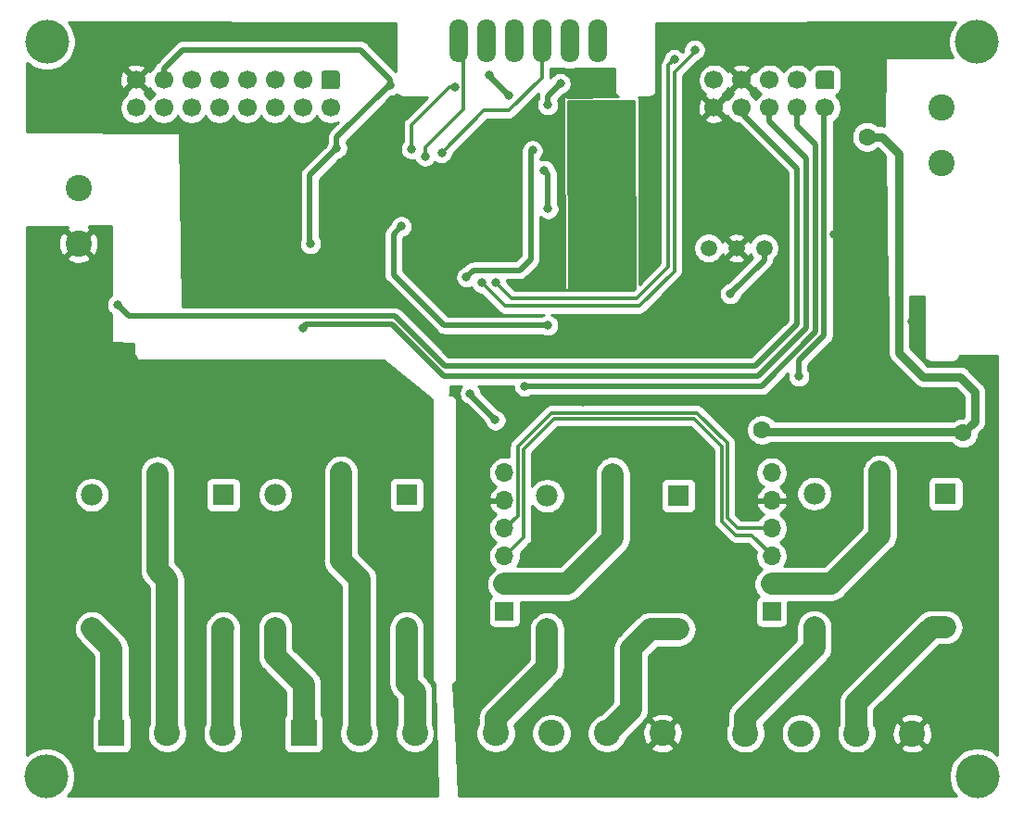
<source format=gbr>
%TF.GenerationSoftware,KiCad,Pcbnew,(5.1.10)-1*%
%TF.CreationDate,2021-12-03T15:52:50+05:30*%
%TF.ProjectId,Relay Board 2.0,52656c61-7920-4426-9f61-726420322e30,rev?*%
%TF.SameCoordinates,Original*%
%TF.FileFunction,Copper,L2,Bot*%
%TF.FilePolarity,Positive*%
%FSLAX46Y46*%
G04 Gerber Fmt 4.6, Leading zero omitted, Abs format (unit mm)*
G04 Created by KiCad (PCBNEW (5.1.10)-1) date 2021-12-03 15:52:50*
%MOMM*%
%LPD*%
G01*
G04 APERTURE LIST*
%TA.AperFunction,ComponentPad*%
%ADD10C,4.000000*%
%TD*%
%TA.AperFunction,ComponentPad*%
%ADD11C,1.980000*%
%TD*%
%TA.AperFunction,ComponentPad*%
%ADD12C,1.935000*%
%TD*%
%TA.AperFunction,ComponentPad*%
%ADD13R,1.980000X1.980000*%
%TD*%
%TA.AperFunction,ComponentPad*%
%ADD14C,1.700000*%
%TD*%
%TA.AperFunction,ComponentPad*%
%ADD15O,1.700000X4.000000*%
%TD*%
%TA.AperFunction,ComponentPad*%
%ADD16C,2.400000*%
%TD*%
%TA.AperFunction,ComponentPad*%
%ADD17R,2.400000X2.400000*%
%TD*%
%TA.AperFunction,ComponentPad*%
%ADD18C,1.500000*%
%TD*%
%TA.AperFunction,ComponentPad*%
%ADD19O,1.700000X1.700000*%
%TD*%
%TA.AperFunction,ComponentPad*%
%ADD20R,1.700000X1.700000*%
%TD*%
%TA.AperFunction,ViaPad*%
%ADD21C,0.800000*%
%TD*%
%TA.AperFunction,ViaPad*%
%ADD22C,1.600000*%
%TD*%
%TA.AperFunction,Conductor*%
%ADD23C,0.300000*%
%TD*%
%TA.AperFunction,Conductor*%
%ADD24C,0.500000*%
%TD*%
%TA.AperFunction,Conductor*%
%ADD25C,0.800000*%
%TD*%
%TA.AperFunction,Conductor*%
%ADD26C,2.000000*%
%TD*%
%TA.AperFunction,Conductor*%
%ADD27C,0.254000*%
%TD*%
%TA.AperFunction,Conductor*%
%ADD28C,0.100000*%
%TD*%
G04 APERTURE END LIST*
D10*
%TO.P,H4,1*%
%TO.N,N/C*%
X102440000Y-116570000D03*
%TD*%
%TO.P,H3,1*%
%TO.N,N/C*%
X187520000Y-116530000D03*
%TD*%
%TO.P,H2,1*%
%TO.N,N/C*%
X187460000Y-49430000D03*
%TD*%
%TO.P,H1,1*%
%TO.N,N/C*%
X102490000Y-49420000D03*
%TD*%
D11*
%TO.P,K3,NC*%
%TO.N,Net-(J4-Pad3)*%
X135360000Y-103000000D03*
%TO.P,K3,NO*%
%TO.N,Net-(J4-Pad1)*%
X123360000Y-103000000D03*
%TO.P,K3,A2*%
%TO.N,Net-(D11-Pad2)*%
X123360000Y-90800000D03*
D12*
%TO.P,K3,COM*%
%TO.N,Net-(J4-Pad2)*%
X129360000Y-88800000D03*
D13*
%TO.P,K3,A1*%
%TO.N,/External_12V*%
X135360000Y-90800000D03*
%TD*%
D14*
%TO.P,J11,10*%
%TO.N,GND*%
X163440000Y-55440000D03*
%TO.P,J11,8*%
%TO.N,/RELAY4*%
X165980000Y-55440000D03*
%TO.P,J11,6*%
%TO.N,/RELAY3*%
X168520000Y-55440000D03*
%TO.P,J11,4*%
%TO.N,/RELAY2*%
X171060000Y-55440000D03*
%TO.P,J11,2*%
%TO.N,/RELAY1*%
X173600000Y-55440000D03*
%TO.P,J11,9*%
%TO.N,/12V*%
X163440000Y-52900000D03*
%TO.P,J11,7*%
%TO.N,GND*%
X165980000Y-52900000D03*
%TO.P,J11,5*%
%TO.N,/TXD*%
X168520000Y-52900000D03*
%TO.P,J11,3*%
%TO.N,/RXD*%
X171060000Y-52900000D03*
%TO.P,J11,1*%
%TO.N,/IN1*%
%TA.AperFunction,ComponentPad*%
G36*
G01*
X173000000Y-52050000D02*
X174200000Y-52050000D01*
G75*
G02*
X174450000Y-52300000I0J-250000D01*
G01*
X174450000Y-53500000D01*
G75*
G02*
X174200000Y-53750000I-250000J0D01*
G01*
X173000000Y-53750000D01*
G75*
G02*
X172750000Y-53500000I0J250000D01*
G01*
X172750000Y-52300000D01*
G75*
G02*
X173000000Y-52050000I250000J0D01*
G01*
G37*
%TD.AperFunction*%
%TD*%
D15*
%TO.P,J10,6*%
%TO.N,GND*%
X152789600Y-49330000D03*
%TO.P,J10,5*%
%TO.N,/RSB*%
X150249600Y-49330000D03*
%TO.P,J10,4*%
%TO.N,/MOSI*%
X147709600Y-49330000D03*
%TO.P,J10,3*%
%TO.N,/SCK*%
X145169600Y-49330000D03*
%TO.P,J10,2*%
%TO.N,+3V3*%
X142629600Y-49330000D03*
%TO.P,J10,1*%
%TO.N,/MISO*%
X140089600Y-49330000D03*
%TD*%
D16*
%TO.P,J5,3*%
%TO.N,Net-(J5-Pad3)*%
X118560000Y-112600000D03*
%TO.P,J5,2*%
%TO.N,Net-(J5-Pad2)*%
X113480000Y-112600000D03*
D17*
%TO.P,J5,1*%
%TO.N,Net-(J5-Pad1)*%
X108400000Y-112600000D03*
%TD*%
D16*
%TO.P,J4,3*%
%TO.N,Net-(J4-Pad3)*%
X136110000Y-112600000D03*
%TO.P,J4,2*%
%TO.N,Net-(J4-Pad2)*%
X131030000Y-112600000D03*
D17*
%TO.P,J4,1*%
%TO.N,Net-(J4-Pad1)*%
X125950000Y-112600000D03*
%TD*%
D18*
%TO.P,PS1,3*%
%TO.N,+3V3*%
X162950000Y-68265000D03*
%TO.P,PS1,2*%
%TO.N,GND*%
X165490000Y-68265000D03*
%TO.P,PS1,1*%
%TO.N,Net-(C12-Pad1)*%
X168030000Y-68265000D03*
%TD*%
D11*
%TO.P,K4,NC*%
%TO.N,Net-(J5-Pad3)*%
X118600000Y-103020000D03*
%TO.P,K4,NO*%
%TO.N,Net-(J5-Pad1)*%
X106600000Y-103020000D03*
%TO.P,K4,A2*%
%TO.N,Net-(D13-Pad2)*%
X106600000Y-90820000D03*
D12*
%TO.P,K4,COM*%
%TO.N,Net-(J5-Pad2)*%
X112600000Y-88820000D03*
D13*
%TO.P,K4,A1*%
%TO.N,/External_12V*%
X118600000Y-90820000D03*
%TD*%
D11*
%TO.P,K2,NC*%
%TO.N,Net-(J3-Pad3)*%
X184600000Y-102910000D03*
%TO.P,K2,NO*%
%TO.N,Net-(J3-Pad1)*%
X172600000Y-102910000D03*
%TO.P,K2,A2*%
%TO.N,Net-(D2-Pad1)*%
X172600000Y-90710000D03*
D12*
%TO.P,K2,COM*%
%TO.N,/Vin-_2*%
X178600000Y-88710000D03*
D13*
%TO.P,K2,A1*%
%TO.N,/12V*%
X184600000Y-90710000D03*
%TD*%
D11*
%TO.P,K1,NC*%
%TO.N,Net-(J2-Pad3)*%
X160200000Y-103100000D03*
%TO.P,K1,NO*%
%TO.N,Net-(J2-Pad1)*%
X148200000Y-103100000D03*
%TO.P,K1,A2*%
%TO.N,Net-(D1-Pad1)*%
X148200000Y-90900000D03*
D12*
%TO.P,K1,COM*%
%TO.N,/Vin-_1*%
X154200000Y-88900000D03*
D13*
%TO.P,K1,A1*%
%TO.N,/12V*%
X160200000Y-90900000D03*
%TD*%
D19*
%TO.P,J9,6*%
%TO.N,+3V3*%
X168700000Y-88800000D03*
%TO.P,J9,5*%
%TO.N,GND*%
X168700000Y-91340000D03*
%TO.P,J9,4*%
%TO.N,/SCL*%
X168700000Y-93880000D03*
%TO.P,J9,3*%
%TO.N,/SDA*%
X168700000Y-96420000D03*
%TO.P,J9,2*%
%TO.N,/Vin-_2*%
X168700000Y-98960000D03*
D20*
%TO.P,J9,1*%
%TO.N,/Vin+_2*%
X168700000Y-101500000D03*
%TD*%
D19*
%TO.P,J8,6*%
%TO.N,+3V3*%
X144300000Y-88800000D03*
%TO.P,J8,5*%
%TO.N,GND*%
X144300000Y-91340000D03*
%TO.P,J8,4*%
%TO.N,/SCL*%
X144300000Y-93880000D03*
%TO.P,J8,3*%
%TO.N,/SDA*%
X144300000Y-96420000D03*
%TO.P,J8,2*%
%TO.N,/Vin-_1*%
X144300000Y-98960000D03*
D20*
%TO.P,J8,1*%
%TO.N,/Vin+_1*%
X144300000Y-101500000D03*
%TD*%
D14*
%TO.P,J7,16*%
%TO.N,GND1*%
X110620000Y-55440000D03*
%TO.P,J7,14*%
%TO.N,/External_12V*%
X113160000Y-55440000D03*
%TO.P,J7,12*%
%TO.N,/IO-12*%
X115700000Y-55440000D03*
%TO.P,J7,10*%
%TO.N,/IO-11*%
X118240000Y-55440000D03*
%TO.P,J7,8*%
%TO.N,/IO-10*%
X120780000Y-55440000D03*
%TO.P,J7,6*%
%TO.N,/IO-9*%
X123320000Y-55440000D03*
%TO.P,J7,4*%
%TO.N,/IO-8*%
X125860000Y-55440000D03*
%TO.P,J7,2*%
%TO.N,/IO-7*%
X128400000Y-55440000D03*
%TO.P,J7,15*%
%TO.N,GND*%
X110620000Y-52900000D03*
%TO.P,J7,13*%
%TO.N,+3V3*%
X113160000Y-52900000D03*
%TO.P,J7,11*%
%TO.N,/IO-1*%
X115700000Y-52900000D03*
%TO.P,J7,9*%
%TO.N,/IO-2*%
X118240000Y-52900000D03*
%TO.P,J7,7*%
%TO.N,/IO-3*%
X120780000Y-52900000D03*
%TO.P,J7,5*%
%TO.N,/IO-4*%
X123320000Y-52900000D03*
%TO.P,J7,3*%
%TO.N,/IO-5*%
X125860000Y-52900000D03*
%TO.P,J7,1*%
%TO.N,/IO-6*%
%TA.AperFunction,ComponentPad*%
G36*
G01*
X127800000Y-52050000D02*
X129000000Y-52050000D01*
G75*
G02*
X129250000Y-52300000I0J-250000D01*
G01*
X129250000Y-53500000D01*
G75*
G02*
X129000000Y-53750000I-250000J0D01*
G01*
X127800000Y-53750000D01*
G75*
G02*
X127550000Y-53500000I0J250000D01*
G01*
X127550000Y-52300000D01*
G75*
G02*
X127800000Y-52050000I250000J0D01*
G01*
G37*
%TD.AperFunction*%
%TD*%
D16*
%TO.P,J6,2*%
%TO.N,GND1*%
X105380000Y-67868800D03*
%TO.P,J6,1*%
%TO.N,Net-(D18-Pad2)*%
X105380000Y-62788800D03*
%TD*%
%TO.P,J3,4*%
%TO.N,GND*%
X181540000Y-112620000D03*
%TO.P,J3,3*%
%TO.N,Net-(J3-Pad3)*%
X176460000Y-112620000D03*
%TO.P,J3,2*%
%TO.N,Net-(D17-Pad2)*%
X171380000Y-112620000D03*
%TO.P,J3,1*%
%TO.N,Net-(J3-Pad1)*%
X166300000Y-112620000D03*
%TD*%
%TO.P,J2,4*%
%TO.N,GND*%
X158740000Y-112600000D03*
%TO.P,J2,3*%
%TO.N,Net-(J2-Pad3)*%
X153660000Y-112600000D03*
%TO.P,J2,2*%
%TO.N,Net-(D16-Pad2)*%
X148580000Y-112600000D03*
%TO.P,J2,1*%
%TO.N,Net-(J2-Pad1)*%
X143500000Y-112600000D03*
%TD*%
%TO.P,J1,2*%
%TO.N,Net-(J1-Pad2)*%
X184210000Y-60490000D03*
%TO.P,J1,1*%
%TO.N,Net-(C5-Pad2)*%
X184210000Y-55410000D03*
%TD*%
D21*
%TO.N,GND*%
X142240000Y-64040000D03*
X140110000Y-64020000D03*
X143270000Y-64070000D03*
X139100000Y-64000000D03*
X138080000Y-63970000D03*
X141180000Y-64020000D03*
X142270000Y-65230000D03*
X140140000Y-65210000D03*
X143300000Y-65260000D03*
X139130000Y-65190000D03*
X138110000Y-65160000D03*
X141210000Y-65210000D03*
X142270000Y-66350000D03*
X140140000Y-66330000D03*
X143300000Y-66380000D03*
X139130000Y-66310000D03*
X138110000Y-66280000D03*
X141210000Y-66330000D03*
X142310000Y-67470000D03*
X140180000Y-67450000D03*
X143340000Y-67500000D03*
X139170000Y-67430000D03*
X138150000Y-67400000D03*
X141250000Y-67450000D03*
X157250000Y-63680000D03*
X174740000Y-83310000D03*
X172100000Y-86630000D03*
X132100000Y-63820000D03*
X151470000Y-82350000D03*
X150880000Y-76180000D03*
X141950000Y-73140000D03*
X148480000Y-71240000D03*
X138090000Y-62730000D03*
X139110000Y-62760000D03*
X140120000Y-62780000D03*
X141190000Y-62780000D03*
X142250000Y-62800000D03*
X143280000Y-62830000D03*
X152790000Y-52530000D03*
X148234400Y-86487000D03*
X143357600Y-77774800D03*
X169621200Y-71501000D03*
%TO.N,GND1*%
X103910000Y-82420000D03*
X103910000Y-85170000D03*
X122200000Y-83250000D03*
X121962400Y-84980000D03*
X103452600Y-75717400D03*
X101981000Y-78105000D03*
%TO.N,+3V3*%
X142900000Y-52490000D03*
X144660000Y-54290000D03*
X133870000Y-53360000D03*
X148280000Y-64670000D03*
X147950000Y-61150000D03*
X128981200Y-59131200D03*
%TO.N,Net-(C12-Pad1)*%
X164930000Y-72440000D03*
%TO.N,/RSB*%
X149410000Y-53230000D03*
X148270000Y-55180000D03*
X140830000Y-70920000D03*
X146862800Y-59334400D03*
D22*
%TO.N,/12V*%
X177420000Y-58090000D03*
X186220000Y-85170000D03*
X167843200Y-84886800D03*
D21*
%TO.N,/TXD*%
X143490000Y-71420000D03*
X159820000Y-51020000D03*
%TO.N,/RXD*%
X142230000Y-71450000D03*
X161680000Y-50150000D03*
%TO.N,/Vin*%
X134870000Y-66280000D03*
X148255000Y-75325000D03*
%TO.N,/SCK*%
X135800000Y-59200000D03*
X139800000Y-53540000D03*
%TO.N,/MISO*%
X137058400Y-59867800D03*
%TO.N,/MOSI*%
X138560000Y-59560000D03*
%TO.N,/RELAY2*%
X146140000Y-80890000D03*
%TO.N,/RELAY1*%
X171196000Y-79984600D03*
%TO.N,GND*%
X127736600Y-72110600D03*
X115227100Y-72085200D03*
X181559200Y-74930000D03*
X174386200Y-66982300D03*
X178041300Y-63525400D03*
%TO.N,+3V3*%
X126568200Y-67868800D03*
X141160500Y-81559400D03*
X143459200Y-83985100D03*
%TO.N,/RELAY4*%
X108953300Y-73431400D03*
%TO.N,/RELAY3*%
X125857000Y-75590400D03*
%TD*%
D23*
%TO.N,+3V3*%
X142900000Y-52490000D02*
X142870000Y-52520000D01*
X113160000Y-52900000D02*
X113160000Y-52540000D01*
D24*
X142890000Y-52520000D02*
X144660000Y-54290000D01*
X142870000Y-52520000D02*
X142890000Y-52520000D01*
X113160000Y-51880000D02*
X113160000Y-52540000D01*
X114900000Y-50140000D02*
X113160000Y-51880000D01*
X133870000Y-52840000D02*
X131170000Y-50140000D01*
X133870000Y-53360000D02*
X133870000Y-52840000D01*
X131170000Y-50140000D02*
X114900000Y-50140000D01*
X148280000Y-61480000D02*
X148280000Y-64670000D01*
X147950000Y-61150000D02*
X148280000Y-61480000D01*
X133760000Y-53360000D02*
X133870000Y-53360000D01*
X128981200Y-58138800D02*
X133760000Y-53360000D01*
%TO.N,Net-(C12-Pad1)*%
X168030000Y-69340000D02*
X168030000Y-68265000D01*
X164930000Y-72440000D02*
X168030000Y-69340000D01*
%TO.N,/RSB*%
X149410000Y-53230000D02*
X148270000Y-54370000D01*
X148270000Y-54370000D02*
X148270000Y-55180000D01*
X145680000Y-70300000D02*
X141450000Y-70300000D01*
X146690000Y-59507200D02*
X146690000Y-69290000D01*
X146690000Y-69290000D02*
X145680000Y-70300000D01*
X146862800Y-59334400D02*
X146690000Y-59507200D01*
X141450000Y-70300000D02*
X140830000Y-70920000D01*
D25*
%TO.N,/12V*%
X180350000Y-59640000D02*
X178800000Y-58090000D01*
X180350000Y-77810000D02*
X180350000Y-59640000D01*
X185920000Y-80030000D02*
X182570000Y-80030000D01*
X178800000Y-58090000D02*
X177420000Y-58090000D01*
X182570000Y-80030000D02*
X180350000Y-77810000D01*
X187280000Y-81390000D02*
X185920000Y-80030000D01*
X187280000Y-84110000D02*
X187280000Y-81390000D01*
X186220000Y-85170000D02*
X187280000Y-84110000D01*
X186080000Y-85030000D02*
X186220000Y-85170000D01*
X167986400Y-85030000D02*
X186080000Y-85030000D01*
X167843200Y-84886800D02*
X167986400Y-85030000D01*
D23*
%TO.N,/TXD*%
X143490000Y-71430000D02*
X143490000Y-71420000D01*
X144950000Y-72890000D02*
X143490000Y-71430000D01*
X159290000Y-51550000D02*
X159290000Y-70000000D01*
X159820000Y-51020000D02*
X159290000Y-51550000D01*
X156400000Y-72890000D02*
X144950000Y-72890000D01*
X159290000Y-70000000D02*
X156400000Y-72890000D01*
%TO.N,/RXD*%
X156610000Y-73570000D02*
X144350000Y-73570000D01*
X159820000Y-70360000D02*
X156610000Y-73570000D01*
X159820000Y-52200000D02*
X159820000Y-70360000D01*
X161680000Y-50150000D02*
X161680000Y-50340000D01*
X144350000Y-73570000D02*
X142230000Y-71450000D01*
X161680000Y-50340000D02*
X159820000Y-52200000D01*
D24*
%TO.N,/Vin*%
X134170000Y-70700000D02*
X138795000Y-75325000D01*
X134170000Y-66980000D02*
X134170000Y-70700000D01*
X138795000Y-75325000D02*
X148255000Y-75325000D01*
X134870000Y-66280000D02*
X134170000Y-66980000D01*
D23*
%TO.N,/SCK*%
X135800000Y-56986000D02*
X135800000Y-59200000D01*
X139246000Y-53540000D02*
X135800000Y-56986000D01*
X139800000Y-53540000D02*
X139246000Y-53540000D01*
%TO.N,/MISO*%
X140560000Y-50900400D02*
X140089600Y-50430000D01*
X140560000Y-55540000D02*
X140560000Y-50900400D01*
X137058400Y-59867800D02*
X137058400Y-59041600D01*
X137058400Y-59041600D02*
X140560000Y-55540000D01*
%TO.N,/MOSI*%
X147709600Y-52710400D02*
X147709600Y-50430000D01*
X144717800Y-55702200D02*
X147709600Y-52710400D01*
X142417800Y-55702200D02*
X144717800Y-55702200D01*
X138560000Y-59560000D02*
X142417800Y-55702200D01*
%TO.N,/SCL*%
X165590000Y-93880000D02*
X168700000Y-93880000D01*
X164670000Y-92960000D02*
X165590000Y-93880000D01*
X164670000Y-86080000D02*
X164670000Y-92960000D01*
X161900000Y-83310000D02*
X164670000Y-86080000D01*
X148566600Y-83310000D02*
X161900000Y-83310000D01*
X145516600Y-86360000D02*
X148566600Y-83310000D01*
X145516600Y-92710000D02*
X145516600Y-86360000D01*
X144346600Y-93880000D02*
X145516600Y-92710000D01*
X144300000Y-93880000D02*
X144346600Y-93880000D01*
%TO.N,/SDA*%
X168700000Y-96330000D02*
X168700000Y-96420000D01*
X166860000Y-94490000D02*
X168700000Y-96330000D01*
X164170000Y-93230000D02*
X165430000Y-94490000D01*
X164170000Y-86380000D02*
X164170000Y-93230000D01*
X148874800Y-83840000D02*
X161630000Y-83840000D01*
X146050000Y-86664800D02*
X148874800Y-83840000D01*
X161630000Y-83840000D02*
X164170000Y-86380000D01*
X146050000Y-94720000D02*
X146050000Y-86664800D01*
X165430000Y-94490000D02*
X166860000Y-94490000D01*
X144350000Y-96420000D02*
X146050000Y-94720000D01*
X144300000Y-96420000D02*
X144350000Y-96420000D01*
D26*
%TO.N,Net-(J2-Pad3)*%
X160200000Y-103100000D02*
X157610000Y-103100000D01*
X157610000Y-103100000D02*
X155850000Y-104860000D01*
X155850000Y-110410000D02*
X153660000Y-112600000D01*
X155850000Y-104860000D02*
X155850000Y-110410000D01*
%TO.N,Net-(J2-Pad1)*%
X143500000Y-112600000D02*
X143500000Y-111230000D01*
X148200000Y-106530000D02*
X148200000Y-103100000D01*
X143500000Y-111230000D02*
X148200000Y-106530000D01*
%TO.N,Net-(J3-Pad3)*%
X176460000Y-112620000D02*
X176460000Y-109800000D01*
X183350000Y-102910000D02*
X184600000Y-102910000D01*
X176460000Y-109800000D02*
X183350000Y-102910000D01*
%TO.N,Net-(J3-Pad1)*%
X172600000Y-102910000D02*
X172600000Y-104800000D01*
X166300000Y-111100000D02*
X166300000Y-112620000D01*
X172600000Y-104800000D02*
X166300000Y-111100000D01*
%TO.N,Net-(J4-Pad3)*%
X135360000Y-103000000D02*
X135360000Y-108060000D01*
X136110000Y-108810000D02*
X136110000Y-112600000D01*
X135360000Y-108060000D02*
X136110000Y-108810000D01*
%TO.N,Net-(J4-Pad2)*%
X129360000Y-96830000D02*
X129360000Y-88800000D01*
X131030000Y-98500000D02*
X129360000Y-96830000D01*
X131030000Y-112600000D02*
X131030000Y-98500000D01*
%TO.N,Net-(J4-Pad1)*%
X123360000Y-103000000D02*
X123360000Y-105540000D01*
X125950000Y-108130000D02*
X125950000Y-112600000D01*
X123360000Y-105540000D02*
X125950000Y-108130000D01*
%TO.N,Net-(J5-Pad3)*%
X118560000Y-103060000D02*
X118600000Y-103020000D01*
X118560000Y-112600000D02*
X118560000Y-103060000D01*
%TO.N,Net-(J5-Pad2)*%
X112600000Y-97680000D02*
X112600000Y-88820000D01*
X113480000Y-98560000D02*
X112600000Y-97680000D01*
X113480000Y-112600000D02*
X113480000Y-98560000D01*
%TO.N,Net-(J5-Pad1)*%
X108400000Y-104820000D02*
X106600000Y-103020000D01*
X108400000Y-112600000D02*
X108400000Y-104820000D01*
%TO.N,/Vin-_1*%
X144300000Y-98960000D02*
X150050000Y-98960000D01*
X154200000Y-94810000D02*
X154200000Y-88900000D01*
X150050000Y-98960000D02*
X154200000Y-94810000D01*
%TO.N,/Vin-_2*%
X178600000Y-94520000D02*
X178600000Y-88710000D01*
X174160000Y-98960000D02*
X178600000Y-94520000D01*
X168700000Y-98960000D02*
X174160000Y-98960000D01*
D23*
%TO.N,/RELAY4*%
X165980000Y-55440000D02*
X166240000Y-55440000D01*
%TO.N,/RELAY3*%
X168520000Y-55930000D02*
X168520000Y-55440000D01*
D24*
%TO.N,/RELAY2*%
X171130000Y-55510000D02*
X171060000Y-55440000D01*
X171060000Y-57120000D02*
X171060000Y-55440000D01*
X172750000Y-58810000D02*
X171060000Y-57120000D01*
X172750000Y-75930000D02*
X172750000Y-58810000D01*
X167790000Y-80890000D02*
X172750000Y-75930000D01*
X146140000Y-80890000D02*
X167790000Y-80890000D01*
%TO.N,+3V3*%
X128981200Y-59131200D02*
X128981200Y-58138800D01*
X126504700Y-61607700D02*
X128981200Y-59131200D01*
X126504700Y-67805300D02*
X126504700Y-61607700D01*
X126568200Y-67868800D02*
X126504700Y-67805300D01*
X141160500Y-81622900D02*
X141160500Y-81559400D01*
X143459200Y-83921600D02*
X141160500Y-81622900D01*
X143459200Y-83985100D02*
X143459200Y-83921600D01*
%TO.N,/RELAY4*%
X166240000Y-56210000D02*
X166240000Y-55440000D01*
X171040000Y-61010000D02*
X166240000Y-56210000D01*
X171040000Y-75213000D02*
X171040000Y-61010000D01*
X138849100Y-79057500D02*
X167195500Y-79057500D01*
X134289800Y-74498200D02*
X138849100Y-79057500D01*
X110020100Y-74498200D02*
X134289800Y-74498200D01*
X167195500Y-79057500D02*
X171040000Y-75213000D01*
X108953300Y-73431400D02*
X110020100Y-74498200D01*
%TO.N,/RELAY3*%
X168520000Y-56670000D02*
X168520000Y-55930000D01*
X171890000Y-60040000D02*
X168520000Y-56670000D01*
X171890000Y-75590000D02*
X171890000Y-60040000D01*
X138745600Y-79970000D02*
X167510000Y-79970000D01*
X134035800Y-75260200D02*
X138745600Y-79970000D01*
X126187200Y-75260200D02*
X134035800Y-75260200D01*
X125857000Y-75590400D02*
X126187200Y-75260200D01*
X167510000Y-79970000D02*
X171890000Y-75590000D01*
%TO.N,/RELAY1*%
X173494700Y-55545300D02*
X173600000Y-55440000D01*
X173494700Y-76255300D02*
X173494700Y-55545300D01*
X171196000Y-78554000D02*
X173494700Y-76255300D01*
X171196000Y-79984600D02*
X171196000Y-78554000D01*
%TD*%
D27*
%TO.N,GND1*%
X108386800Y-71645030D02*
X108389285Y-71669802D01*
X108392522Y-71680403D01*
X108382199Y-72568214D01*
X108293526Y-72627463D01*
X108149363Y-72771626D01*
X108036095Y-72941144D01*
X107958074Y-73129502D01*
X107918300Y-73329461D01*
X107918300Y-73533339D01*
X107958074Y-73733298D01*
X108036095Y-73921656D01*
X108149363Y-74091174D01*
X108293526Y-74235337D01*
X108362279Y-74281276D01*
X108333009Y-76798523D01*
X108335161Y-76823327D01*
X108342110Y-76847233D01*
X108353590Y-76869325D01*
X108369159Y-76888752D01*
X108388220Y-76904769D01*
X108410038Y-76916760D01*
X108433777Y-76924263D01*
X108456716Y-76926958D01*
X110370000Y-76976454D01*
X110370000Y-77717580D01*
X110366807Y-77750000D01*
X110379550Y-77879383D01*
X110417290Y-78003793D01*
X110478575Y-78118450D01*
X110494988Y-78138449D01*
X110561052Y-78218948D01*
X110643607Y-78286699D01*
X110642418Y-78356848D01*
X110644438Y-78381662D01*
X110651261Y-78405605D01*
X110662623Y-78427758D01*
X110678088Y-78447268D01*
X110697063Y-78463386D01*
X110718818Y-78475492D01*
X110742516Y-78483122D01*
X110769226Y-78486000D01*
X133304648Y-78516938D01*
X137691003Y-82099898D01*
X137669550Y-82170617D01*
X137656807Y-82300000D01*
X137660001Y-82332429D01*
X137660000Y-105532418D01*
X137660001Y-105532428D01*
X137660000Y-107467580D01*
X137656807Y-107500000D01*
X137669550Y-107629383D01*
X137707290Y-107753793D01*
X137768575Y-107868450D01*
X137792210Y-107897249D01*
X137851052Y-107968948D01*
X137943323Y-108044673D01*
X138158744Y-118340000D01*
X104396453Y-118340000D01*
X104486738Y-118249715D01*
X104775107Y-117818141D01*
X104973739Y-117338601D01*
X105075000Y-116829525D01*
X105075000Y-116310475D01*
X104973739Y-115801399D01*
X104775107Y-115321859D01*
X104486738Y-114890285D01*
X104119715Y-114523262D01*
X103688141Y-114234893D01*
X103208601Y-114036261D01*
X102699525Y-113935000D01*
X102180475Y-113935000D01*
X101671399Y-114036261D01*
X101191859Y-114234893D01*
X100760285Y-114523262D01*
X100660000Y-114623547D01*
X100660000Y-103020000D01*
X104957089Y-103020000D01*
X104988658Y-103340516D01*
X105082148Y-103648714D01*
X105233970Y-103932752D01*
X105387085Y-104119323D01*
X106765001Y-105497240D01*
X106765000Y-110935532D01*
X106748815Y-110948815D01*
X106669463Y-111045506D01*
X106610498Y-111155820D01*
X106574188Y-111275518D01*
X106561928Y-111400000D01*
X106561928Y-113800000D01*
X106574188Y-113924482D01*
X106610498Y-114044180D01*
X106669463Y-114154494D01*
X106748815Y-114251185D01*
X106845506Y-114330537D01*
X106955820Y-114389502D01*
X107075518Y-114425812D01*
X107200000Y-114438072D01*
X109600000Y-114438072D01*
X109724482Y-114425812D01*
X109844180Y-114389502D01*
X109954494Y-114330537D01*
X110051185Y-114251185D01*
X110130537Y-114154494D01*
X110189502Y-114044180D01*
X110225812Y-113924482D01*
X110238072Y-113800000D01*
X110238072Y-111400000D01*
X110225812Y-111275518D01*
X110189502Y-111155820D01*
X110130537Y-111045506D01*
X110051185Y-110948815D01*
X110035000Y-110935532D01*
X110035000Y-104900319D01*
X110042911Y-104819999D01*
X110035000Y-104739678D01*
X110011343Y-104499484D01*
X109917852Y-104191285D01*
X109766031Y-103907248D01*
X109561714Y-103658286D01*
X109499318Y-103607079D01*
X107699323Y-101807085D01*
X107512752Y-101653970D01*
X107228714Y-101502148D01*
X106920516Y-101408658D01*
X106600000Y-101377089D01*
X106279484Y-101408658D01*
X105971286Y-101502148D01*
X105687248Y-101653970D01*
X105438287Y-101858287D01*
X105233970Y-102107248D01*
X105082148Y-102391286D01*
X104988658Y-102699484D01*
X104957089Y-103020000D01*
X100660000Y-103020000D01*
X100660000Y-97680000D01*
X110957089Y-97680000D01*
X110965000Y-97760319D01*
X110965000Y-97760321D01*
X110988657Y-98000515D01*
X111082148Y-98308714D01*
X111233969Y-98592751D01*
X111438286Y-98841714D01*
X111500687Y-98892925D01*
X111845001Y-99237239D01*
X111845000Y-111752152D01*
X111715518Y-112064750D01*
X111645000Y-112419268D01*
X111645000Y-112780732D01*
X111715518Y-113135250D01*
X111853844Y-113469199D01*
X112054662Y-113769744D01*
X112310256Y-114025338D01*
X112610801Y-114226156D01*
X112944750Y-114364482D01*
X113299268Y-114435000D01*
X113660732Y-114435000D01*
X114015250Y-114364482D01*
X114349199Y-114226156D01*
X114649744Y-114025338D01*
X114905338Y-113769744D01*
X115106156Y-113469199D01*
X115244482Y-113135250D01*
X115315000Y-112780732D01*
X115315000Y-112419268D01*
X116725000Y-112419268D01*
X116725000Y-112780732D01*
X116795518Y-113135250D01*
X116933844Y-113469199D01*
X117134662Y-113769744D01*
X117390256Y-114025338D01*
X117690801Y-114226156D01*
X118024750Y-114364482D01*
X118379268Y-114435000D01*
X118740732Y-114435000D01*
X119095250Y-114364482D01*
X119429199Y-114226156D01*
X119729744Y-114025338D01*
X119985338Y-113769744D01*
X120186156Y-113469199D01*
X120324482Y-113135250D01*
X120395000Y-112780732D01*
X120395000Y-112419268D01*
X120324482Y-112064750D01*
X120195000Y-111752152D01*
X120195000Y-105540000D01*
X121717089Y-105540000D01*
X121748658Y-105860516D01*
X121842148Y-106168714D01*
X121842149Y-106168715D01*
X121993970Y-106452752D01*
X122198287Y-106701714D01*
X122260682Y-106752920D01*
X124315000Y-108807239D01*
X124315001Y-110935532D01*
X124298815Y-110948815D01*
X124219463Y-111045506D01*
X124160498Y-111155820D01*
X124124188Y-111275518D01*
X124111928Y-111400000D01*
X124111928Y-113800000D01*
X124124188Y-113924482D01*
X124160498Y-114044180D01*
X124219463Y-114154494D01*
X124298815Y-114251185D01*
X124395506Y-114330537D01*
X124505820Y-114389502D01*
X124625518Y-114425812D01*
X124750000Y-114438072D01*
X127150000Y-114438072D01*
X127274482Y-114425812D01*
X127394180Y-114389502D01*
X127504494Y-114330537D01*
X127601185Y-114251185D01*
X127680537Y-114154494D01*
X127739502Y-114044180D01*
X127775812Y-113924482D01*
X127788072Y-113800000D01*
X127788072Y-111400000D01*
X127775812Y-111275518D01*
X127739502Y-111155820D01*
X127680537Y-111045506D01*
X127601185Y-110948815D01*
X127585000Y-110935532D01*
X127585000Y-108210319D01*
X127592911Y-108129999D01*
X127585000Y-108049678D01*
X127561343Y-107809484D01*
X127467852Y-107501285D01*
X127316031Y-107217248D01*
X127111714Y-106968286D01*
X127049320Y-106917081D01*
X124995000Y-104862762D01*
X124995000Y-102919678D01*
X124971343Y-102679484D01*
X124877852Y-102371285D01*
X124726031Y-102087248D01*
X124521714Y-101838286D01*
X124272751Y-101633969D01*
X123988714Y-101482148D01*
X123680515Y-101388657D01*
X123360000Y-101357089D01*
X123039484Y-101388657D01*
X122731285Y-101482148D01*
X122447248Y-101633969D01*
X122198286Y-101838286D01*
X121993969Y-102087249D01*
X121842148Y-102371286D01*
X121748657Y-102679485D01*
X121725000Y-102919679D01*
X121725001Y-105459671D01*
X121717089Y-105540000D01*
X120195000Y-105540000D01*
X120195000Y-103394392D01*
X120211343Y-103340516D01*
X120242912Y-103020000D01*
X120211343Y-102699484D01*
X120117852Y-102391285D01*
X119966030Y-102107248D01*
X119761713Y-101858287D01*
X119512752Y-101653970D01*
X119228715Y-101502148D01*
X118920516Y-101408657D01*
X118600000Y-101377088D01*
X118279484Y-101408657D01*
X117971286Y-101502148D01*
X117687248Y-101653970D01*
X117500677Y-101807084D01*
X117460678Y-101847083D01*
X117398287Y-101898286D01*
X117327843Y-101984123D01*
X117193970Y-102147248D01*
X117042148Y-102431286D01*
X116948658Y-102739484D01*
X116917089Y-103060000D01*
X116925001Y-103140329D01*
X116925000Y-111752152D01*
X116795518Y-112064750D01*
X116725000Y-112419268D01*
X115315000Y-112419268D01*
X115244482Y-112064750D01*
X115115000Y-111752152D01*
X115115000Y-98640319D01*
X115122911Y-98560000D01*
X115115000Y-98479678D01*
X115091343Y-98239484D01*
X114997852Y-97931285D01*
X114846031Y-97647248D01*
X114641714Y-97398286D01*
X114579313Y-97347075D01*
X114235000Y-97002762D01*
X114235000Y-96830000D01*
X127717089Y-96830000D01*
X127725000Y-96910319D01*
X127725000Y-96910321D01*
X127748657Y-97150515D01*
X127842148Y-97458714D01*
X127993969Y-97742751D01*
X128198286Y-97991714D01*
X128260686Y-98042924D01*
X129395001Y-99177240D01*
X129395000Y-111752152D01*
X129265518Y-112064750D01*
X129195000Y-112419268D01*
X129195000Y-112780732D01*
X129265518Y-113135250D01*
X129403844Y-113469199D01*
X129604662Y-113769744D01*
X129860256Y-114025338D01*
X130160801Y-114226156D01*
X130494750Y-114364482D01*
X130849268Y-114435000D01*
X131210732Y-114435000D01*
X131565250Y-114364482D01*
X131899199Y-114226156D01*
X132199744Y-114025338D01*
X132455338Y-113769744D01*
X132656156Y-113469199D01*
X132794482Y-113135250D01*
X132865000Y-112780732D01*
X132865000Y-112419268D01*
X132794482Y-112064750D01*
X132665000Y-111752152D01*
X132665000Y-108060000D01*
X133717089Y-108060000D01*
X133748658Y-108380516D01*
X133842148Y-108688714D01*
X133993970Y-108972752D01*
X134198287Y-109221714D01*
X134260682Y-109272920D01*
X134475000Y-109487238D01*
X134475001Y-111752150D01*
X134345518Y-112064750D01*
X134275000Y-112419268D01*
X134275000Y-112780732D01*
X134345518Y-113135250D01*
X134483844Y-113469199D01*
X134684662Y-113769744D01*
X134940256Y-114025338D01*
X135240801Y-114226156D01*
X135574750Y-114364482D01*
X135929268Y-114435000D01*
X136290732Y-114435000D01*
X136645250Y-114364482D01*
X136979199Y-114226156D01*
X137279744Y-114025338D01*
X137535338Y-113769744D01*
X137736156Y-113469199D01*
X137874482Y-113135250D01*
X137945000Y-112780732D01*
X137945000Y-112419268D01*
X137874482Y-112064750D01*
X137745000Y-111752152D01*
X137745000Y-108890319D01*
X137752911Y-108809999D01*
X137745000Y-108729678D01*
X137721343Y-108489484D01*
X137627852Y-108181285D01*
X137476031Y-107897248D01*
X137271714Y-107648286D01*
X137209314Y-107597076D01*
X136995000Y-107382762D01*
X136995000Y-102919678D01*
X136971343Y-102679484D01*
X136877852Y-102371285D01*
X136726031Y-102087248D01*
X136521714Y-101838286D01*
X136272751Y-101633969D01*
X135988714Y-101482148D01*
X135680515Y-101388657D01*
X135360000Y-101357089D01*
X135039484Y-101388657D01*
X134731285Y-101482148D01*
X134447248Y-101633969D01*
X134198286Y-101838286D01*
X133993969Y-102087249D01*
X133842148Y-102371286D01*
X133748657Y-102679485D01*
X133725000Y-102919679D01*
X133725001Y-107979671D01*
X133717089Y-108060000D01*
X132665000Y-108060000D01*
X132665000Y-98580322D01*
X132672911Y-98500000D01*
X132641343Y-98179483D01*
X132547852Y-97871285D01*
X132488540Y-97760321D01*
X132396031Y-97587248D01*
X132191714Y-97338286D01*
X132129324Y-97287084D01*
X130995000Y-96152761D01*
X130995000Y-89810000D01*
X133731928Y-89810000D01*
X133731928Y-91790000D01*
X133744188Y-91914482D01*
X133780498Y-92034180D01*
X133839463Y-92144494D01*
X133918815Y-92241185D01*
X134015506Y-92320537D01*
X134125820Y-92379502D01*
X134245518Y-92415812D01*
X134370000Y-92428072D01*
X136350000Y-92428072D01*
X136474482Y-92415812D01*
X136594180Y-92379502D01*
X136704494Y-92320537D01*
X136801185Y-92241185D01*
X136880537Y-92144494D01*
X136939502Y-92034180D01*
X136975812Y-91914482D01*
X136988072Y-91790000D01*
X136988072Y-89810000D01*
X136975812Y-89685518D01*
X136939502Y-89565820D01*
X136880537Y-89455506D01*
X136801185Y-89358815D01*
X136704494Y-89279463D01*
X136594180Y-89220498D01*
X136474482Y-89184188D01*
X136350000Y-89171928D01*
X134370000Y-89171928D01*
X134245518Y-89184188D01*
X134125820Y-89220498D01*
X134015506Y-89279463D01*
X133918815Y-89358815D01*
X133839463Y-89455506D01*
X133780498Y-89565820D01*
X133744188Y-89685518D01*
X133731928Y-89810000D01*
X130995000Y-89810000D01*
X130995000Y-88719678D01*
X130971343Y-88479484D01*
X130877852Y-88171285D01*
X130726031Y-87887248D01*
X130521714Y-87638286D01*
X130272752Y-87433969D01*
X129988715Y-87282148D01*
X129680516Y-87188657D01*
X129360000Y-87157089D01*
X129039485Y-87188657D01*
X128731286Y-87282148D01*
X128447249Y-87433969D01*
X128198287Y-87638286D01*
X127993970Y-87887248D01*
X127842149Y-88171285D01*
X127748658Y-88479484D01*
X127725001Y-88719678D01*
X127725000Y-96749680D01*
X127717089Y-96830000D01*
X114235000Y-96830000D01*
X114235000Y-89830000D01*
X116971928Y-89830000D01*
X116971928Y-91810000D01*
X116984188Y-91934482D01*
X117020498Y-92054180D01*
X117079463Y-92164494D01*
X117158815Y-92261185D01*
X117255506Y-92340537D01*
X117365820Y-92399502D01*
X117485518Y-92435812D01*
X117610000Y-92448072D01*
X119590000Y-92448072D01*
X119714482Y-92435812D01*
X119834180Y-92399502D01*
X119944494Y-92340537D01*
X120041185Y-92261185D01*
X120120537Y-92164494D01*
X120179502Y-92054180D01*
X120215812Y-91934482D01*
X120228072Y-91810000D01*
X120228072Y-90639951D01*
X121735000Y-90639951D01*
X121735000Y-90960049D01*
X121797448Y-91273995D01*
X121919943Y-91569726D01*
X122097780Y-91835877D01*
X122324123Y-92062220D01*
X122590274Y-92240057D01*
X122886005Y-92362552D01*
X123199951Y-92425000D01*
X123520049Y-92425000D01*
X123833995Y-92362552D01*
X124129726Y-92240057D01*
X124395877Y-92062220D01*
X124622220Y-91835877D01*
X124800057Y-91569726D01*
X124922552Y-91273995D01*
X124985000Y-90960049D01*
X124985000Y-90639951D01*
X124922552Y-90326005D01*
X124800057Y-90030274D01*
X124622220Y-89764123D01*
X124395877Y-89537780D01*
X124129726Y-89359943D01*
X123833995Y-89237448D01*
X123520049Y-89175000D01*
X123199951Y-89175000D01*
X122886005Y-89237448D01*
X122590274Y-89359943D01*
X122324123Y-89537780D01*
X122097780Y-89764123D01*
X121919943Y-90030274D01*
X121797448Y-90326005D01*
X121735000Y-90639951D01*
X120228072Y-90639951D01*
X120228072Y-89830000D01*
X120215812Y-89705518D01*
X120179502Y-89585820D01*
X120120537Y-89475506D01*
X120041185Y-89378815D01*
X119944494Y-89299463D01*
X119834180Y-89240498D01*
X119714482Y-89204188D01*
X119590000Y-89191928D01*
X117610000Y-89191928D01*
X117485518Y-89204188D01*
X117365820Y-89240498D01*
X117255506Y-89299463D01*
X117158815Y-89378815D01*
X117079463Y-89475506D01*
X117020498Y-89585820D01*
X116984188Y-89705518D01*
X116971928Y-89830000D01*
X114235000Y-89830000D01*
X114235000Y-88739678D01*
X114211343Y-88499484D01*
X114117852Y-88191285D01*
X113966031Y-87907248D01*
X113761714Y-87658286D01*
X113512752Y-87453969D01*
X113228715Y-87302148D01*
X112920516Y-87208657D01*
X112600000Y-87177089D01*
X112279485Y-87208657D01*
X111971286Y-87302148D01*
X111687249Y-87453969D01*
X111438287Y-87658286D01*
X111233970Y-87907248D01*
X111082149Y-88191285D01*
X110988658Y-88499484D01*
X110965001Y-88739678D01*
X110965000Y-97599680D01*
X110957089Y-97680000D01*
X100660000Y-97680000D01*
X100660000Y-90659951D01*
X104975000Y-90659951D01*
X104975000Y-90980049D01*
X105037448Y-91293995D01*
X105159943Y-91589726D01*
X105337780Y-91855877D01*
X105564123Y-92082220D01*
X105830274Y-92260057D01*
X106126005Y-92382552D01*
X106439951Y-92445000D01*
X106760049Y-92445000D01*
X107073995Y-92382552D01*
X107369726Y-92260057D01*
X107635877Y-92082220D01*
X107862220Y-91855877D01*
X108040057Y-91589726D01*
X108162552Y-91293995D01*
X108225000Y-90980049D01*
X108225000Y-90659951D01*
X108162552Y-90346005D01*
X108040057Y-90050274D01*
X107862220Y-89784123D01*
X107635877Y-89557780D01*
X107369726Y-89379943D01*
X107073995Y-89257448D01*
X106760049Y-89195000D01*
X106439951Y-89195000D01*
X106126005Y-89257448D01*
X105830274Y-89379943D01*
X105564123Y-89557780D01*
X105337780Y-89784123D01*
X105159943Y-90050274D01*
X105037448Y-90346005D01*
X104975000Y-90659951D01*
X100660000Y-90659951D01*
X100660000Y-69146780D01*
X104281626Y-69146780D01*
X104401514Y-69431636D01*
X104725210Y-69592499D01*
X105074069Y-69687122D01*
X105434684Y-69711867D01*
X105793198Y-69665785D01*
X106135833Y-69550646D01*
X106358486Y-69431636D01*
X106478374Y-69146780D01*
X105380000Y-68048405D01*
X104281626Y-69146780D01*
X100660000Y-69146780D01*
X100660000Y-67923484D01*
X103536933Y-67923484D01*
X103583015Y-68281998D01*
X103698154Y-68624633D01*
X103817164Y-68847286D01*
X104102020Y-68967174D01*
X105200395Y-67868800D01*
X105559605Y-67868800D01*
X106657980Y-68967174D01*
X106942836Y-68847286D01*
X107103699Y-68523590D01*
X107198322Y-68174731D01*
X107223067Y-67814116D01*
X107176985Y-67455602D01*
X107061846Y-67112967D01*
X106942836Y-66890314D01*
X106657980Y-66770426D01*
X105559605Y-67868800D01*
X105200395Y-67868800D01*
X104102020Y-66770426D01*
X103817164Y-66890314D01*
X103656301Y-67214010D01*
X103561678Y-67562869D01*
X103536933Y-67923484D01*
X100660000Y-67923484D01*
X100660000Y-66349073D01*
X104407808Y-66302600D01*
X104401514Y-66305964D01*
X104281626Y-66590820D01*
X105380000Y-67689195D01*
X106478374Y-66590820D01*
X106358486Y-66305964D01*
X106304393Y-66279082D01*
X108377033Y-66253381D01*
X108386800Y-71645030D01*
%TA.AperFunction,Conductor*%
D28*
G36*
X108386800Y-71645030D02*
G01*
X108389285Y-71669802D01*
X108392522Y-71680403D01*
X108382199Y-72568214D01*
X108293526Y-72627463D01*
X108149363Y-72771626D01*
X108036095Y-72941144D01*
X107958074Y-73129502D01*
X107918300Y-73329461D01*
X107918300Y-73533339D01*
X107958074Y-73733298D01*
X108036095Y-73921656D01*
X108149363Y-74091174D01*
X108293526Y-74235337D01*
X108362279Y-74281276D01*
X108333009Y-76798523D01*
X108335161Y-76823327D01*
X108342110Y-76847233D01*
X108353590Y-76869325D01*
X108369159Y-76888752D01*
X108388220Y-76904769D01*
X108410038Y-76916760D01*
X108433777Y-76924263D01*
X108456716Y-76926958D01*
X110370000Y-76976454D01*
X110370000Y-77717580D01*
X110366807Y-77750000D01*
X110379550Y-77879383D01*
X110417290Y-78003793D01*
X110478575Y-78118450D01*
X110494988Y-78138449D01*
X110561052Y-78218948D01*
X110643607Y-78286699D01*
X110642418Y-78356848D01*
X110644438Y-78381662D01*
X110651261Y-78405605D01*
X110662623Y-78427758D01*
X110678088Y-78447268D01*
X110697063Y-78463386D01*
X110718818Y-78475492D01*
X110742516Y-78483122D01*
X110769226Y-78486000D01*
X133304648Y-78516938D01*
X137691003Y-82099898D01*
X137669550Y-82170617D01*
X137656807Y-82300000D01*
X137660001Y-82332429D01*
X137660000Y-105532418D01*
X137660001Y-105532428D01*
X137660000Y-107467580D01*
X137656807Y-107500000D01*
X137669550Y-107629383D01*
X137707290Y-107753793D01*
X137768575Y-107868450D01*
X137792210Y-107897249D01*
X137851052Y-107968948D01*
X137943323Y-108044673D01*
X138158744Y-118340000D01*
X104396453Y-118340000D01*
X104486738Y-118249715D01*
X104775107Y-117818141D01*
X104973739Y-117338601D01*
X105075000Y-116829525D01*
X105075000Y-116310475D01*
X104973739Y-115801399D01*
X104775107Y-115321859D01*
X104486738Y-114890285D01*
X104119715Y-114523262D01*
X103688141Y-114234893D01*
X103208601Y-114036261D01*
X102699525Y-113935000D01*
X102180475Y-113935000D01*
X101671399Y-114036261D01*
X101191859Y-114234893D01*
X100760285Y-114523262D01*
X100660000Y-114623547D01*
X100660000Y-103020000D01*
X104957089Y-103020000D01*
X104988658Y-103340516D01*
X105082148Y-103648714D01*
X105233970Y-103932752D01*
X105387085Y-104119323D01*
X106765001Y-105497240D01*
X106765000Y-110935532D01*
X106748815Y-110948815D01*
X106669463Y-111045506D01*
X106610498Y-111155820D01*
X106574188Y-111275518D01*
X106561928Y-111400000D01*
X106561928Y-113800000D01*
X106574188Y-113924482D01*
X106610498Y-114044180D01*
X106669463Y-114154494D01*
X106748815Y-114251185D01*
X106845506Y-114330537D01*
X106955820Y-114389502D01*
X107075518Y-114425812D01*
X107200000Y-114438072D01*
X109600000Y-114438072D01*
X109724482Y-114425812D01*
X109844180Y-114389502D01*
X109954494Y-114330537D01*
X110051185Y-114251185D01*
X110130537Y-114154494D01*
X110189502Y-114044180D01*
X110225812Y-113924482D01*
X110238072Y-113800000D01*
X110238072Y-111400000D01*
X110225812Y-111275518D01*
X110189502Y-111155820D01*
X110130537Y-111045506D01*
X110051185Y-110948815D01*
X110035000Y-110935532D01*
X110035000Y-104900319D01*
X110042911Y-104819999D01*
X110035000Y-104739678D01*
X110011343Y-104499484D01*
X109917852Y-104191285D01*
X109766031Y-103907248D01*
X109561714Y-103658286D01*
X109499318Y-103607079D01*
X107699323Y-101807085D01*
X107512752Y-101653970D01*
X107228714Y-101502148D01*
X106920516Y-101408658D01*
X106600000Y-101377089D01*
X106279484Y-101408658D01*
X105971286Y-101502148D01*
X105687248Y-101653970D01*
X105438287Y-101858287D01*
X105233970Y-102107248D01*
X105082148Y-102391286D01*
X104988658Y-102699484D01*
X104957089Y-103020000D01*
X100660000Y-103020000D01*
X100660000Y-97680000D01*
X110957089Y-97680000D01*
X110965000Y-97760319D01*
X110965000Y-97760321D01*
X110988657Y-98000515D01*
X111082148Y-98308714D01*
X111233969Y-98592751D01*
X111438286Y-98841714D01*
X111500687Y-98892925D01*
X111845001Y-99237239D01*
X111845000Y-111752152D01*
X111715518Y-112064750D01*
X111645000Y-112419268D01*
X111645000Y-112780732D01*
X111715518Y-113135250D01*
X111853844Y-113469199D01*
X112054662Y-113769744D01*
X112310256Y-114025338D01*
X112610801Y-114226156D01*
X112944750Y-114364482D01*
X113299268Y-114435000D01*
X113660732Y-114435000D01*
X114015250Y-114364482D01*
X114349199Y-114226156D01*
X114649744Y-114025338D01*
X114905338Y-113769744D01*
X115106156Y-113469199D01*
X115244482Y-113135250D01*
X115315000Y-112780732D01*
X115315000Y-112419268D01*
X116725000Y-112419268D01*
X116725000Y-112780732D01*
X116795518Y-113135250D01*
X116933844Y-113469199D01*
X117134662Y-113769744D01*
X117390256Y-114025338D01*
X117690801Y-114226156D01*
X118024750Y-114364482D01*
X118379268Y-114435000D01*
X118740732Y-114435000D01*
X119095250Y-114364482D01*
X119429199Y-114226156D01*
X119729744Y-114025338D01*
X119985338Y-113769744D01*
X120186156Y-113469199D01*
X120324482Y-113135250D01*
X120395000Y-112780732D01*
X120395000Y-112419268D01*
X120324482Y-112064750D01*
X120195000Y-111752152D01*
X120195000Y-105540000D01*
X121717089Y-105540000D01*
X121748658Y-105860516D01*
X121842148Y-106168714D01*
X121842149Y-106168715D01*
X121993970Y-106452752D01*
X122198287Y-106701714D01*
X122260682Y-106752920D01*
X124315000Y-108807239D01*
X124315001Y-110935532D01*
X124298815Y-110948815D01*
X124219463Y-111045506D01*
X124160498Y-111155820D01*
X124124188Y-111275518D01*
X124111928Y-111400000D01*
X124111928Y-113800000D01*
X124124188Y-113924482D01*
X124160498Y-114044180D01*
X124219463Y-114154494D01*
X124298815Y-114251185D01*
X124395506Y-114330537D01*
X124505820Y-114389502D01*
X124625518Y-114425812D01*
X124750000Y-114438072D01*
X127150000Y-114438072D01*
X127274482Y-114425812D01*
X127394180Y-114389502D01*
X127504494Y-114330537D01*
X127601185Y-114251185D01*
X127680537Y-114154494D01*
X127739502Y-114044180D01*
X127775812Y-113924482D01*
X127788072Y-113800000D01*
X127788072Y-111400000D01*
X127775812Y-111275518D01*
X127739502Y-111155820D01*
X127680537Y-111045506D01*
X127601185Y-110948815D01*
X127585000Y-110935532D01*
X127585000Y-108210319D01*
X127592911Y-108129999D01*
X127585000Y-108049678D01*
X127561343Y-107809484D01*
X127467852Y-107501285D01*
X127316031Y-107217248D01*
X127111714Y-106968286D01*
X127049320Y-106917081D01*
X124995000Y-104862762D01*
X124995000Y-102919678D01*
X124971343Y-102679484D01*
X124877852Y-102371285D01*
X124726031Y-102087248D01*
X124521714Y-101838286D01*
X124272751Y-101633969D01*
X123988714Y-101482148D01*
X123680515Y-101388657D01*
X123360000Y-101357089D01*
X123039484Y-101388657D01*
X122731285Y-101482148D01*
X122447248Y-101633969D01*
X122198286Y-101838286D01*
X121993969Y-102087249D01*
X121842148Y-102371286D01*
X121748657Y-102679485D01*
X121725000Y-102919679D01*
X121725001Y-105459671D01*
X121717089Y-105540000D01*
X120195000Y-105540000D01*
X120195000Y-103394392D01*
X120211343Y-103340516D01*
X120242912Y-103020000D01*
X120211343Y-102699484D01*
X120117852Y-102391285D01*
X119966030Y-102107248D01*
X119761713Y-101858287D01*
X119512752Y-101653970D01*
X119228715Y-101502148D01*
X118920516Y-101408657D01*
X118600000Y-101377088D01*
X118279484Y-101408657D01*
X117971286Y-101502148D01*
X117687248Y-101653970D01*
X117500677Y-101807084D01*
X117460678Y-101847083D01*
X117398287Y-101898286D01*
X117327843Y-101984123D01*
X117193970Y-102147248D01*
X117042148Y-102431286D01*
X116948658Y-102739484D01*
X116917089Y-103060000D01*
X116925001Y-103140329D01*
X116925000Y-111752152D01*
X116795518Y-112064750D01*
X116725000Y-112419268D01*
X115315000Y-112419268D01*
X115244482Y-112064750D01*
X115115000Y-111752152D01*
X115115000Y-98640319D01*
X115122911Y-98560000D01*
X115115000Y-98479678D01*
X115091343Y-98239484D01*
X114997852Y-97931285D01*
X114846031Y-97647248D01*
X114641714Y-97398286D01*
X114579313Y-97347075D01*
X114235000Y-97002762D01*
X114235000Y-96830000D01*
X127717089Y-96830000D01*
X127725000Y-96910319D01*
X127725000Y-96910321D01*
X127748657Y-97150515D01*
X127842148Y-97458714D01*
X127993969Y-97742751D01*
X128198286Y-97991714D01*
X128260686Y-98042924D01*
X129395001Y-99177240D01*
X129395000Y-111752152D01*
X129265518Y-112064750D01*
X129195000Y-112419268D01*
X129195000Y-112780732D01*
X129265518Y-113135250D01*
X129403844Y-113469199D01*
X129604662Y-113769744D01*
X129860256Y-114025338D01*
X130160801Y-114226156D01*
X130494750Y-114364482D01*
X130849268Y-114435000D01*
X131210732Y-114435000D01*
X131565250Y-114364482D01*
X131899199Y-114226156D01*
X132199744Y-114025338D01*
X132455338Y-113769744D01*
X132656156Y-113469199D01*
X132794482Y-113135250D01*
X132865000Y-112780732D01*
X132865000Y-112419268D01*
X132794482Y-112064750D01*
X132665000Y-111752152D01*
X132665000Y-108060000D01*
X133717089Y-108060000D01*
X133748658Y-108380516D01*
X133842148Y-108688714D01*
X133993970Y-108972752D01*
X134198287Y-109221714D01*
X134260682Y-109272920D01*
X134475000Y-109487238D01*
X134475001Y-111752150D01*
X134345518Y-112064750D01*
X134275000Y-112419268D01*
X134275000Y-112780732D01*
X134345518Y-113135250D01*
X134483844Y-113469199D01*
X134684662Y-113769744D01*
X134940256Y-114025338D01*
X135240801Y-114226156D01*
X135574750Y-114364482D01*
X135929268Y-114435000D01*
X136290732Y-114435000D01*
X136645250Y-114364482D01*
X136979199Y-114226156D01*
X137279744Y-114025338D01*
X137535338Y-113769744D01*
X137736156Y-113469199D01*
X137874482Y-113135250D01*
X137945000Y-112780732D01*
X137945000Y-112419268D01*
X137874482Y-112064750D01*
X137745000Y-111752152D01*
X137745000Y-108890319D01*
X137752911Y-108809999D01*
X137745000Y-108729678D01*
X137721343Y-108489484D01*
X137627852Y-108181285D01*
X137476031Y-107897248D01*
X137271714Y-107648286D01*
X137209314Y-107597076D01*
X136995000Y-107382762D01*
X136995000Y-102919678D01*
X136971343Y-102679484D01*
X136877852Y-102371285D01*
X136726031Y-102087248D01*
X136521714Y-101838286D01*
X136272751Y-101633969D01*
X135988714Y-101482148D01*
X135680515Y-101388657D01*
X135360000Y-101357089D01*
X135039484Y-101388657D01*
X134731285Y-101482148D01*
X134447248Y-101633969D01*
X134198286Y-101838286D01*
X133993969Y-102087249D01*
X133842148Y-102371286D01*
X133748657Y-102679485D01*
X133725000Y-102919679D01*
X133725001Y-107979671D01*
X133717089Y-108060000D01*
X132665000Y-108060000D01*
X132665000Y-98580322D01*
X132672911Y-98500000D01*
X132641343Y-98179483D01*
X132547852Y-97871285D01*
X132488540Y-97760321D01*
X132396031Y-97587248D01*
X132191714Y-97338286D01*
X132129324Y-97287084D01*
X130995000Y-96152761D01*
X130995000Y-89810000D01*
X133731928Y-89810000D01*
X133731928Y-91790000D01*
X133744188Y-91914482D01*
X133780498Y-92034180D01*
X133839463Y-92144494D01*
X133918815Y-92241185D01*
X134015506Y-92320537D01*
X134125820Y-92379502D01*
X134245518Y-92415812D01*
X134370000Y-92428072D01*
X136350000Y-92428072D01*
X136474482Y-92415812D01*
X136594180Y-92379502D01*
X136704494Y-92320537D01*
X136801185Y-92241185D01*
X136880537Y-92144494D01*
X136939502Y-92034180D01*
X136975812Y-91914482D01*
X136988072Y-91790000D01*
X136988072Y-89810000D01*
X136975812Y-89685518D01*
X136939502Y-89565820D01*
X136880537Y-89455506D01*
X136801185Y-89358815D01*
X136704494Y-89279463D01*
X136594180Y-89220498D01*
X136474482Y-89184188D01*
X136350000Y-89171928D01*
X134370000Y-89171928D01*
X134245518Y-89184188D01*
X134125820Y-89220498D01*
X134015506Y-89279463D01*
X133918815Y-89358815D01*
X133839463Y-89455506D01*
X133780498Y-89565820D01*
X133744188Y-89685518D01*
X133731928Y-89810000D01*
X130995000Y-89810000D01*
X130995000Y-88719678D01*
X130971343Y-88479484D01*
X130877852Y-88171285D01*
X130726031Y-87887248D01*
X130521714Y-87638286D01*
X130272752Y-87433969D01*
X129988715Y-87282148D01*
X129680516Y-87188657D01*
X129360000Y-87157089D01*
X129039485Y-87188657D01*
X128731286Y-87282148D01*
X128447249Y-87433969D01*
X128198287Y-87638286D01*
X127993970Y-87887248D01*
X127842149Y-88171285D01*
X127748658Y-88479484D01*
X127725001Y-88719678D01*
X127725000Y-96749680D01*
X127717089Y-96830000D01*
X114235000Y-96830000D01*
X114235000Y-89830000D01*
X116971928Y-89830000D01*
X116971928Y-91810000D01*
X116984188Y-91934482D01*
X117020498Y-92054180D01*
X117079463Y-92164494D01*
X117158815Y-92261185D01*
X117255506Y-92340537D01*
X117365820Y-92399502D01*
X117485518Y-92435812D01*
X117610000Y-92448072D01*
X119590000Y-92448072D01*
X119714482Y-92435812D01*
X119834180Y-92399502D01*
X119944494Y-92340537D01*
X120041185Y-92261185D01*
X120120537Y-92164494D01*
X120179502Y-92054180D01*
X120215812Y-91934482D01*
X120228072Y-91810000D01*
X120228072Y-90639951D01*
X121735000Y-90639951D01*
X121735000Y-90960049D01*
X121797448Y-91273995D01*
X121919943Y-91569726D01*
X122097780Y-91835877D01*
X122324123Y-92062220D01*
X122590274Y-92240057D01*
X122886005Y-92362552D01*
X123199951Y-92425000D01*
X123520049Y-92425000D01*
X123833995Y-92362552D01*
X124129726Y-92240057D01*
X124395877Y-92062220D01*
X124622220Y-91835877D01*
X124800057Y-91569726D01*
X124922552Y-91273995D01*
X124985000Y-90960049D01*
X124985000Y-90639951D01*
X124922552Y-90326005D01*
X124800057Y-90030274D01*
X124622220Y-89764123D01*
X124395877Y-89537780D01*
X124129726Y-89359943D01*
X123833995Y-89237448D01*
X123520049Y-89175000D01*
X123199951Y-89175000D01*
X122886005Y-89237448D01*
X122590274Y-89359943D01*
X122324123Y-89537780D01*
X122097780Y-89764123D01*
X121919943Y-90030274D01*
X121797448Y-90326005D01*
X121735000Y-90639951D01*
X120228072Y-90639951D01*
X120228072Y-89830000D01*
X120215812Y-89705518D01*
X120179502Y-89585820D01*
X120120537Y-89475506D01*
X120041185Y-89378815D01*
X119944494Y-89299463D01*
X119834180Y-89240498D01*
X119714482Y-89204188D01*
X119590000Y-89191928D01*
X117610000Y-89191928D01*
X117485518Y-89204188D01*
X117365820Y-89240498D01*
X117255506Y-89299463D01*
X117158815Y-89378815D01*
X117079463Y-89475506D01*
X117020498Y-89585820D01*
X116984188Y-89705518D01*
X116971928Y-89830000D01*
X114235000Y-89830000D01*
X114235000Y-88739678D01*
X114211343Y-88499484D01*
X114117852Y-88191285D01*
X113966031Y-87907248D01*
X113761714Y-87658286D01*
X113512752Y-87453969D01*
X113228715Y-87302148D01*
X112920516Y-87208657D01*
X112600000Y-87177089D01*
X112279485Y-87208657D01*
X111971286Y-87302148D01*
X111687249Y-87453969D01*
X111438287Y-87658286D01*
X111233970Y-87907248D01*
X111082149Y-88191285D01*
X110988658Y-88499484D01*
X110965001Y-88739678D01*
X110965000Y-97599680D01*
X110957089Y-97680000D01*
X100660000Y-97680000D01*
X100660000Y-90659951D01*
X104975000Y-90659951D01*
X104975000Y-90980049D01*
X105037448Y-91293995D01*
X105159943Y-91589726D01*
X105337780Y-91855877D01*
X105564123Y-92082220D01*
X105830274Y-92260057D01*
X106126005Y-92382552D01*
X106439951Y-92445000D01*
X106760049Y-92445000D01*
X107073995Y-92382552D01*
X107369726Y-92260057D01*
X107635877Y-92082220D01*
X107862220Y-91855877D01*
X108040057Y-91589726D01*
X108162552Y-91293995D01*
X108225000Y-90980049D01*
X108225000Y-90659951D01*
X108162552Y-90346005D01*
X108040057Y-90050274D01*
X107862220Y-89784123D01*
X107635877Y-89557780D01*
X107369726Y-89379943D01*
X107073995Y-89257448D01*
X106760049Y-89195000D01*
X106439951Y-89195000D01*
X106126005Y-89257448D01*
X105830274Y-89379943D01*
X105564123Y-89557780D01*
X105337780Y-89784123D01*
X105159943Y-90050274D01*
X105037448Y-90346005D01*
X104975000Y-90659951D01*
X100660000Y-90659951D01*
X100660000Y-69146780D01*
X104281626Y-69146780D01*
X104401514Y-69431636D01*
X104725210Y-69592499D01*
X105074069Y-69687122D01*
X105434684Y-69711867D01*
X105793198Y-69665785D01*
X106135833Y-69550646D01*
X106358486Y-69431636D01*
X106478374Y-69146780D01*
X105380000Y-68048405D01*
X104281626Y-69146780D01*
X100660000Y-69146780D01*
X100660000Y-67923484D01*
X103536933Y-67923484D01*
X103583015Y-68281998D01*
X103698154Y-68624633D01*
X103817164Y-68847286D01*
X104102020Y-68967174D01*
X105200395Y-67868800D01*
X105559605Y-67868800D01*
X106657980Y-68967174D01*
X106942836Y-68847286D01*
X107103699Y-68523590D01*
X107198322Y-68174731D01*
X107223067Y-67814116D01*
X107176985Y-67455602D01*
X107061846Y-67112967D01*
X106942836Y-66890314D01*
X106657980Y-66770426D01*
X105559605Y-67868800D01*
X105200395Y-67868800D01*
X104102020Y-66770426D01*
X103817164Y-66890314D01*
X103656301Y-67214010D01*
X103561678Y-67562869D01*
X103536933Y-67923484D01*
X100660000Y-67923484D01*
X100660000Y-66349073D01*
X104407808Y-66302600D01*
X104401514Y-66305964D01*
X104281626Y-66590820D01*
X105380000Y-67689195D01*
X106478374Y-66590820D01*
X106358486Y-66305964D01*
X106304393Y-66279082D01*
X108377033Y-66253381D01*
X108386800Y-71645030D01*
G37*
%TD.AperFunction*%
%TD*%
D27*
%TO.N,GND*%
X134349601Y-47669811D02*
X134349600Y-52068021D01*
X131826534Y-49544956D01*
X131798817Y-49511183D01*
X131664059Y-49400589D01*
X131510313Y-49318411D01*
X131343490Y-49267805D01*
X131213477Y-49255000D01*
X131213469Y-49255000D01*
X131170000Y-49250719D01*
X131126531Y-49255000D01*
X114943469Y-49255000D01*
X114900000Y-49250719D01*
X114856531Y-49255000D01*
X114856523Y-49255000D01*
X114726510Y-49267805D01*
X114559686Y-49318411D01*
X114405941Y-49400589D01*
X114304953Y-49483468D01*
X114304951Y-49483470D01*
X114271183Y-49511183D01*
X114243470Y-49544951D01*
X112564956Y-51223466D01*
X112531183Y-51251183D01*
X112420589Y-51385942D01*
X112338411Y-51539688D01*
X112291504Y-51694316D01*
X112213368Y-51746525D01*
X112006525Y-51953368D01*
X111890689Y-52126729D01*
X111648397Y-52051208D01*
X110799605Y-52900000D01*
X111648397Y-53748792D01*
X111890689Y-53673271D01*
X112006525Y-53846632D01*
X112213368Y-54053475D01*
X112387760Y-54170000D01*
X112213368Y-54286525D01*
X112006525Y-54493368D01*
X111890000Y-54667760D01*
X111773475Y-54493368D01*
X111566632Y-54286525D01*
X111393271Y-54170689D01*
X111468792Y-53928397D01*
X110620000Y-53079605D01*
X109771208Y-53928397D01*
X109846729Y-54170689D01*
X109673368Y-54286525D01*
X109466525Y-54493368D01*
X109304010Y-54736589D01*
X109192068Y-55006842D01*
X109135000Y-55293740D01*
X109135000Y-55586260D01*
X109192068Y-55873158D01*
X109304010Y-56143411D01*
X109466525Y-56386632D01*
X109673368Y-56593475D01*
X109916589Y-56755990D01*
X110186842Y-56867932D01*
X110473740Y-56925000D01*
X110766260Y-56925000D01*
X111053158Y-56867932D01*
X111323411Y-56755990D01*
X111566632Y-56593475D01*
X111773475Y-56386632D01*
X111890000Y-56212240D01*
X112006525Y-56386632D01*
X112213368Y-56593475D01*
X112456589Y-56755990D01*
X112726842Y-56867932D01*
X113013740Y-56925000D01*
X113306260Y-56925000D01*
X113593158Y-56867932D01*
X113863411Y-56755990D01*
X114106632Y-56593475D01*
X114313475Y-56386632D01*
X114430000Y-56212240D01*
X114546525Y-56386632D01*
X114753368Y-56593475D01*
X114996589Y-56755990D01*
X115266842Y-56867932D01*
X115553740Y-56925000D01*
X115846260Y-56925000D01*
X116133158Y-56867932D01*
X116403411Y-56755990D01*
X116646632Y-56593475D01*
X116853475Y-56386632D01*
X116970000Y-56212240D01*
X117086525Y-56386632D01*
X117293368Y-56593475D01*
X117536589Y-56755990D01*
X117806842Y-56867932D01*
X118093740Y-56925000D01*
X118386260Y-56925000D01*
X118673158Y-56867932D01*
X118943411Y-56755990D01*
X119186632Y-56593475D01*
X119393475Y-56386632D01*
X119510000Y-56212240D01*
X119626525Y-56386632D01*
X119833368Y-56593475D01*
X120076589Y-56755990D01*
X120346842Y-56867932D01*
X120633740Y-56925000D01*
X120926260Y-56925000D01*
X121213158Y-56867932D01*
X121483411Y-56755990D01*
X121726632Y-56593475D01*
X121933475Y-56386632D01*
X122050000Y-56212240D01*
X122166525Y-56386632D01*
X122373368Y-56593475D01*
X122616589Y-56755990D01*
X122886842Y-56867932D01*
X123173740Y-56925000D01*
X123466260Y-56925000D01*
X123753158Y-56867932D01*
X124023411Y-56755990D01*
X124266632Y-56593475D01*
X124473475Y-56386632D01*
X124590000Y-56212240D01*
X124706525Y-56386632D01*
X124913368Y-56593475D01*
X125156589Y-56755990D01*
X125426842Y-56867932D01*
X125713740Y-56925000D01*
X126006260Y-56925000D01*
X126293158Y-56867932D01*
X126563411Y-56755990D01*
X126806632Y-56593475D01*
X127013475Y-56386632D01*
X127130000Y-56212240D01*
X127246525Y-56386632D01*
X127453368Y-56593475D01*
X127696589Y-56755990D01*
X127966842Y-56867932D01*
X128253740Y-56925000D01*
X128546260Y-56925000D01*
X128833158Y-56867932D01*
X129103411Y-56755990D01*
X129130597Y-56737825D01*
X128386152Y-57482270D01*
X128352384Y-57509983D01*
X128324671Y-57543751D01*
X128324668Y-57543754D01*
X128241790Y-57644741D01*
X128159612Y-57798487D01*
X128109005Y-57965310D01*
X128091919Y-58138800D01*
X128096201Y-58182278D01*
X128096201Y-58592745D01*
X128063995Y-58640944D01*
X127985974Y-58829302D01*
X127974665Y-58886156D01*
X125909651Y-60951171D01*
X125875884Y-60978883D01*
X125848171Y-61012651D01*
X125848168Y-61012654D01*
X125765290Y-61113641D01*
X125683112Y-61267387D01*
X125632505Y-61434210D01*
X125615419Y-61607700D01*
X125619701Y-61651179D01*
X125619700Y-67454096D01*
X125572974Y-67566902D01*
X125533200Y-67766861D01*
X125533200Y-67970739D01*
X125572974Y-68170698D01*
X125650995Y-68359056D01*
X125764263Y-68528574D01*
X125908426Y-68672737D01*
X126077944Y-68786005D01*
X126266302Y-68864026D01*
X126466261Y-68903800D01*
X126670139Y-68903800D01*
X126870098Y-68864026D01*
X127058456Y-68786005D01*
X127227974Y-68672737D01*
X127372137Y-68528574D01*
X127485405Y-68359056D01*
X127563426Y-68170698D01*
X127603200Y-67970739D01*
X127603200Y-67766861D01*
X127563426Y-67566902D01*
X127485405Y-67378544D01*
X127389700Y-67235311D01*
X127389700Y-61974278D01*
X129226244Y-60137735D01*
X129283098Y-60126426D01*
X129471456Y-60048405D01*
X129640974Y-59935137D01*
X129785137Y-59790974D01*
X129898405Y-59621456D01*
X129976426Y-59433098D01*
X130016200Y-59233139D01*
X130016200Y-59029261D01*
X129976426Y-58829302D01*
X129898405Y-58640944D01*
X129866200Y-58592746D01*
X129866200Y-58505378D01*
X133977731Y-54393848D01*
X134171898Y-54355226D01*
X134360256Y-54277205D01*
X134480822Y-54196645D01*
X134535110Y-54262795D01*
X134540652Y-54269548D01*
X134641150Y-54352025D01*
X134755807Y-54413310D01*
X134880217Y-54451050D01*
X135009600Y-54463793D01*
X135042019Y-54460600D01*
X137215242Y-54460600D01*
X135272190Y-56403653D01*
X135242236Y-56428236D01*
X135144138Y-56547768D01*
X135071246Y-56684141D01*
X135026359Y-56832114D01*
X135015000Y-56947440D01*
X135015000Y-56947447D01*
X135011203Y-56986000D01*
X135015000Y-57024553D01*
X135015001Y-58521288D01*
X134996063Y-58540226D01*
X134882795Y-58709744D01*
X134804774Y-58898102D01*
X134765000Y-59098061D01*
X134765000Y-59301939D01*
X134804774Y-59501898D01*
X134882795Y-59690256D01*
X134996063Y-59859774D01*
X135140226Y-60003937D01*
X135309744Y-60117205D01*
X135498102Y-60195226D01*
X135698061Y-60235000D01*
X135901939Y-60235000D01*
X136075891Y-60200399D01*
X136141195Y-60358056D01*
X136254463Y-60527574D01*
X136398626Y-60671737D01*
X136568144Y-60785005D01*
X136756502Y-60863026D01*
X136956461Y-60902800D01*
X137160339Y-60902800D01*
X137360298Y-60863026D01*
X137548656Y-60785005D01*
X137718174Y-60671737D01*
X137862337Y-60527574D01*
X137949622Y-60396942D01*
X138069744Y-60477205D01*
X138258102Y-60555226D01*
X138458061Y-60595000D01*
X138661939Y-60595000D01*
X138861898Y-60555226D01*
X139050256Y-60477205D01*
X139219774Y-60363937D01*
X139363937Y-60219774D01*
X139477205Y-60050256D01*
X139555226Y-59861898D01*
X139595000Y-59661939D01*
X139595000Y-59635157D01*
X142742958Y-56487200D01*
X144679247Y-56487200D01*
X144717800Y-56490997D01*
X144756353Y-56487200D01*
X144756361Y-56487200D01*
X144871687Y-56475841D01*
X145019660Y-56430954D01*
X145156033Y-56358062D01*
X145275564Y-56259964D01*
X145300147Y-56230010D01*
X147425742Y-54104415D01*
X147413431Y-54145000D01*
X147402332Y-54181589D01*
X147397805Y-54196511D01*
X147385000Y-54326524D01*
X147385000Y-54326531D01*
X147380719Y-54370000D01*
X147385000Y-54413469D01*
X147385000Y-54641546D01*
X147352795Y-54689744D01*
X147274774Y-54878102D01*
X147235000Y-55078061D01*
X147235000Y-55281939D01*
X147274774Y-55481898D01*
X147352795Y-55670256D01*
X147466063Y-55839774D01*
X147610226Y-55983937D01*
X147779744Y-56097205D01*
X147968102Y-56175226D01*
X148168061Y-56215000D01*
X148371939Y-56215000D01*
X148571898Y-56175226D01*
X148760256Y-56097205D01*
X148929774Y-55983937D01*
X149073937Y-55839774D01*
X149187205Y-55670256D01*
X149265226Y-55481898D01*
X149305000Y-55281939D01*
X149305000Y-55078061D01*
X149265226Y-54878102D01*
X149191490Y-54700088D01*
X149655044Y-54236535D01*
X149711898Y-54225226D01*
X149900256Y-54147205D01*
X150069774Y-54033937D01*
X150213937Y-53889774D01*
X150327205Y-53720256D01*
X150405226Y-53531898D01*
X150445000Y-53331939D01*
X150445000Y-53128061D01*
X150405226Y-52928102D01*
X150327205Y-52739744D01*
X150213937Y-52570226D01*
X150069774Y-52426063D01*
X149900256Y-52312795D01*
X149711898Y-52234774D01*
X149511939Y-52195000D01*
X149308061Y-52195000D01*
X149108102Y-52234774D01*
X148919744Y-52312795D01*
X148750226Y-52426063D01*
X148606063Y-52570226D01*
X148495976Y-52734983D01*
X148498397Y-52710401D01*
X148494600Y-52671848D01*
X148494600Y-51866234D01*
X149712953Y-51869030D01*
X149958490Y-51943513D01*
X150249600Y-51972185D01*
X150540711Y-51943513D01*
X150778189Y-51871474D01*
X152278920Y-51874918D01*
X152338647Y-51900563D01*
X152432710Y-51921476D01*
X152519884Y-51875471D01*
X153061672Y-51876715D01*
X153146490Y-51921476D01*
X153240553Y-51900563D01*
X153294850Y-51877250D01*
X154309887Y-51879579D01*
X154309998Y-53777599D01*
X154306807Y-53810000D01*
X154310002Y-53842440D01*
X154310002Y-53842457D01*
X154312737Y-53870209D01*
X154319550Y-53939383D01*
X154319556Y-53939404D01*
X154319558Y-53939421D01*
X154333285Y-53984662D01*
X154357290Y-54063793D01*
X154357300Y-54063812D01*
X154357305Y-54063828D01*
X154383719Y-54113239D01*
X154418575Y-54178450D01*
X154418589Y-54178467D01*
X154418597Y-54178482D01*
X154449383Y-54215990D01*
X154501052Y-54278948D01*
X154501070Y-54278963D01*
X154501080Y-54278975D01*
X154541077Y-54311796D01*
X154601550Y-54361425D01*
X154601571Y-54361436D01*
X154601583Y-54361446D01*
X154645656Y-54385000D01*
X154715033Y-54422083D01*
X150069011Y-54451913D01*
X150067603Y-54450197D01*
X150048357Y-54434403D01*
X150026401Y-54422667D01*
X150002576Y-54415440D01*
X149977800Y-54413000D01*
X149820000Y-54413000D01*
X149794866Y-54415512D01*
X149771062Y-54422807D01*
X149749140Y-54434606D01*
X149729940Y-54450456D01*
X149714201Y-54469746D01*
X149702528Y-54491736D01*
X149695370Y-54515581D01*
X149693001Y-54540365D01*
X149743001Y-71950365D01*
X149745440Y-71974776D01*
X149752667Y-71998601D01*
X149764403Y-72020557D01*
X149780197Y-72039803D01*
X149799443Y-72055597D01*
X149821399Y-72067333D01*
X149845224Y-72074560D01*
X149870000Y-72077000D01*
X150097800Y-72077000D01*
X150123434Y-72074386D01*
X150147208Y-72066995D01*
X150169084Y-72055108D01*
X150188219Y-72039181D01*
X150203880Y-72019828D01*
X150215465Y-71997791D01*
X150222528Y-71973917D01*
X150224797Y-71949125D01*
X150106764Y-54824501D01*
X156134161Y-54853526D01*
X156201922Y-71977920D01*
X156074843Y-72105000D01*
X145275157Y-72105000D01*
X144525000Y-71354843D01*
X144525000Y-71318061D01*
X144498533Y-71185000D01*
X145636531Y-71185000D01*
X145680000Y-71189281D01*
X145723469Y-71185000D01*
X145723477Y-71185000D01*
X145853490Y-71172195D01*
X146020313Y-71121589D01*
X146174059Y-71039411D01*
X146308817Y-70928817D01*
X146336534Y-70895044D01*
X147285049Y-69946530D01*
X147318817Y-69918817D01*
X147346571Y-69885000D01*
X147429411Y-69784059D01*
X147471693Y-69704954D01*
X147511589Y-69630313D01*
X147562195Y-69463490D01*
X147575000Y-69333477D01*
X147575000Y-69333469D01*
X147579281Y-69290000D01*
X147575000Y-69246531D01*
X147575000Y-65428711D01*
X147620226Y-65473937D01*
X147789744Y-65587205D01*
X147978102Y-65665226D01*
X148178061Y-65705000D01*
X148381939Y-65705000D01*
X148581898Y-65665226D01*
X148770256Y-65587205D01*
X148939774Y-65473937D01*
X149083937Y-65329774D01*
X149197205Y-65160256D01*
X149275226Y-64971898D01*
X149315000Y-64771939D01*
X149315000Y-64568061D01*
X149275226Y-64368102D01*
X149197205Y-64179744D01*
X149165000Y-64131546D01*
X149165000Y-61523465D01*
X149169281Y-61479999D01*
X149165000Y-61436533D01*
X149165000Y-61436523D01*
X149152195Y-61306510D01*
X149101589Y-61139687D01*
X149019411Y-60985941D01*
X148957682Y-60910725D01*
X148945226Y-60848102D01*
X148867205Y-60659744D01*
X148753937Y-60490226D01*
X148609774Y-60346063D01*
X148440256Y-60232795D01*
X148251898Y-60154774D01*
X148051939Y-60115000D01*
X147848061Y-60115000D01*
X147648102Y-60154774D01*
X147575000Y-60185054D01*
X147575000Y-60085911D01*
X147666737Y-59994174D01*
X147780005Y-59824656D01*
X147858026Y-59636298D01*
X147897800Y-59436339D01*
X147897800Y-59232461D01*
X147858026Y-59032502D01*
X147780005Y-58844144D01*
X147666737Y-58674626D01*
X147522574Y-58530463D01*
X147353056Y-58417195D01*
X147164698Y-58339174D01*
X146964739Y-58299400D01*
X146760861Y-58299400D01*
X146560902Y-58339174D01*
X146372544Y-58417195D01*
X146203026Y-58530463D01*
X146058863Y-58674626D01*
X145945595Y-58844144D01*
X145867574Y-59032502D01*
X145827800Y-59232461D01*
X145827800Y-59300762D01*
X145821887Y-59320256D01*
X145817805Y-59333711D01*
X145805000Y-59463724D01*
X145805000Y-59463731D01*
X145800719Y-59507200D01*
X145805000Y-59550669D01*
X145805001Y-68923420D01*
X145313422Y-69415000D01*
X141493465Y-69415000D01*
X141449999Y-69410719D01*
X141406533Y-69415000D01*
X141406523Y-69415000D01*
X141276510Y-69427805D01*
X141109687Y-69478411D01*
X140955941Y-69560589D01*
X140943008Y-69571203D01*
X140854953Y-69643468D01*
X140854951Y-69643470D01*
X140821183Y-69671183D01*
X140793470Y-69704951D01*
X140584956Y-69913465D01*
X140528102Y-69924774D01*
X140339744Y-70002795D01*
X140170226Y-70116063D01*
X140026063Y-70260226D01*
X139912795Y-70429744D01*
X139834774Y-70618102D01*
X139795000Y-70818061D01*
X139795000Y-71021939D01*
X139834774Y-71221898D01*
X139912795Y-71410256D01*
X140026063Y-71579774D01*
X140170226Y-71723937D01*
X140339744Y-71837205D01*
X140528102Y-71915226D01*
X140728061Y-71955000D01*
X140931939Y-71955000D01*
X141131898Y-71915226D01*
X141277453Y-71854935D01*
X141312795Y-71940256D01*
X141426063Y-72109774D01*
X141570226Y-72253937D01*
X141739744Y-72367205D01*
X141928102Y-72445226D01*
X142128061Y-72485000D01*
X142154843Y-72485000D01*
X143767653Y-74097810D01*
X143792236Y-74127764D01*
X143911767Y-74225862D01*
X144031762Y-74290000D01*
X144048140Y-74298754D01*
X144196113Y-74343642D01*
X144271026Y-74351020D01*
X144311439Y-74355000D01*
X144311444Y-74355000D01*
X144350000Y-74358797D01*
X144388556Y-74355000D01*
X147892201Y-74355000D01*
X147764744Y-74407795D01*
X147716546Y-74440000D01*
X139161579Y-74440000D01*
X135055000Y-70333422D01*
X135055000Y-67346578D01*
X135115043Y-67286535D01*
X135171898Y-67275226D01*
X135360256Y-67197205D01*
X135529774Y-67083937D01*
X135673937Y-66939774D01*
X135787205Y-66770256D01*
X135865226Y-66581898D01*
X135905000Y-66381939D01*
X135905000Y-66178061D01*
X135865226Y-65978102D01*
X135787205Y-65789744D01*
X135673937Y-65620226D01*
X135529774Y-65476063D01*
X135360256Y-65362795D01*
X135171898Y-65284774D01*
X134971939Y-65245000D01*
X134768061Y-65245000D01*
X134568102Y-65284774D01*
X134379744Y-65362795D01*
X134210226Y-65476063D01*
X134066063Y-65620226D01*
X133952795Y-65789744D01*
X133874774Y-65978102D01*
X133863465Y-66034957D01*
X133574956Y-66323466D01*
X133541183Y-66351183D01*
X133430589Y-66485942D01*
X133348411Y-66639688D01*
X133297805Y-66806511D01*
X133285000Y-66936524D01*
X133285000Y-66936531D01*
X133280719Y-66980000D01*
X133285000Y-67023469D01*
X133285001Y-70656521D01*
X133280719Y-70700000D01*
X133297805Y-70873490D01*
X133348412Y-71040313D01*
X133430590Y-71194059D01*
X133513468Y-71295046D01*
X133513471Y-71295049D01*
X133541184Y-71328817D01*
X133574952Y-71356530D01*
X138138470Y-75920049D01*
X138166183Y-75953817D01*
X138199951Y-75981530D01*
X138199953Y-75981532D01*
X138227078Y-76003793D01*
X138300941Y-76064411D01*
X138454687Y-76146589D01*
X138621510Y-76197195D01*
X138751523Y-76210000D01*
X138751531Y-76210000D01*
X138795000Y-76214281D01*
X138838469Y-76210000D01*
X147716546Y-76210000D01*
X147764744Y-76242205D01*
X147953102Y-76320226D01*
X148153061Y-76360000D01*
X148356939Y-76360000D01*
X148556898Y-76320226D01*
X148745256Y-76242205D01*
X148914774Y-76128937D01*
X149058937Y-75984774D01*
X149172205Y-75815256D01*
X149250226Y-75626898D01*
X149290000Y-75426939D01*
X149290000Y-75223061D01*
X149250226Y-75023102D01*
X149172205Y-74834744D01*
X149058937Y-74665226D01*
X148914774Y-74521063D01*
X148745256Y-74407795D01*
X148617799Y-74355000D01*
X156571447Y-74355000D01*
X156610000Y-74358797D01*
X156648553Y-74355000D01*
X156648561Y-74355000D01*
X156763887Y-74343641D01*
X156911860Y-74298754D01*
X157048233Y-74225862D01*
X157167764Y-74127764D01*
X157192347Y-74097810D01*
X158952096Y-72338061D01*
X163895000Y-72338061D01*
X163895000Y-72541939D01*
X163934774Y-72741898D01*
X164012795Y-72930256D01*
X164126063Y-73099774D01*
X164270226Y-73243937D01*
X164439744Y-73357205D01*
X164628102Y-73435226D01*
X164828061Y-73475000D01*
X165031939Y-73475000D01*
X165231898Y-73435226D01*
X165420256Y-73357205D01*
X165589774Y-73243937D01*
X165733937Y-73099774D01*
X165847205Y-72930256D01*
X165925226Y-72741898D01*
X165936535Y-72685043D01*
X168625050Y-69996529D01*
X168658817Y-69968817D01*
X168694963Y-69924774D01*
X168769410Y-69834060D01*
X168769411Y-69834059D01*
X168851589Y-69680313D01*
X168902195Y-69513490D01*
X168915000Y-69383477D01*
X168915000Y-69383467D01*
X168919281Y-69340001D01*
X168918779Y-69334906D01*
X169105799Y-69147886D01*
X169257371Y-68921043D01*
X169361775Y-68668989D01*
X169415000Y-68401411D01*
X169415000Y-68128589D01*
X169361775Y-67861011D01*
X169257371Y-67608957D01*
X169105799Y-67382114D01*
X168912886Y-67189201D01*
X168686043Y-67037629D01*
X168433989Y-66933225D01*
X168166411Y-66880000D01*
X167893589Y-66880000D01*
X167626011Y-66933225D01*
X167373957Y-67037629D01*
X167147114Y-67189201D01*
X166954201Y-67382114D01*
X166802629Y-67608957D01*
X166761489Y-67708279D01*
X166746277Y-67666168D01*
X166685860Y-67553137D01*
X166446993Y-67487612D01*
X165669605Y-68265000D01*
X166446993Y-69042388D01*
X166685860Y-68976863D01*
X166760164Y-68818523D01*
X166802629Y-68921043D01*
X166954201Y-69147886D01*
X166962368Y-69156053D01*
X164684957Y-71433465D01*
X164628102Y-71444774D01*
X164439744Y-71522795D01*
X164270226Y-71636063D01*
X164126063Y-71780226D01*
X164012795Y-71949744D01*
X163934774Y-72138102D01*
X163895000Y-72338061D01*
X158952096Y-72338061D01*
X160347810Y-70942347D01*
X160377764Y-70917764D01*
X160475862Y-70798233D01*
X160548754Y-70661860D01*
X160550423Y-70656359D01*
X160593642Y-70513887D01*
X160603381Y-70415000D01*
X160605000Y-70398561D01*
X160605000Y-70398556D01*
X160608797Y-70360000D01*
X160605000Y-70321444D01*
X160605000Y-68128589D01*
X161565000Y-68128589D01*
X161565000Y-68401411D01*
X161618225Y-68668989D01*
X161722629Y-68921043D01*
X161874201Y-69147886D01*
X162067114Y-69340799D01*
X162293957Y-69492371D01*
X162546011Y-69596775D01*
X162813589Y-69650000D01*
X163086411Y-69650000D01*
X163353989Y-69596775D01*
X163606043Y-69492371D01*
X163832886Y-69340799D01*
X163951692Y-69221993D01*
X164712612Y-69221993D01*
X164778137Y-69460860D01*
X165025116Y-69576760D01*
X165289960Y-69642250D01*
X165562492Y-69654812D01*
X165832238Y-69613965D01*
X166088832Y-69521277D01*
X166201863Y-69460860D01*
X166267388Y-69221993D01*
X165490000Y-68444605D01*
X164712612Y-69221993D01*
X163951692Y-69221993D01*
X164025799Y-69147886D01*
X164177371Y-68921043D01*
X164218511Y-68821721D01*
X164233723Y-68863832D01*
X164294140Y-68976863D01*
X164533007Y-69042388D01*
X165310395Y-68265000D01*
X164533007Y-67487612D01*
X164294140Y-67553137D01*
X164219836Y-67711477D01*
X164177371Y-67608957D01*
X164025799Y-67382114D01*
X163951692Y-67308007D01*
X164712612Y-67308007D01*
X165490000Y-68085395D01*
X166267388Y-67308007D01*
X166201863Y-67069140D01*
X165954884Y-66953240D01*
X165690040Y-66887750D01*
X165417508Y-66875188D01*
X165147762Y-66916035D01*
X164891168Y-67008723D01*
X164778137Y-67069140D01*
X164712612Y-67308007D01*
X163951692Y-67308007D01*
X163832886Y-67189201D01*
X163606043Y-67037629D01*
X163353989Y-66933225D01*
X163086411Y-66880000D01*
X162813589Y-66880000D01*
X162546011Y-66933225D01*
X162293957Y-67037629D01*
X162067114Y-67189201D01*
X161874201Y-67382114D01*
X161722629Y-67608957D01*
X161618225Y-67861011D01*
X161565000Y-68128589D01*
X160605000Y-68128589D01*
X160605000Y-56468397D01*
X162591208Y-56468397D01*
X162668843Y-56717472D01*
X162932883Y-56843371D01*
X163216411Y-56915339D01*
X163508531Y-56930611D01*
X163798019Y-56888599D01*
X164073747Y-56790919D01*
X164211157Y-56717472D01*
X164288792Y-56468397D01*
X163440000Y-55619605D01*
X162591208Y-56468397D01*
X160605000Y-56468397D01*
X160605000Y-55508531D01*
X161949389Y-55508531D01*
X161991401Y-55798019D01*
X162089081Y-56073747D01*
X162162528Y-56211157D01*
X162411603Y-56288792D01*
X163260395Y-55440000D01*
X162411603Y-54591208D01*
X162162528Y-54668843D01*
X162036629Y-54932883D01*
X161964661Y-55216411D01*
X161949389Y-55508531D01*
X160605000Y-55508531D01*
X160605000Y-52753740D01*
X161955000Y-52753740D01*
X161955000Y-53046260D01*
X162012068Y-53333158D01*
X162124010Y-53603411D01*
X162286525Y-53846632D01*
X162493368Y-54053475D01*
X162666729Y-54169311D01*
X162591208Y-54411603D01*
X163440000Y-55260395D01*
X164288792Y-54411603D01*
X164213271Y-54169311D01*
X164386632Y-54053475D01*
X164593475Y-53846632D01*
X164709311Y-53673271D01*
X164951603Y-53748792D01*
X165800395Y-52900000D01*
X164951603Y-52051208D01*
X164709311Y-52126729D01*
X164593475Y-51953368D01*
X164511710Y-51871603D01*
X165131208Y-51871603D01*
X165980000Y-52720395D01*
X166828792Y-51871603D01*
X166751157Y-51622528D01*
X166487117Y-51496629D01*
X166203589Y-51424661D01*
X165911469Y-51409389D01*
X165621981Y-51451401D01*
X165346253Y-51549081D01*
X165208843Y-51622528D01*
X165131208Y-51871603D01*
X164511710Y-51871603D01*
X164386632Y-51746525D01*
X164143411Y-51584010D01*
X163873158Y-51472068D01*
X163586260Y-51415000D01*
X163293740Y-51415000D01*
X163006842Y-51472068D01*
X162736589Y-51584010D01*
X162493368Y-51746525D01*
X162286525Y-51953368D01*
X162124010Y-52196589D01*
X162012068Y-52466842D01*
X161955000Y-52753740D01*
X160605000Y-52753740D01*
X160605000Y-52525157D01*
X161987077Y-51143081D01*
X162170256Y-51067205D01*
X162339774Y-50953937D01*
X162483937Y-50809774D01*
X162597205Y-50640256D01*
X162675226Y-50451898D01*
X162715000Y-50251939D01*
X162715000Y-50048061D01*
X162675226Y-49848102D01*
X162597205Y-49659744D01*
X162483937Y-49490226D01*
X162339774Y-49346063D01*
X162170256Y-49232795D01*
X161981898Y-49154774D01*
X161781939Y-49115000D01*
X161578061Y-49115000D01*
X161378102Y-49154774D01*
X161189744Y-49232795D01*
X161020226Y-49346063D01*
X160876063Y-49490226D01*
X160762795Y-49659744D01*
X160684774Y-49848102D01*
X160645000Y-50048061D01*
X160645000Y-50251939D01*
X160647141Y-50262701D01*
X160586777Y-50323066D01*
X160479774Y-50216063D01*
X160310256Y-50102795D01*
X160121898Y-50024774D01*
X159921939Y-49985000D01*
X159718061Y-49985000D01*
X159518102Y-50024774D01*
X159329744Y-50102795D01*
X159160226Y-50216063D01*
X159016063Y-50360226D01*
X158902795Y-50529744D01*
X158824774Y-50718102D01*
X158785000Y-50918061D01*
X158785000Y-50944843D01*
X158762189Y-50967654D01*
X158732236Y-50992236D01*
X158634138Y-51111768D01*
X158561246Y-51248141D01*
X158516359Y-51396114D01*
X158505000Y-51511440D01*
X158505000Y-51511447D01*
X158501203Y-51550000D01*
X158505000Y-51588553D01*
X158505001Y-69674841D01*
X156607385Y-71572458D01*
X156617000Y-54640072D01*
X156617000Y-54550000D01*
X156613366Y-54519836D01*
X156605111Y-54496348D01*
X156592432Y-54474922D01*
X156588021Y-54470000D01*
X157477181Y-54470000D01*
X157509600Y-54473193D01*
X157542019Y-54470000D01*
X157547675Y-54469443D01*
X157638983Y-54460450D01*
X157763393Y-54422710D01*
X157878050Y-54361425D01*
X157978548Y-54278948D01*
X158061025Y-54178450D01*
X158122310Y-54063793D01*
X158160050Y-53939383D01*
X158169600Y-53842419D01*
X158172793Y-53810000D01*
X158169600Y-53777581D01*
X158169600Y-47669796D01*
X185502164Y-47661383D01*
X185413262Y-47750285D01*
X185124893Y-48181859D01*
X184926261Y-48661399D01*
X184825000Y-49170475D01*
X184825000Y-49689525D01*
X184926261Y-50198601D01*
X185124893Y-50678141D01*
X185229375Y-50834510D01*
X179168304Y-50857000D01*
X179143537Y-50859532D01*
X179119739Y-50866847D01*
X179097826Y-50878665D01*
X179078640Y-50894530D01*
X179062917Y-50913834D01*
X179051263Y-50935834D01*
X179044124Y-50959685D01*
X179041775Y-50983684D01*
X179026673Y-57077189D01*
X179002895Y-57069976D01*
X178850838Y-57055000D01*
X178850828Y-57055000D01*
X178800000Y-57049994D01*
X178749172Y-57055000D01*
X178414396Y-57055000D01*
X178334759Y-56975363D01*
X178099727Y-56818320D01*
X177838574Y-56710147D01*
X177561335Y-56655000D01*
X177278665Y-56655000D01*
X177001426Y-56710147D01*
X176740273Y-56818320D01*
X176505241Y-56975363D01*
X176305363Y-57175241D01*
X176148320Y-57410273D01*
X176040147Y-57671426D01*
X175985000Y-57948665D01*
X175985000Y-58231335D01*
X176040147Y-58508574D01*
X176148320Y-58769727D01*
X176305363Y-59004759D01*
X176505241Y-59204637D01*
X176740273Y-59361680D01*
X177001426Y-59469853D01*
X177278665Y-59525000D01*
X177561335Y-59525000D01*
X177838574Y-59469853D01*
X178099727Y-59361680D01*
X178334759Y-59204637D01*
X178392843Y-59146553D01*
X179033452Y-59787163D01*
X179121791Y-65326024D01*
X179121792Y-65326107D01*
X179241792Y-72556107D01*
X179244644Y-72580839D01*
X179252265Y-72604540D01*
X179264364Y-72626299D01*
X179280475Y-72645279D01*
X179299980Y-72660752D01*
X179315000Y-72668463D01*
X179315000Y-77759172D01*
X179309994Y-77810000D01*
X179315000Y-77860828D01*
X179315000Y-77860837D01*
X179329976Y-78012894D01*
X179389159Y-78207992D01*
X179485266Y-78387797D01*
X179614604Y-78545396D01*
X179654097Y-78577807D01*
X181802196Y-80725907D01*
X181834604Y-80765396D01*
X181874092Y-80797803D01*
X181992202Y-80894734D01*
X182059272Y-80930583D01*
X182172007Y-80990841D01*
X182367105Y-81050024D01*
X182519162Y-81065000D01*
X182519171Y-81065000D01*
X182569999Y-81070006D01*
X182620827Y-81065000D01*
X185491290Y-81065000D01*
X186245001Y-81818712D01*
X186245000Y-83681289D01*
X186191289Y-83735000D01*
X186078665Y-83735000D01*
X185801426Y-83790147D01*
X185540273Y-83898320D01*
X185395581Y-83995000D01*
X168973178Y-83995000D01*
X168957837Y-83972041D01*
X168757959Y-83772163D01*
X168522927Y-83615120D01*
X168261774Y-83506947D01*
X167984535Y-83451800D01*
X167701865Y-83451800D01*
X167424626Y-83506947D01*
X167163473Y-83615120D01*
X166928441Y-83772163D01*
X166728563Y-83972041D01*
X166571520Y-84207073D01*
X166463347Y-84468226D01*
X166408200Y-84745465D01*
X166408200Y-85028135D01*
X166463347Y-85305374D01*
X166571520Y-85566527D01*
X166728563Y-85801559D01*
X166928441Y-86001437D01*
X167163473Y-86158480D01*
X167424626Y-86266653D01*
X167701865Y-86321800D01*
X167984535Y-86321800D01*
X168261774Y-86266653D01*
X168522927Y-86158480D01*
X168662830Y-86065000D01*
X185092160Y-86065000D01*
X185105363Y-86084759D01*
X185305241Y-86284637D01*
X185540273Y-86441680D01*
X185801426Y-86549853D01*
X186078665Y-86605000D01*
X186361335Y-86605000D01*
X186638574Y-86549853D01*
X186899727Y-86441680D01*
X187134759Y-86284637D01*
X187334637Y-86084759D01*
X187491680Y-85849727D01*
X187599853Y-85588574D01*
X187655000Y-85311335D01*
X187655000Y-85198711D01*
X187975908Y-84877803D01*
X188015396Y-84845396D01*
X188075625Y-84772007D01*
X188144734Y-84687798D01*
X188240840Y-84507994D01*
X188240841Y-84507993D01*
X188300024Y-84312895D01*
X188315000Y-84160838D01*
X188315000Y-84160829D01*
X188320006Y-84110001D01*
X188315000Y-84059173D01*
X188315000Y-81440827D01*
X188320006Y-81389999D01*
X188315000Y-81339171D01*
X188315000Y-81339162D01*
X188300024Y-81187105D01*
X188240841Y-80992007D01*
X188168569Y-80856795D01*
X188144734Y-80812202D01*
X188047803Y-80694092D01*
X188015396Y-80654604D01*
X187975908Y-80622197D01*
X186687807Y-79334097D01*
X186655396Y-79294604D01*
X186497797Y-79165266D01*
X186317993Y-79069159D01*
X186122895Y-79009976D01*
X185970838Y-78995000D01*
X185970828Y-78995000D01*
X185920000Y-78989994D01*
X185869172Y-78995000D01*
X182998711Y-78995000D01*
X181385000Y-77381290D01*
X181385000Y-72686292D01*
X182599535Y-72689480D01*
X182590058Y-77976990D01*
X182586807Y-78010000D01*
X182593139Y-78074292D01*
X182599320Y-78138217D01*
X182599491Y-78138785D01*
X182599550Y-78139383D01*
X182618394Y-78201502D01*
X182636837Y-78262694D01*
X182637115Y-78263217D01*
X182637290Y-78263793D01*
X182667844Y-78320955D01*
X182697916Y-78377461D01*
X182698292Y-78377921D01*
X182698575Y-78378450D01*
X182739704Y-78428565D01*
X182780213Y-78478106D01*
X182780670Y-78478482D01*
X182781052Y-78478948D01*
X182831292Y-78520179D01*
X182880563Y-78560763D01*
X182881084Y-78561043D01*
X182881550Y-78561425D01*
X182938720Y-78591983D01*
X182995110Y-78622254D01*
X182995679Y-78622428D01*
X182996207Y-78622710D01*
X183058000Y-78641455D01*
X183119452Y-78660217D01*
X183120045Y-78660276D01*
X183120617Y-78660450D01*
X183185021Y-78666793D01*
X183248812Y-78673191D01*
X183281817Y-78670000D01*
X185216995Y-78670000D01*
X185248812Y-78673191D01*
X185281817Y-78670000D01*
X185282419Y-78670000D01*
X185314564Y-78666834D01*
X185378217Y-78660680D01*
X185378785Y-78660509D01*
X185379383Y-78660450D01*
X185441502Y-78641606D01*
X185502694Y-78623163D01*
X185503217Y-78622885D01*
X185503793Y-78622710D01*
X185560955Y-78592156D01*
X185617461Y-78562084D01*
X185617921Y-78561708D01*
X185618450Y-78561425D01*
X185668565Y-78520296D01*
X185718106Y-78479787D01*
X185718482Y-78479330D01*
X185718948Y-78478948D01*
X185760200Y-78428683D01*
X185800763Y-78379437D01*
X185801043Y-78378916D01*
X185801425Y-78378450D01*
X185831983Y-78321280D01*
X185862254Y-78264890D01*
X185862428Y-78264321D01*
X185862710Y-78263793D01*
X185881455Y-78202000D01*
X185900217Y-78140548D01*
X185900276Y-78139955D01*
X185900450Y-78139383D01*
X185906200Y-78080999D01*
X189340001Y-78080999D01*
X189340000Y-114623547D01*
X189199715Y-114483262D01*
X188768141Y-114194893D01*
X188288601Y-113996261D01*
X187779525Y-113895000D01*
X187260475Y-113895000D01*
X186751399Y-113996261D01*
X186271859Y-114194893D01*
X185840285Y-114483262D01*
X185473262Y-114850285D01*
X185184893Y-115281859D01*
X184986261Y-115761399D01*
X184885000Y-116270475D01*
X184885000Y-116789525D01*
X184986261Y-117298601D01*
X185184893Y-117778141D01*
X185473262Y-118209715D01*
X185603547Y-118340000D01*
X140148950Y-118340000D01*
X139861885Y-112419268D01*
X141665000Y-112419268D01*
X141665000Y-112780732D01*
X141735518Y-113135250D01*
X141873844Y-113469199D01*
X142074662Y-113769744D01*
X142330256Y-114025338D01*
X142630801Y-114226156D01*
X142964750Y-114364482D01*
X143319268Y-114435000D01*
X143680732Y-114435000D01*
X144035250Y-114364482D01*
X144369199Y-114226156D01*
X144669744Y-114025338D01*
X144925338Y-113769744D01*
X145126156Y-113469199D01*
X145264482Y-113135250D01*
X145335000Y-112780732D01*
X145335000Y-112419268D01*
X146745000Y-112419268D01*
X146745000Y-112780732D01*
X146815518Y-113135250D01*
X146953844Y-113469199D01*
X147154662Y-113769744D01*
X147410256Y-114025338D01*
X147710801Y-114226156D01*
X148044750Y-114364482D01*
X148399268Y-114435000D01*
X148760732Y-114435000D01*
X149115250Y-114364482D01*
X149449199Y-114226156D01*
X149749744Y-114025338D01*
X150005338Y-113769744D01*
X150206156Y-113469199D01*
X150344482Y-113135250D01*
X150415000Y-112780732D01*
X150415000Y-112419268D01*
X151825000Y-112419268D01*
X151825000Y-112780732D01*
X151895518Y-113135250D01*
X152033844Y-113469199D01*
X152234662Y-113769744D01*
X152490256Y-114025338D01*
X152790801Y-114226156D01*
X153124750Y-114364482D01*
X153479268Y-114435000D01*
X153840732Y-114435000D01*
X154195250Y-114364482D01*
X154529199Y-114226156D01*
X154829744Y-114025338D01*
X154977102Y-113877980D01*
X157641626Y-113877980D01*
X157761514Y-114162836D01*
X158085210Y-114323699D01*
X158434069Y-114418322D01*
X158794684Y-114443067D01*
X159153198Y-114396985D01*
X159495833Y-114281846D01*
X159718486Y-114162836D01*
X159838374Y-113877980D01*
X158740000Y-112779605D01*
X157641626Y-113877980D01*
X154977102Y-113877980D01*
X155085338Y-113769744D01*
X155286156Y-113469199D01*
X155415639Y-113156600D01*
X155917555Y-112654684D01*
X156896933Y-112654684D01*
X156943015Y-113013198D01*
X157058154Y-113355833D01*
X157177164Y-113578486D01*
X157462020Y-113698374D01*
X158560395Y-112600000D01*
X158919605Y-112600000D01*
X160017980Y-113698374D01*
X160302836Y-113578486D01*
X160463699Y-113254790D01*
X160558322Y-112905931D01*
X160583067Y-112545316D01*
X160569437Y-112439268D01*
X164465000Y-112439268D01*
X164465000Y-112800732D01*
X164535518Y-113155250D01*
X164673844Y-113489199D01*
X164874662Y-113789744D01*
X165130256Y-114045338D01*
X165430801Y-114246156D01*
X165764750Y-114384482D01*
X166119268Y-114455000D01*
X166480732Y-114455000D01*
X166835250Y-114384482D01*
X167169199Y-114246156D01*
X167469744Y-114045338D01*
X167725338Y-113789744D01*
X167926156Y-113489199D01*
X168064482Y-113155250D01*
X168135000Y-112800732D01*
X168135000Y-112439268D01*
X169545000Y-112439268D01*
X169545000Y-112800732D01*
X169615518Y-113155250D01*
X169753844Y-113489199D01*
X169954662Y-113789744D01*
X170210256Y-114045338D01*
X170510801Y-114246156D01*
X170844750Y-114384482D01*
X171199268Y-114455000D01*
X171560732Y-114455000D01*
X171915250Y-114384482D01*
X172249199Y-114246156D01*
X172549744Y-114045338D01*
X172805338Y-113789744D01*
X173006156Y-113489199D01*
X173144482Y-113155250D01*
X173215000Y-112800732D01*
X173215000Y-112439268D01*
X174625000Y-112439268D01*
X174625000Y-112800732D01*
X174695518Y-113155250D01*
X174833844Y-113489199D01*
X175034662Y-113789744D01*
X175290256Y-114045338D01*
X175590801Y-114246156D01*
X175924750Y-114384482D01*
X176279268Y-114455000D01*
X176640732Y-114455000D01*
X176995250Y-114384482D01*
X177329199Y-114246156D01*
X177629744Y-114045338D01*
X177777102Y-113897980D01*
X180441626Y-113897980D01*
X180561514Y-114182836D01*
X180885210Y-114343699D01*
X181234069Y-114438322D01*
X181594684Y-114463067D01*
X181953198Y-114416985D01*
X182295833Y-114301846D01*
X182518486Y-114182836D01*
X182638374Y-113897980D01*
X181540000Y-112799605D01*
X180441626Y-113897980D01*
X177777102Y-113897980D01*
X177885338Y-113789744D01*
X178086156Y-113489199D01*
X178224482Y-113155250D01*
X178295000Y-112800732D01*
X178295000Y-112674684D01*
X179696933Y-112674684D01*
X179743015Y-113033198D01*
X179858154Y-113375833D01*
X179977164Y-113598486D01*
X180262020Y-113718374D01*
X181360395Y-112620000D01*
X181719605Y-112620000D01*
X182817980Y-113718374D01*
X183102836Y-113598486D01*
X183263699Y-113274790D01*
X183358322Y-112925931D01*
X183383067Y-112565316D01*
X183336985Y-112206802D01*
X183221846Y-111864167D01*
X183102836Y-111641514D01*
X182817980Y-111521626D01*
X181719605Y-112620000D01*
X181360395Y-112620000D01*
X180262020Y-111521626D01*
X179977164Y-111641514D01*
X179816301Y-111965210D01*
X179721678Y-112314069D01*
X179696933Y-112674684D01*
X178295000Y-112674684D01*
X178295000Y-112439268D01*
X178224482Y-112084750D01*
X178095000Y-111772152D01*
X178095000Y-111342020D01*
X180441626Y-111342020D01*
X181540000Y-112440395D01*
X182638374Y-111342020D01*
X182518486Y-111057164D01*
X182194790Y-110896301D01*
X181845931Y-110801678D01*
X181485316Y-110776933D01*
X181126802Y-110823015D01*
X180784167Y-110938154D01*
X180561514Y-111057164D01*
X180441626Y-111342020D01*
X178095000Y-111342020D01*
X178095000Y-110477238D01*
X184027239Y-104545000D01*
X184680322Y-104545000D01*
X184920516Y-104521343D01*
X185228715Y-104427852D01*
X185512752Y-104276031D01*
X185761714Y-104071714D01*
X185966031Y-103822752D01*
X186117852Y-103538715D01*
X186211343Y-103230516D01*
X186242911Y-102910000D01*
X186211343Y-102589484D01*
X186117852Y-102281285D01*
X185966031Y-101997248D01*
X185761714Y-101748286D01*
X185512752Y-101543969D01*
X185228715Y-101392148D01*
X184920516Y-101298657D01*
X184680322Y-101275000D01*
X183430319Y-101275000D01*
X183349999Y-101267089D01*
X183269680Y-101275000D01*
X183269678Y-101275000D01*
X183029484Y-101298657D01*
X182721285Y-101392148D01*
X182437248Y-101543969D01*
X182188286Y-101748286D01*
X182137080Y-101810681D01*
X175360682Y-108587080D01*
X175298287Y-108638286D01*
X175093970Y-108887248D01*
X174942148Y-109171286D01*
X174848658Y-109479484D01*
X174817089Y-109800000D01*
X174825001Y-109880329D01*
X174825000Y-111772152D01*
X174695518Y-112084750D01*
X174625000Y-112439268D01*
X173215000Y-112439268D01*
X173144482Y-112084750D01*
X173006156Y-111750801D01*
X172805338Y-111450256D01*
X172549744Y-111194662D01*
X172249199Y-110993844D01*
X171915250Y-110855518D01*
X171560732Y-110785000D01*
X171199268Y-110785000D01*
X170844750Y-110855518D01*
X170510801Y-110993844D01*
X170210256Y-111194662D01*
X169954662Y-111450256D01*
X169753844Y-111750801D01*
X169615518Y-112084750D01*
X169545000Y-112439268D01*
X168135000Y-112439268D01*
X168064482Y-112084750D01*
X167936490Y-111775749D01*
X173699319Y-106012920D01*
X173761714Y-105961714D01*
X173966031Y-105712752D01*
X174117852Y-105428715D01*
X174211343Y-105120516D01*
X174235000Y-104880322D01*
X174235000Y-104880320D01*
X174242911Y-104800001D01*
X174235000Y-104719681D01*
X174235000Y-102829678D01*
X174211343Y-102589484D01*
X174117852Y-102281285D01*
X173966031Y-101997248D01*
X173761714Y-101748286D01*
X173512751Y-101543969D01*
X173228714Y-101392148D01*
X172920515Y-101298657D01*
X172600000Y-101267089D01*
X172279484Y-101298657D01*
X171971285Y-101392148D01*
X171687248Y-101543969D01*
X171438286Y-101748286D01*
X171233969Y-101997249D01*
X171082148Y-102281286D01*
X170988657Y-102589485D01*
X170965000Y-102829679D01*
X170965001Y-104122760D01*
X165200687Y-109887075D01*
X165138286Y-109938286D01*
X164933969Y-110187249D01*
X164782148Y-110471286D01*
X164688657Y-110779485D01*
X164667545Y-110993844D01*
X164657089Y-111100000D01*
X164665000Y-111180319D01*
X164665000Y-111772152D01*
X164535518Y-112084750D01*
X164465000Y-112439268D01*
X160569437Y-112439268D01*
X160536985Y-112186802D01*
X160421846Y-111844167D01*
X160302836Y-111621514D01*
X160017980Y-111501626D01*
X158919605Y-112600000D01*
X158560395Y-112600000D01*
X157462020Y-111501626D01*
X157177164Y-111621514D01*
X157016301Y-111945210D01*
X156921678Y-112294069D01*
X156896933Y-112654684D01*
X155917555Y-112654684D01*
X156949324Y-111622916D01*
X157011714Y-111571714D01*
X157216031Y-111322752D01*
X157216422Y-111322020D01*
X157641626Y-111322020D01*
X158740000Y-112420395D01*
X159838374Y-111322020D01*
X159718486Y-111037164D01*
X159394790Y-110876301D01*
X159045931Y-110781678D01*
X158685316Y-110756933D01*
X158326802Y-110803015D01*
X157984167Y-110918154D01*
X157761514Y-111037164D01*
X157641626Y-111322020D01*
X157216422Y-111322020D01*
X157367852Y-111038715D01*
X157368322Y-111037164D01*
X157461343Y-110730517D01*
X157492911Y-110410000D01*
X157485000Y-110329678D01*
X157485000Y-105537238D01*
X158287239Y-104735000D01*
X160280322Y-104735000D01*
X160520516Y-104711343D01*
X160828715Y-104617852D01*
X161112752Y-104466031D01*
X161361714Y-104261714D01*
X161566031Y-104012752D01*
X161717852Y-103728715D01*
X161811343Y-103420516D01*
X161842911Y-103100000D01*
X161811343Y-102779484D01*
X161717852Y-102471285D01*
X161566031Y-102187248D01*
X161361714Y-101938286D01*
X161112752Y-101733969D01*
X160828715Y-101582148D01*
X160520516Y-101488657D01*
X160280322Y-101465000D01*
X157690322Y-101465000D01*
X157610000Y-101457089D01*
X157289483Y-101488657D01*
X157107144Y-101543969D01*
X156981285Y-101582148D01*
X156697248Y-101733969D01*
X156448286Y-101938286D01*
X156397079Y-102000682D01*
X154750686Y-103647075D01*
X154688286Y-103698286D01*
X154483969Y-103947249D01*
X154332148Y-104231286D01*
X154238657Y-104539485D01*
X154218940Y-104739678D01*
X154207089Y-104860000D01*
X154215000Y-104940320D01*
X154215001Y-109732760D01*
X153103400Y-110844361D01*
X152790801Y-110973844D01*
X152490256Y-111174662D01*
X152234662Y-111430256D01*
X152033844Y-111730801D01*
X151895518Y-112064750D01*
X151825000Y-112419268D01*
X150415000Y-112419268D01*
X150344482Y-112064750D01*
X150206156Y-111730801D01*
X150005338Y-111430256D01*
X149749744Y-111174662D01*
X149449199Y-110973844D01*
X149115250Y-110835518D01*
X148760732Y-110765000D01*
X148399268Y-110765000D01*
X148044750Y-110835518D01*
X147710801Y-110973844D01*
X147410256Y-111174662D01*
X147154662Y-111430256D01*
X146953844Y-111730801D01*
X146815518Y-112064750D01*
X146745000Y-112419268D01*
X145335000Y-112419268D01*
X145264482Y-112064750D01*
X145180424Y-111861815D01*
X149299320Y-107742919D01*
X149361714Y-107691714D01*
X149566031Y-107442752D01*
X149717852Y-107158715D01*
X149726092Y-107131550D01*
X149811343Y-106850517D01*
X149842911Y-106530000D01*
X149835000Y-106449678D01*
X149835000Y-103019678D01*
X149811343Y-102779484D01*
X149717852Y-102471285D01*
X149566031Y-102187248D01*
X149361714Y-101938286D01*
X149112752Y-101733969D01*
X148828715Y-101582148D01*
X148520516Y-101488657D01*
X148200000Y-101457089D01*
X147879485Y-101488657D01*
X147571286Y-101582148D01*
X147287249Y-101733969D01*
X147038287Y-101938286D01*
X146833970Y-102187248D01*
X146682149Y-102471285D01*
X146588658Y-102779484D01*
X146565001Y-103019678D01*
X146565000Y-105852761D01*
X142400682Y-110017080D01*
X142338287Y-110068286D01*
X142133970Y-110317248D01*
X141982148Y-110601286D01*
X141943761Y-110727833D01*
X141888657Y-110909484D01*
X141874112Y-111057164D01*
X141857089Y-111230000D01*
X141865000Y-111310319D01*
X141865000Y-111752152D01*
X141735518Y-112064750D01*
X141665000Y-112419268D01*
X139861885Y-112419268D01*
X139651079Y-108071400D01*
X139688450Y-108051425D01*
X139788948Y-107968948D01*
X139871425Y-107868450D01*
X139932710Y-107753793D01*
X139970450Y-107629383D01*
X139980000Y-107532419D01*
X139980000Y-107532418D01*
X139983193Y-107500000D01*
X139980000Y-107467581D01*
X139980000Y-98960000D01*
X142657089Y-98960000D01*
X142688657Y-99280516D01*
X142782148Y-99588715D01*
X142933969Y-99872752D01*
X143123958Y-100104255D01*
X143095506Y-100119463D01*
X142998815Y-100198815D01*
X142919463Y-100295506D01*
X142860498Y-100405820D01*
X142824188Y-100525518D01*
X142811928Y-100650000D01*
X142811928Y-102350000D01*
X142824188Y-102474482D01*
X142860498Y-102594180D01*
X142919463Y-102704494D01*
X142998815Y-102801185D01*
X143095506Y-102880537D01*
X143205820Y-102939502D01*
X143325518Y-102975812D01*
X143450000Y-102988072D01*
X145150000Y-102988072D01*
X145274482Y-102975812D01*
X145394180Y-102939502D01*
X145504494Y-102880537D01*
X145601185Y-102801185D01*
X145680537Y-102704494D01*
X145739502Y-102594180D01*
X145775812Y-102474482D01*
X145788072Y-102350000D01*
X145788072Y-100650000D01*
X145782655Y-100595000D01*
X149969681Y-100595000D01*
X150050000Y-100602911D01*
X150130319Y-100595000D01*
X150130322Y-100595000D01*
X150370516Y-100571343D01*
X150678715Y-100477852D01*
X150962752Y-100326031D01*
X151211714Y-100121714D01*
X151262925Y-100059313D01*
X155299320Y-96022919D01*
X155361714Y-95971714D01*
X155566031Y-95722752D01*
X155717852Y-95438715D01*
X155811343Y-95130516D01*
X155835000Y-94890322D01*
X155835000Y-94890320D01*
X155842911Y-94810001D01*
X155835000Y-94729681D01*
X155835000Y-89910000D01*
X158571928Y-89910000D01*
X158571928Y-91890000D01*
X158584188Y-92014482D01*
X158620498Y-92134180D01*
X158679463Y-92244494D01*
X158758815Y-92341185D01*
X158855506Y-92420537D01*
X158965820Y-92479502D01*
X159085518Y-92515812D01*
X159210000Y-92528072D01*
X161190000Y-92528072D01*
X161314482Y-92515812D01*
X161434180Y-92479502D01*
X161544494Y-92420537D01*
X161641185Y-92341185D01*
X161720537Y-92244494D01*
X161779502Y-92134180D01*
X161815812Y-92014482D01*
X161828072Y-91890000D01*
X161828072Y-89910000D01*
X161815812Y-89785518D01*
X161779502Y-89665820D01*
X161720537Y-89555506D01*
X161641185Y-89458815D01*
X161544494Y-89379463D01*
X161434180Y-89320498D01*
X161314482Y-89284188D01*
X161190000Y-89271928D01*
X159210000Y-89271928D01*
X159085518Y-89284188D01*
X158965820Y-89320498D01*
X158855506Y-89379463D01*
X158758815Y-89458815D01*
X158679463Y-89555506D01*
X158620498Y-89665820D01*
X158584188Y-89785518D01*
X158571928Y-89910000D01*
X155835000Y-89910000D01*
X155835000Y-88819678D01*
X155811343Y-88579484D01*
X155717852Y-88271285D01*
X155566031Y-87987248D01*
X155361714Y-87738286D01*
X155112752Y-87533969D01*
X154828715Y-87382148D01*
X154520516Y-87288657D01*
X154200000Y-87257089D01*
X153879485Y-87288657D01*
X153571286Y-87382148D01*
X153287249Y-87533969D01*
X153038287Y-87738286D01*
X152833970Y-87987248D01*
X152682149Y-88271285D01*
X152588658Y-88579484D01*
X152565001Y-88819678D01*
X152565000Y-94132761D01*
X149372762Y-97325000D01*
X145481293Y-97325000D01*
X145615990Y-97123411D01*
X145727932Y-96853158D01*
X145785000Y-96566260D01*
X145785000Y-96273740D01*
X145755371Y-96124786D01*
X146577817Y-95302341D01*
X146607764Y-95277764D01*
X146705862Y-95158233D01*
X146778754Y-95021860D01*
X146823641Y-94873887D01*
X146835000Y-94758561D01*
X146835000Y-94758554D01*
X146838797Y-94720001D01*
X146835000Y-94681448D01*
X146835000Y-91782056D01*
X146937780Y-91935877D01*
X147164123Y-92162220D01*
X147430274Y-92340057D01*
X147726005Y-92462552D01*
X148039951Y-92525000D01*
X148360049Y-92525000D01*
X148673995Y-92462552D01*
X148969726Y-92340057D01*
X149235877Y-92162220D01*
X149462220Y-91935877D01*
X149640057Y-91669726D01*
X149762552Y-91373995D01*
X149825000Y-91060049D01*
X149825000Y-90739951D01*
X149762552Y-90426005D01*
X149640057Y-90130274D01*
X149462220Y-89864123D01*
X149235877Y-89637780D01*
X148969726Y-89459943D01*
X148673995Y-89337448D01*
X148360049Y-89275000D01*
X148039951Y-89275000D01*
X147726005Y-89337448D01*
X147430274Y-89459943D01*
X147164123Y-89637780D01*
X146937780Y-89864123D01*
X146835000Y-90017944D01*
X146835000Y-86989957D01*
X149199958Y-84625000D01*
X161304843Y-84625000D01*
X163385000Y-86705158D01*
X163385001Y-93191437D01*
X163381203Y-93230000D01*
X163396359Y-93383886D01*
X163441246Y-93531859D01*
X163441247Y-93531860D01*
X163514139Y-93668233D01*
X163553636Y-93716359D01*
X163587655Y-93757812D01*
X163587659Y-93757816D01*
X163612237Y-93787764D01*
X163642185Y-93812342D01*
X164847658Y-95017815D01*
X164872236Y-95047764D01*
X164902184Y-95072342D01*
X164902187Y-95072345D01*
X164931559Y-95096450D01*
X164991767Y-95145862D01*
X165127960Y-95218658D01*
X165128140Y-95218754D01*
X165276112Y-95263641D01*
X165290490Y-95265057D01*
X165391439Y-95275000D01*
X165391446Y-95275000D01*
X165429999Y-95278797D01*
X165468552Y-95275000D01*
X166534843Y-95275000D01*
X167267857Y-96008014D01*
X167215000Y-96273740D01*
X167215000Y-96566260D01*
X167272068Y-96853158D01*
X167384010Y-97123411D01*
X167546525Y-97366632D01*
X167753368Y-97573475D01*
X167785808Y-97595151D01*
X167538286Y-97798286D01*
X167333969Y-98047248D01*
X167182148Y-98331285D01*
X167088657Y-98639484D01*
X167057089Y-98960000D01*
X167088657Y-99280516D01*
X167182148Y-99588715D01*
X167333969Y-99872752D01*
X167523958Y-100104255D01*
X167495506Y-100119463D01*
X167398815Y-100198815D01*
X167319463Y-100295506D01*
X167260498Y-100405820D01*
X167224188Y-100525518D01*
X167211928Y-100650000D01*
X167211928Y-102350000D01*
X167224188Y-102474482D01*
X167260498Y-102594180D01*
X167319463Y-102704494D01*
X167398815Y-102801185D01*
X167495506Y-102880537D01*
X167605820Y-102939502D01*
X167725518Y-102975812D01*
X167850000Y-102988072D01*
X169550000Y-102988072D01*
X169674482Y-102975812D01*
X169794180Y-102939502D01*
X169904494Y-102880537D01*
X170001185Y-102801185D01*
X170080537Y-102704494D01*
X170139502Y-102594180D01*
X170175812Y-102474482D01*
X170188072Y-102350000D01*
X170188072Y-100650000D01*
X170182655Y-100595000D01*
X174079681Y-100595000D01*
X174160000Y-100602911D01*
X174240319Y-100595000D01*
X174240322Y-100595000D01*
X174480516Y-100571343D01*
X174788715Y-100477852D01*
X175072752Y-100326031D01*
X175321714Y-100121714D01*
X175372925Y-100059313D01*
X179699320Y-95732919D01*
X179761714Y-95681714D01*
X179966031Y-95432752D01*
X180117852Y-95148715D01*
X180211343Y-94840516D01*
X180235000Y-94600322D01*
X180235000Y-94600320D01*
X180242911Y-94520001D01*
X180235000Y-94439681D01*
X180235000Y-89720000D01*
X182971928Y-89720000D01*
X182971928Y-91700000D01*
X182984188Y-91824482D01*
X183020498Y-91944180D01*
X183079463Y-92054494D01*
X183158815Y-92151185D01*
X183255506Y-92230537D01*
X183365820Y-92289502D01*
X183485518Y-92325812D01*
X183610000Y-92338072D01*
X185590000Y-92338072D01*
X185714482Y-92325812D01*
X185834180Y-92289502D01*
X185944494Y-92230537D01*
X186041185Y-92151185D01*
X186120537Y-92054494D01*
X186179502Y-91944180D01*
X186215812Y-91824482D01*
X186228072Y-91700000D01*
X186228072Y-89720000D01*
X186215812Y-89595518D01*
X186179502Y-89475820D01*
X186120537Y-89365506D01*
X186041185Y-89268815D01*
X185944494Y-89189463D01*
X185834180Y-89130498D01*
X185714482Y-89094188D01*
X185590000Y-89081928D01*
X183610000Y-89081928D01*
X183485518Y-89094188D01*
X183365820Y-89130498D01*
X183255506Y-89189463D01*
X183158815Y-89268815D01*
X183079463Y-89365506D01*
X183020498Y-89475820D01*
X182984188Y-89595518D01*
X182971928Y-89720000D01*
X180235000Y-89720000D01*
X180235000Y-88629678D01*
X180211343Y-88389484D01*
X180117852Y-88081285D01*
X179966031Y-87797248D01*
X179761714Y-87548286D01*
X179512752Y-87343969D01*
X179228715Y-87192148D01*
X178920516Y-87098657D01*
X178600000Y-87067089D01*
X178279485Y-87098657D01*
X177971286Y-87192148D01*
X177687249Y-87343969D01*
X177438287Y-87548286D01*
X177233970Y-87797248D01*
X177082149Y-88081285D01*
X176988658Y-88389484D01*
X176965001Y-88629678D01*
X176965000Y-93842761D01*
X173482762Y-97325000D01*
X169881293Y-97325000D01*
X170015990Y-97123411D01*
X170127932Y-96853158D01*
X170185000Y-96566260D01*
X170185000Y-96273740D01*
X170127932Y-95986842D01*
X170015990Y-95716589D01*
X169853475Y-95473368D01*
X169646632Y-95266525D01*
X169472240Y-95150000D01*
X169646632Y-95033475D01*
X169853475Y-94826632D01*
X170015990Y-94583411D01*
X170127932Y-94313158D01*
X170185000Y-94026260D01*
X170185000Y-93733740D01*
X170127932Y-93446842D01*
X170015990Y-93176589D01*
X169853475Y-92933368D01*
X169646632Y-92726525D01*
X169464466Y-92604805D01*
X169581355Y-92535178D01*
X169797588Y-92340269D01*
X169971641Y-92106920D01*
X170096825Y-91844099D01*
X170141476Y-91696890D01*
X170020155Y-91467000D01*
X168827000Y-91467000D01*
X168827000Y-91487000D01*
X168573000Y-91487000D01*
X168573000Y-91467000D01*
X167379845Y-91467000D01*
X167258524Y-91696890D01*
X167303175Y-91844099D01*
X167428359Y-92106920D01*
X167602412Y-92340269D01*
X167818645Y-92535178D01*
X167935534Y-92604805D01*
X167753368Y-92726525D01*
X167546525Y-92933368D01*
X167438526Y-93095000D01*
X165915158Y-93095000D01*
X165455000Y-92634843D01*
X165455000Y-88653740D01*
X167215000Y-88653740D01*
X167215000Y-88946260D01*
X167272068Y-89233158D01*
X167384010Y-89503411D01*
X167546525Y-89746632D01*
X167753368Y-89953475D01*
X167935534Y-90075195D01*
X167818645Y-90144822D01*
X167602412Y-90339731D01*
X167428359Y-90573080D01*
X167303175Y-90835901D01*
X167258524Y-90983110D01*
X167379845Y-91213000D01*
X168573000Y-91213000D01*
X168573000Y-91193000D01*
X168827000Y-91193000D01*
X168827000Y-91213000D01*
X170020155Y-91213000D01*
X170141476Y-90983110D01*
X170096825Y-90835901D01*
X169971641Y-90573080D01*
X169954390Y-90549951D01*
X170975000Y-90549951D01*
X170975000Y-90870049D01*
X171037448Y-91183995D01*
X171159943Y-91479726D01*
X171337780Y-91745877D01*
X171564123Y-91972220D01*
X171830274Y-92150057D01*
X172126005Y-92272552D01*
X172439951Y-92335000D01*
X172760049Y-92335000D01*
X173073995Y-92272552D01*
X173369726Y-92150057D01*
X173635877Y-91972220D01*
X173862220Y-91745877D01*
X174040057Y-91479726D01*
X174162552Y-91183995D01*
X174225000Y-90870049D01*
X174225000Y-90549951D01*
X174162552Y-90236005D01*
X174040057Y-89940274D01*
X173862220Y-89674123D01*
X173635877Y-89447780D01*
X173369726Y-89269943D01*
X173073995Y-89147448D01*
X172760049Y-89085000D01*
X172439951Y-89085000D01*
X172126005Y-89147448D01*
X171830274Y-89269943D01*
X171564123Y-89447780D01*
X171337780Y-89674123D01*
X171159943Y-89940274D01*
X171037448Y-90236005D01*
X170975000Y-90549951D01*
X169954390Y-90549951D01*
X169797588Y-90339731D01*
X169581355Y-90144822D01*
X169464466Y-90075195D01*
X169646632Y-89953475D01*
X169853475Y-89746632D01*
X170015990Y-89503411D01*
X170127932Y-89233158D01*
X170185000Y-88946260D01*
X170185000Y-88653740D01*
X170127932Y-88366842D01*
X170015990Y-88096589D01*
X169853475Y-87853368D01*
X169646632Y-87646525D01*
X169403411Y-87484010D01*
X169133158Y-87372068D01*
X168846260Y-87315000D01*
X168553740Y-87315000D01*
X168266842Y-87372068D01*
X167996589Y-87484010D01*
X167753368Y-87646525D01*
X167546525Y-87853368D01*
X167384010Y-88096589D01*
X167272068Y-88366842D01*
X167215000Y-88653740D01*
X165455000Y-88653740D01*
X165455000Y-86118556D01*
X165458797Y-86080000D01*
X165455000Y-86041440D01*
X165455000Y-86041439D01*
X165451020Y-86001026D01*
X165443642Y-85926113D01*
X165398754Y-85778140D01*
X165391942Y-85765395D01*
X165325862Y-85641767D01*
X165227764Y-85522236D01*
X165197811Y-85497654D01*
X162482347Y-82782190D01*
X162457764Y-82752236D01*
X162338233Y-82654138D01*
X162201860Y-82581246D01*
X162053887Y-82536359D01*
X161938561Y-82525000D01*
X161938553Y-82525000D01*
X161900000Y-82521203D01*
X161861447Y-82525000D01*
X148605152Y-82525000D01*
X148566599Y-82521203D01*
X148528046Y-82525000D01*
X148528039Y-82525000D01*
X148427090Y-82534943D01*
X148412712Y-82536359D01*
X148378272Y-82546806D01*
X148264740Y-82581246D01*
X148128367Y-82654138D01*
X148068159Y-82703550D01*
X148038787Y-82727655D01*
X148038784Y-82727658D01*
X148008836Y-82752236D01*
X147984258Y-82782184D01*
X144988785Y-85777658D01*
X144958837Y-85802236D01*
X144934259Y-85832184D01*
X144934255Y-85832188D01*
X144901290Y-85872356D01*
X144860739Y-85921767D01*
X144832854Y-85973937D01*
X144787846Y-86058141D01*
X144742959Y-86206114D01*
X144727803Y-86360000D01*
X144731601Y-86398563D01*
X144731601Y-87371758D01*
X144446260Y-87315000D01*
X144153740Y-87315000D01*
X143866842Y-87372068D01*
X143596589Y-87484010D01*
X143353368Y-87646525D01*
X143146525Y-87853368D01*
X142984010Y-88096589D01*
X142872068Y-88366842D01*
X142815000Y-88653740D01*
X142815000Y-88946260D01*
X142872068Y-89233158D01*
X142984010Y-89503411D01*
X143146525Y-89746632D01*
X143353368Y-89953475D01*
X143535534Y-90075195D01*
X143418645Y-90144822D01*
X143202412Y-90339731D01*
X143028359Y-90573080D01*
X142903175Y-90835901D01*
X142858524Y-90983110D01*
X142979845Y-91213000D01*
X144173000Y-91213000D01*
X144173000Y-91193000D01*
X144427000Y-91193000D01*
X144427000Y-91213000D01*
X144447000Y-91213000D01*
X144447000Y-91467000D01*
X144427000Y-91467000D01*
X144427000Y-91487000D01*
X144173000Y-91487000D01*
X144173000Y-91467000D01*
X142979845Y-91467000D01*
X142858524Y-91696890D01*
X142903175Y-91844099D01*
X143028359Y-92106920D01*
X143202412Y-92340269D01*
X143418645Y-92535178D01*
X143535534Y-92604805D01*
X143353368Y-92726525D01*
X143146525Y-92933368D01*
X142984010Y-93176589D01*
X142872068Y-93446842D01*
X142815000Y-93733740D01*
X142815000Y-94026260D01*
X142872068Y-94313158D01*
X142984010Y-94583411D01*
X143146525Y-94826632D01*
X143353368Y-95033475D01*
X143527760Y-95150000D01*
X143353368Y-95266525D01*
X143146525Y-95473368D01*
X142984010Y-95716589D01*
X142872068Y-95986842D01*
X142815000Y-96273740D01*
X142815000Y-96566260D01*
X142872068Y-96853158D01*
X142984010Y-97123411D01*
X143146525Y-97366632D01*
X143353368Y-97573475D01*
X143385808Y-97595151D01*
X143138286Y-97798286D01*
X142933969Y-98047248D01*
X142782148Y-98331285D01*
X142688657Y-98639484D01*
X142657089Y-98960000D01*
X139980000Y-98960000D01*
X139980000Y-82332419D01*
X139983193Y-82300000D01*
X139970450Y-82170617D01*
X139932710Y-82046207D01*
X139871425Y-81931550D01*
X139788948Y-81831052D01*
X139688450Y-81748575D01*
X139573793Y-81687290D01*
X139449383Y-81649550D01*
X139352419Y-81640000D01*
X139320000Y-81636807D01*
X139303462Y-81638436D01*
X139308238Y-81632944D01*
X139320597Y-81611332D01*
X139328501Y-81587724D01*
X139331648Y-81563027D01*
X139351877Y-80855000D01*
X140401189Y-80855000D01*
X140356563Y-80899626D01*
X140243295Y-81069144D01*
X140165274Y-81257502D01*
X140125500Y-81457461D01*
X140125500Y-81661339D01*
X140165274Y-81861298D01*
X140243295Y-82049656D01*
X140356563Y-82219174D01*
X140500726Y-82363337D01*
X140670244Y-82476605D01*
X140827952Y-82541930D01*
X142436898Y-84150877D01*
X142463974Y-84286998D01*
X142541995Y-84475356D01*
X142655263Y-84644874D01*
X142799426Y-84789037D01*
X142968944Y-84902305D01*
X143157302Y-84980326D01*
X143357261Y-85020100D01*
X143561139Y-85020100D01*
X143761098Y-84980326D01*
X143949456Y-84902305D01*
X144118974Y-84789037D01*
X144263137Y-84644874D01*
X144376405Y-84475356D01*
X144454426Y-84286998D01*
X144494200Y-84087039D01*
X144494200Y-83883161D01*
X144454426Y-83683202D01*
X144376405Y-83494844D01*
X144263137Y-83325326D01*
X144118974Y-83181163D01*
X143949456Y-83067895D01*
X143791749Y-83002570D01*
X142182802Y-81393624D01*
X142155726Y-81257502D01*
X142077705Y-81069144D01*
X141964437Y-80899626D01*
X141919811Y-80855000D01*
X145105000Y-80855000D01*
X145105000Y-80991939D01*
X145144774Y-81191898D01*
X145222795Y-81380256D01*
X145336063Y-81549774D01*
X145480226Y-81693937D01*
X145649744Y-81807205D01*
X145838102Y-81885226D01*
X146038061Y-81925000D01*
X146241939Y-81925000D01*
X146441898Y-81885226D01*
X146630256Y-81807205D01*
X146678454Y-81775000D01*
X167746531Y-81775000D01*
X167790000Y-81779281D01*
X167833469Y-81775000D01*
X167833477Y-81775000D01*
X167963490Y-81762195D01*
X168130313Y-81711589D01*
X168284059Y-81629411D01*
X168418817Y-81518817D01*
X168446534Y-81485044D01*
X170188830Y-79742748D01*
X170161000Y-79882661D01*
X170161000Y-80086539D01*
X170200774Y-80286498D01*
X170278795Y-80474856D01*
X170392063Y-80644374D01*
X170536226Y-80788537D01*
X170705744Y-80901805D01*
X170894102Y-80979826D01*
X171094061Y-81019600D01*
X171297939Y-81019600D01*
X171497898Y-80979826D01*
X171686256Y-80901805D01*
X171855774Y-80788537D01*
X171999937Y-80644374D01*
X172113205Y-80474856D01*
X172191226Y-80286498D01*
X172231000Y-80086539D01*
X172231000Y-79882661D01*
X172191226Y-79682702D01*
X172113205Y-79494344D01*
X172081000Y-79446146D01*
X172081000Y-78920578D01*
X174089750Y-76911829D01*
X174123517Y-76884117D01*
X174200777Y-76789977D01*
X174234111Y-76749359D01*
X174234112Y-76749358D01*
X174316289Y-76595613D01*
X174366895Y-76428790D01*
X174379700Y-76298777D01*
X174379700Y-76298769D01*
X174383981Y-76255300D01*
X174379700Y-76211831D01*
X174379700Y-56705015D01*
X174546632Y-56593475D01*
X174753475Y-56386632D01*
X174915990Y-56143411D01*
X175027932Y-55873158D01*
X175085000Y-55586260D01*
X175085000Y-55293740D01*
X175027932Y-55006842D01*
X174915990Y-54736589D01*
X174753475Y-54493368D01*
X174566392Y-54306285D01*
X174693386Y-54238405D01*
X174827962Y-54127962D01*
X174938405Y-53993386D01*
X175020472Y-53839850D01*
X175071008Y-53673254D01*
X175088072Y-53500000D01*
X175088072Y-52300000D01*
X175071008Y-52126746D01*
X175020472Y-51960150D01*
X174938405Y-51806614D01*
X174827962Y-51672038D01*
X174693386Y-51561595D01*
X174539850Y-51479528D01*
X174373254Y-51428992D01*
X174200000Y-51411928D01*
X173000000Y-51411928D01*
X172826746Y-51428992D01*
X172660150Y-51479528D01*
X172506614Y-51561595D01*
X172372038Y-51672038D01*
X172261595Y-51806614D01*
X172193715Y-51933608D01*
X172006632Y-51746525D01*
X171763411Y-51584010D01*
X171493158Y-51472068D01*
X171206260Y-51415000D01*
X170913740Y-51415000D01*
X170626842Y-51472068D01*
X170356589Y-51584010D01*
X170113368Y-51746525D01*
X169906525Y-51953368D01*
X169790000Y-52127760D01*
X169673475Y-51953368D01*
X169466632Y-51746525D01*
X169223411Y-51584010D01*
X168953158Y-51472068D01*
X168666260Y-51415000D01*
X168373740Y-51415000D01*
X168086842Y-51472068D01*
X167816589Y-51584010D01*
X167573368Y-51746525D01*
X167366525Y-51953368D01*
X167250689Y-52126729D01*
X167008397Y-52051208D01*
X166159605Y-52900000D01*
X167008397Y-53748792D01*
X167250689Y-53673271D01*
X167366525Y-53846632D01*
X167573368Y-54053475D01*
X167747760Y-54170000D01*
X167573368Y-54286525D01*
X167366525Y-54493368D01*
X167250000Y-54667760D01*
X167133475Y-54493368D01*
X166926632Y-54286525D01*
X166753271Y-54170689D01*
X166828792Y-53928397D01*
X165980000Y-53079605D01*
X165131208Y-53928397D01*
X165206729Y-54170689D01*
X165033368Y-54286525D01*
X164826525Y-54493368D01*
X164710689Y-54666729D01*
X164468397Y-54591208D01*
X163619605Y-55440000D01*
X164468397Y-56288792D01*
X164710689Y-56213271D01*
X164826525Y-56386632D01*
X165033368Y-56593475D01*
X165276589Y-56755990D01*
X165546842Y-56867932D01*
X165671063Y-56892641D01*
X170155001Y-61376580D01*
X170155000Y-74846421D01*
X166828922Y-78172500D01*
X139215679Y-78172500D01*
X134946334Y-73903156D01*
X134918617Y-73869383D01*
X134783859Y-73758789D01*
X134630113Y-73676611D01*
X134463290Y-73626005D01*
X134333277Y-73613200D01*
X134333269Y-73613200D01*
X134289800Y-73608919D01*
X134246331Y-73613200D01*
X114894816Y-73613200D01*
X114655760Y-57862072D01*
X114652944Y-57837335D01*
X114645357Y-57813623D01*
X114633289Y-57791847D01*
X114617204Y-57772844D01*
X114597722Y-57757344D01*
X114575590Y-57745942D01*
X114551658Y-57739078D01*
X114529645Y-57737002D01*
X100660000Y-57641939D01*
X100660000Y-52968531D01*
X109129389Y-52968531D01*
X109171401Y-53258019D01*
X109269081Y-53533747D01*
X109342528Y-53671157D01*
X109591603Y-53748792D01*
X110440395Y-52900000D01*
X109591603Y-52051208D01*
X109342528Y-52128843D01*
X109216629Y-52392883D01*
X109144661Y-52676411D01*
X109129389Y-52968531D01*
X100660000Y-52968531D01*
X100660000Y-51316453D01*
X100810285Y-51466738D01*
X101241859Y-51755107D01*
X101721399Y-51953739D01*
X102230475Y-52055000D01*
X102749525Y-52055000D01*
X103258601Y-51953739D01*
X103456894Y-51871603D01*
X109771208Y-51871603D01*
X110620000Y-52720395D01*
X111468792Y-51871603D01*
X111391157Y-51622528D01*
X111127117Y-51496629D01*
X110843589Y-51424661D01*
X110551469Y-51409389D01*
X110261981Y-51451401D01*
X109986253Y-51549081D01*
X109848843Y-51622528D01*
X109771208Y-51871603D01*
X103456894Y-51871603D01*
X103738141Y-51755107D01*
X104169715Y-51466738D01*
X104536738Y-51099715D01*
X104825107Y-50668141D01*
X105023739Y-50188601D01*
X105125000Y-49679525D01*
X105125000Y-49160475D01*
X105023739Y-48651399D01*
X104825107Y-48171859D01*
X104536738Y-47740285D01*
X104457726Y-47661273D01*
X134349601Y-47669811D01*
%TA.AperFunction,Conductor*%
D28*
G36*
X134349601Y-47669811D02*
G01*
X134349600Y-52068021D01*
X131826534Y-49544956D01*
X131798817Y-49511183D01*
X131664059Y-49400589D01*
X131510313Y-49318411D01*
X131343490Y-49267805D01*
X131213477Y-49255000D01*
X131213469Y-49255000D01*
X131170000Y-49250719D01*
X131126531Y-49255000D01*
X114943469Y-49255000D01*
X114900000Y-49250719D01*
X114856531Y-49255000D01*
X114856523Y-49255000D01*
X114726510Y-49267805D01*
X114559686Y-49318411D01*
X114405941Y-49400589D01*
X114304953Y-49483468D01*
X114304951Y-49483470D01*
X114271183Y-49511183D01*
X114243470Y-49544951D01*
X112564956Y-51223466D01*
X112531183Y-51251183D01*
X112420589Y-51385942D01*
X112338411Y-51539688D01*
X112291504Y-51694316D01*
X112213368Y-51746525D01*
X112006525Y-51953368D01*
X111890689Y-52126729D01*
X111648397Y-52051208D01*
X110799605Y-52900000D01*
X111648397Y-53748792D01*
X111890689Y-53673271D01*
X112006525Y-53846632D01*
X112213368Y-54053475D01*
X112387760Y-54170000D01*
X112213368Y-54286525D01*
X112006525Y-54493368D01*
X111890000Y-54667760D01*
X111773475Y-54493368D01*
X111566632Y-54286525D01*
X111393271Y-54170689D01*
X111468792Y-53928397D01*
X110620000Y-53079605D01*
X109771208Y-53928397D01*
X109846729Y-54170689D01*
X109673368Y-54286525D01*
X109466525Y-54493368D01*
X109304010Y-54736589D01*
X109192068Y-55006842D01*
X109135000Y-55293740D01*
X109135000Y-55586260D01*
X109192068Y-55873158D01*
X109304010Y-56143411D01*
X109466525Y-56386632D01*
X109673368Y-56593475D01*
X109916589Y-56755990D01*
X110186842Y-56867932D01*
X110473740Y-56925000D01*
X110766260Y-56925000D01*
X111053158Y-56867932D01*
X111323411Y-56755990D01*
X111566632Y-56593475D01*
X111773475Y-56386632D01*
X111890000Y-56212240D01*
X112006525Y-56386632D01*
X112213368Y-56593475D01*
X112456589Y-56755990D01*
X112726842Y-56867932D01*
X113013740Y-56925000D01*
X113306260Y-56925000D01*
X113593158Y-56867932D01*
X113863411Y-56755990D01*
X114106632Y-56593475D01*
X114313475Y-56386632D01*
X114430000Y-56212240D01*
X114546525Y-56386632D01*
X114753368Y-56593475D01*
X114996589Y-56755990D01*
X115266842Y-56867932D01*
X115553740Y-56925000D01*
X115846260Y-56925000D01*
X116133158Y-56867932D01*
X116403411Y-56755990D01*
X116646632Y-56593475D01*
X116853475Y-56386632D01*
X116970000Y-56212240D01*
X117086525Y-56386632D01*
X117293368Y-56593475D01*
X117536589Y-56755990D01*
X117806842Y-56867932D01*
X118093740Y-56925000D01*
X118386260Y-56925000D01*
X118673158Y-56867932D01*
X118943411Y-56755990D01*
X119186632Y-56593475D01*
X119393475Y-56386632D01*
X119510000Y-56212240D01*
X119626525Y-56386632D01*
X119833368Y-56593475D01*
X120076589Y-56755990D01*
X120346842Y-56867932D01*
X120633740Y-56925000D01*
X120926260Y-56925000D01*
X121213158Y-56867932D01*
X121483411Y-56755990D01*
X121726632Y-56593475D01*
X121933475Y-56386632D01*
X122050000Y-56212240D01*
X122166525Y-56386632D01*
X122373368Y-56593475D01*
X122616589Y-56755990D01*
X122886842Y-56867932D01*
X123173740Y-56925000D01*
X123466260Y-56925000D01*
X123753158Y-56867932D01*
X124023411Y-56755990D01*
X124266632Y-56593475D01*
X124473475Y-56386632D01*
X124590000Y-56212240D01*
X124706525Y-56386632D01*
X124913368Y-56593475D01*
X125156589Y-56755990D01*
X125426842Y-56867932D01*
X125713740Y-56925000D01*
X126006260Y-56925000D01*
X126293158Y-56867932D01*
X126563411Y-56755990D01*
X126806632Y-56593475D01*
X127013475Y-56386632D01*
X127130000Y-56212240D01*
X127246525Y-56386632D01*
X127453368Y-56593475D01*
X127696589Y-56755990D01*
X127966842Y-56867932D01*
X128253740Y-56925000D01*
X128546260Y-56925000D01*
X128833158Y-56867932D01*
X129103411Y-56755990D01*
X129130597Y-56737825D01*
X128386152Y-57482270D01*
X128352384Y-57509983D01*
X128324671Y-57543751D01*
X128324668Y-57543754D01*
X128241790Y-57644741D01*
X128159612Y-57798487D01*
X128109005Y-57965310D01*
X128091919Y-58138800D01*
X128096201Y-58182278D01*
X128096201Y-58592745D01*
X128063995Y-58640944D01*
X127985974Y-58829302D01*
X127974665Y-58886156D01*
X125909651Y-60951171D01*
X125875884Y-60978883D01*
X125848171Y-61012651D01*
X125848168Y-61012654D01*
X125765290Y-61113641D01*
X125683112Y-61267387D01*
X125632505Y-61434210D01*
X125615419Y-61607700D01*
X125619701Y-61651179D01*
X125619700Y-67454096D01*
X125572974Y-67566902D01*
X125533200Y-67766861D01*
X125533200Y-67970739D01*
X125572974Y-68170698D01*
X125650995Y-68359056D01*
X125764263Y-68528574D01*
X125908426Y-68672737D01*
X126077944Y-68786005D01*
X126266302Y-68864026D01*
X126466261Y-68903800D01*
X126670139Y-68903800D01*
X126870098Y-68864026D01*
X127058456Y-68786005D01*
X127227974Y-68672737D01*
X127372137Y-68528574D01*
X127485405Y-68359056D01*
X127563426Y-68170698D01*
X127603200Y-67970739D01*
X127603200Y-67766861D01*
X127563426Y-67566902D01*
X127485405Y-67378544D01*
X127389700Y-67235311D01*
X127389700Y-61974278D01*
X129226244Y-60137735D01*
X129283098Y-60126426D01*
X129471456Y-60048405D01*
X129640974Y-59935137D01*
X129785137Y-59790974D01*
X129898405Y-59621456D01*
X129976426Y-59433098D01*
X130016200Y-59233139D01*
X130016200Y-59029261D01*
X129976426Y-58829302D01*
X129898405Y-58640944D01*
X129866200Y-58592746D01*
X129866200Y-58505378D01*
X133977731Y-54393848D01*
X134171898Y-54355226D01*
X134360256Y-54277205D01*
X134480822Y-54196645D01*
X134535110Y-54262795D01*
X134540652Y-54269548D01*
X134641150Y-54352025D01*
X134755807Y-54413310D01*
X134880217Y-54451050D01*
X135009600Y-54463793D01*
X135042019Y-54460600D01*
X137215242Y-54460600D01*
X135272190Y-56403653D01*
X135242236Y-56428236D01*
X135144138Y-56547768D01*
X135071246Y-56684141D01*
X135026359Y-56832114D01*
X135015000Y-56947440D01*
X135015000Y-56947447D01*
X135011203Y-56986000D01*
X135015000Y-57024553D01*
X135015001Y-58521288D01*
X134996063Y-58540226D01*
X134882795Y-58709744D01*
X134804774Y-58898102D01*
X134765000Y-59098061D01*
X134765000Y-59301939D01*
X134804774Y-59501898D01*
X134882795Y-59690256D01*
X134996063Y-59859774D01*
X135140226Y-60003937D01*
X135309744Y-60117205D01*
X135498102Y-60195226D01*
X135698061Y-60235000D01*
X135901939Y-60235000D01*
X136075891Y-60200399D01*
X136141195Y-60358056D01*
X136254463Y-60527574D01*
X136398626Y-60671737D01*
X136568144Y-60785005D01*
X136756502Y-60863026D01*
X136956461Y-60902800D01*
X137160339Y-60902800D01*
X137360298Y-60863026D01*
X137548656Y-60785005D01*
X137718174Y-60671737D01*
X137862337Y-60527574D01*
X137949622Y-60396942D01*
X138069744Y-60477205D01*
X138258102Y-60555226D01*
X138458061Y-60595000D01*
X138661939Y-60595000D01*
X138861898Y-60555226D01*
X139050256Y-60477205D01*
X139219774Y-60363937D01*
X139363937Y-60219774D01*
X139477205Y-60050256D01*
X139555226Y-59861898D01*
X139595000Y-59661939D01*
X139595000Y-59635157D01*
X142742958Y-56487200D01*
X144679247Y-56487200D01*
X144717800Y-56490997D01*
X144756353Y-56487200D01*
X144756361Y-56487200D01*
X144871687Y-56475841D01*
X145019660Y-56430954D01*
X145156033Y-56358062D01*
X145275564Y-56259964D01*
X145300147Y-56230010D01*
X147425742Y-54104415D01*
X147413431Y-54145000D01*
X147402332Y-54181589D01*
X147397805Y-54196511D01*
X147385000Y-54326524D01*
X147385000Y-54326531D01*
X147380719Y-54370000D01*
X147385000Y-54413469D01*
X147385000Y-54641546D01*
X147352795Y-54689744D01*
X147274774Y-54878102D01*
X147235000Y-55078061D01*
X147235000Y-55281939D01*
X147274774Y-55481898D01*
X147352795Y-55670256D01*
X147466063Y-55839774D01*
X147610226Y-55983937D01*
X147779744Y-56097205D01*
X147968102Y-56175226D01*
X148168061Y-56215000D01*
X148371939Y-56215000D01*
X148571898Y-56175226D01*
X148760256Y-56097205D01*
X148929774Y-55983937D01*
X149073937Y-55839774D01*
X149187205Y-55670256D01*
X149265226Y-55481898D01*
X149305000Y-55281939D01*
X149305000Y-55078061D01*
X149265226Y-54878102D01*
X149191490Y-54700088D01*
X149655044Y-54236535D01*
X149711898Y-54225226D01*
X149900256Y-54147205D01*
X150069774Y-54033937D01*
X150213937Y-53889774D01*
X150327205Y-53720256D01*
X150405226Y-53531898D01*
X150445000Y-53331939D01*
X150445000Y-53128061D01*
X150405226Y-52928102D01*
X150327205Y-52739744D01*
X150213937Y-52570226D01*
X150069774Y-52426063D01*
X149900256Y-52312795D01*
X149711898Y-52234774D01*
X149511939Y-52195000D01*
X149308061Y-52195000D01*
X149108102Y-52234774D01*
X148919744Y-52312795D01*
X148750226Y-52426063D01*
X148606063Y-52570226D01*
X148495976Y-52734983D01*
X148498397Y-52710401D01*
X148494600Y-52671848D01*
X148494600Y-51866234D01*
X149712953Y-51869030D01*
X149958490Y-51943513D01*
X150249600Y-51972185D01*
X150540711Y-51943513D01*
X150778189Y-51871474D01*
X152278920Y-51874918D01*
X152338647Y-51900563D01*
X152432710Y-51921476D01*
X152519884Y-51875471D01*
X153061672Y-51876715D01*
X153146490Y-51921476D01*
X153240553Y-51900563D01*
X153294850Y-51877250D01*
X154309887Y-51879579D01*
X154309998Y-53777599D01*
X154306807Y-53810000D01*
X154310002Y-53842440D01*
X154310002Y-53842457D01*
X154312737Y-53870209D01*
X154319550Y-53939383D01*
X154319556Y-53939404D01*
X154319558Y-53939421D01*
X154333285Y-53984662D01*
X154357290Y-54063793D01*
X154357300Y-54063812D01*
X154357305Y-54063828D01*
X154383719Y-54113239D01*
X154418575Y-54178450D01*
X154418589Y-54178467D01*
X154418597Y-54178482D01*
X154449383Y-54215990D01*
X154501052Y-54278948D01*
X154501070Y-54278963D01*
X154501080Y-54278975D01*
X154541077Y-54311796D01*
X154601550Y-54361425D01*
X154601571Y-54361436D01*
X154601583Y-54361446D01*
X154645656Y-54385000D01*
X154715033Y-54422083D01*
X150069011Y-54451913D01*
X150067603Y-54450197D01*
X150048357Y-54434403D01*
X150026401Y-54422667D01*
X150002576Y-54415440D01*
X149977800Y-54413000D01*
X149820000Y-54413000D01*
X149794866Y-54415512D01*
X149771062Y-54422807D01*
X149749140Y-54434606D01*
X149729940Y-54450456D01*
X149714201Y-54469746D01*
X149702528Y-54491736D01*
X149695370Y-54515581D01*
X149693001Y-54540365D01*
X149743001Y-71950365D01*
X149745440Y-71974776D01*
X149752667Y-71998601D01*
X149764403Y-72020557D01*
X149780197Y-72039803D01*
X149799443Y-72055597D01*
X149821399Y-72067333D01*
X149845224Y-72074560D01*
X149870000Y-72077000D01*
X150097800Y-72077000D01*
X150123434Y-72074386D01*
X150147208Y-72066995D01*
X150169084Y-72055108D01*
X150188219Y-72039181D01*
X150203880Y-72019828D01*
X150215465Y-71997791D01*
X150222528Y-71973917D01*
X150224797Y-71949125D01*
X150106764Y-54824501D01*
X156134161Y-54853526D01*
X156201922Y-71977920D01*
X156074843Y-72105000D01*
X145275157Y-72105000D01*
X144525000Y-71354843D01*
X144525000Y-71318061D01*
X144498533Y-71185000D01*
X145636531Y-71185000D01*
X145680000Y-71189281D01*
X145723469Y-71185000D01*
X145723477Y-71185000D01*
X145853490Y-71172195D01*
X146020313Y-71121589D01*
X146174059Y-71039411D01*
X146308817Y-70928817D01*
X146336534Y-70895044D01*
X147285049Y-69946530D01*
X147318817Y-69918817D01*
X147346571Y-69885000D01*
X147429411Y-69784059D01*
X147471693Y-69704954D01*
X147511589Y-69630313D01*
X147562195Y-69463490D01*
X147575000Y-69333477D01*
X147575000Y-69333469D01*
X147579281Y-69290000D01*
X147575000Y-69246531D01*
X147575000Y-65428711D01*
X147620226Y-65473937D01*
X147789744Y-65587205D01*
X147978102Y-65665226D01*
X148178061Y-65705000D01*
X148381939Y-65705000D01*
X148581898Y-65665226D01*
X148770256Y-65587205D01*
X148939774Y-65473937D01*
X149083937Y-65329774D01*
X149197205Y-65160256D01*
X149275226Y-64971898D01*
X149315000Y-64771939D01*
X149315000Y-64568061D01*
X149275226Y-64368102D01*
X149197205Y-64179744D01*
X149165000Y-64131546D01*
X149165000Y-61523465D01*
X149169281Y-61479999D01*
X149165000Y-61436533D01*
X149165000Y-61436523D01*
X149152195Y-61306510D01*
X149101589Y-61139687D01*
X149019411Y-60985941D01*
X148957682Y-60910725D01*
X148945226Y-60848102D01*
X148867205Y-60659744D01*
X148753937Y-60490226D01*
X148609774Y-60346063D01*
X148440256Y-60232795D01*
X148251898Y-60154774D01*
X148051939Y-60115000D01*
X147848061Y-60115000D01*
X147648102Y-60154774D01*
X147575000Y-60185054D01*
X147575000Y-60085911D01*
X147666737Y-59994174D01*
X147780005Y-59824656D01*
X147858026Y-59636298D01*
X147897800Y-59436339D01*
X147897800Y-59232461D01*
X147858026Y-59032502D01*
X147780005Y-58844144D01*
X147666737Y-58674626D01*
X147522574Y-58530463D01*
X147353056Y-58417195D01*
X147164698Y-58339174D01*
X146964739Y-58299400D01*
X146760861Y-58299400D01*
X146560902Y-58339174D01*
X146372544Y-58417195D01*
X146203026Y-58530463D01*
X146058863Y-58674626D01*
X145945595Y-58844144D01*
X145867574Y-59032502D01*
X145827800Y-59232461D01*
X145827800Y-59300762D01*
X145821887Y-59320256D01*
X145817805Y-59333711D01*
X145805000Y-59463724D01*
X145805000Y-59463731D01*
X145800719Y-59507200D01*
X145805000Y-59550669D01*
X145805001Y-68923420D01*
X145313422Y-69415000D01*
X141493465Y-69415000D01*
X141449999Y-69410719D01*
X141406533Y-69415000D01*
X141406523Y-69415000D01*
X141276510Y-69427805D01*
X141109687Y-69478411D01*
X140955941Y-69560589D01*
X140943008Y-69571203D01*
X140854953Y-69643468D01*
X140854951Y-69643470D01*
X140821183Y-69671183D01*
X140793470Y-69704951D01*
X140584956Y-69913465D01*
X140528102Y-69924774D01*
X140339744Y-70002795D01*
X140170226Y-70116063D01*
X140026063Y-70260226D01*
X139912795Y-70429744D01*
X139834774Y-70618102D01*
X139795000Y-70818061D01*
X139795000Y-71021939D01*
X139834774Y-71221898D01*
X139912795Y-71410256D01*
X140026063Y-71579774D01*
X140170226Y-71723937D01*
X140339744Y-71837205D01*
X140528102Y-71915226D01*
X140728061Y-71955000D01*
X140931939Y-71955000D01*
X141131898Y-71915226D01*
X141277453Y-71854935D01*
X141312795Y-71940256D01*
X141426063Y-72109774D01*
X141570226Y-72253937D01*
X141739744Y-72367205D01*
X141928102Y-72445226D01*
X142128061Y-72485000D01*
X142154843Y-72485000D01*
X143767653Y-74097810D01*
X143792236Y-74127764D01*
X143911767Y-74225862D01*
X144031762Y-74290000D01*
X144048140Y-74298754D01*
X144196113Y-74343642D01*
X144271026Y-74351020D01*
X144311439Y-74355000D01*
X144311444Y-74355000D01*
X144350000Y-74358797D01*
X144388556Y-74355000D01*
X147892201Y-74355000D01*
X147764744Y-74407795D01*
X147716546Y-74440000D01*
X139161579Y-74440000D01*
X135055000Y-70333422D01*
X135055000Y-67346578D01*
X135115043Y-67286535D01*
X135171898Y-67275226D01*
X135360256Y-67197205D01*
X135529774Y-67083937D01*
X135673937Y-66939774D01*
X135787205Y-66770256D01*
X135865226Y-66581898D01*
X135905000Y-66381939D01*
X135905000Y-66178061D01*
X135865226Y-65978102D01*
X135787205Y-65789744D01*
X135673937Y-65620226D01*
X135529774Y-65476063D01*
X135360256Y-65362795D01*
X135171898Y-65284774D01*
X134971939Y-65245000D01*
X134768061Y-65245000D01*
X134568102Y-65284774D01*
X134379744Y-65362795D01*
X134210226Y-65476063D01*
X134066063Y-65620226D01*
X133952795Y-65789744D01*
X133874774Y-65978102D01*
X133863465Y-66034957D01*
X133574956Y-66323466D01*
X133541183Y-66351183D01*
X133430589Y-66485942D01*
X133348411Y-66639688D01*
X133297805Y-66806511D01*
X133285000Y-66936524D01*
X133285000Y-66936531D01*
X133280719Y-66980000D01*
X133285000Y-67023469D01*
X133285001Y-70656521D01*
X133280719Y-70700000D01*
X133297805Y-70873490D01*
X133348412Y-71040313D01*
X133430590Y-71194059D01*
X133513468Y-71295046D01*
X133513471Y-71295049D01*
X133541184Y-71328817D01*
X133574952Y-71356530D01*
X138138470Y-75920049D01*
X138166183Y-75953817D01*
X138199951Y-75981530D01*
X138199953Y-75981532D01*
X138227078Y-76003793D01*
X138300941Y-76064411D01*
X138454687Y-76146589D01*
X138621510Y-76197195D01*
X138751523Y-76210000D01*
X138751531Y-76210000D01*
X138795000Y-76214281D01*
X138838469Y-76210000D01*
X147716546Y-76210000D01*
X147764744Y-76242205D01*
X147953102Y-76320226D01*
X148153061Y-76360000D01*
X148356939Y-76360000D01*
X148556898Y-76320226D01*
X148745256Y-76242205D01*
X148914774Y-76128937D01*
X149058937Y-75984774D01*
X149172205Y-75815256D01*
X149250226Y-75626898D01*
X149290000Y-75426939D01*
X149290000Y-75223061D01*
X149250226Y-75023102D01*
X149172205Y-74834744D01*
X149058937Y-74665226D01*
X148914774Y-74521063D01*
X148745256Y-74407795D01*
X148617799Y-74355000D01*
X156571447Y-74355000D01*
X156610000Y-74358797D01*
X156648553Y-74355000D01*
X156648561Y-74355000D01*
X156763887Y-74343641D01*
X156911860Y-74298754D01*
X157048233Y-74225862D01*
X157167764Y-74127764D01*
X157192347Y-74097810D01*
X158952096Y-72338061D01*
X163895000Y-72338061D01*
X163895000Y-72541939D01*
X163934774Y-72741898D01*
X164012795Y-72930256D01*
X164126063Y-73099774D01*
X164270226Y-73243937D01*
X164439744Y-73357205D01*
X164628102Y-73435226D01*
X164828061Y-73475000D01*
X165031939Y-73475000D01*
X165231898Y-73435226D01*
X165420256Y-73357205D01*
X165589774Y-73243937D01*
X165733937Y-73099774D01*
X165847205Y-72930256D01*
X165925226Y-72741898D01*
X165936535Y-72685043D01*
X168625050Y-69996529D01*
X168658817Y-69968817D01*
X168694963Y-69924774D01*
X168769410Y-69834060D01*
X168769411Y-69834059D01*
X168851589Y-69680313D01*
X168902195Y-69513490D01*
X168915000Y-69383477D01*
X168915000Y-69383467D01*
X168919281Y-69340001D01*
X168918779Y-69334906D01*
X169105799Y-69147886D01*
X169257371Y-68921043D01*
X169361775Y-68668989D01*
X169415000Y-68401411D01*
X169415000Y-68128589D01*
X169361775Y-67861011D01*
X169257371Y-67608957D01*
X169105799Y-67382114D01*
X168912886Y-67189201D01*
X168686043Y-67037629D01*
X168433989Y-66933225D01*
X168166411Y-66880000D01*
X167893589Y-66880000D01*
X167626011Y-66933225D01*
X167373957Y-67037629D01*
X167147114Y-67189201D01*
X166954201Y-67382114D01*
X166802629Y-67608957D01*
X166761489Y-67708279D01*
X166746277Y-67666168D01*
X166685860Y-67553137D01*
X166446993Y-67487612D01*
X165669605Y-68265000D01*
X166446993Y-69042388D01*
X166685860Y-68976863D01*
X166760164Y-68818523D01*
X166802629Y-68921043D01*
X166954201Y-69147886D01*
X166962368Y-69156053D01*
X164684957Y-71433465D01*
X164628102Y-71444774D01*
X164439744Y-71522795D01*
X164270226Y-71636063D01*
X164126063Y-71780226D01*
X164012795Y-71949744D01*
X163934774Y-72138102D01*
X163895000Y-72338061D01*
X158952096Y-72338061D01*
X160347810Y-70942347D01*
X160377764Y-70917764D01*
X160475862Y-70798233D01*
X160548754Y-70661860D01*
X160550423Y-70656359D01*
X160593642Y-70513887D01*
X160603381Y-70415000D01*
X160605000Y-70398561D01*
X160605000Y-70398556D01*
X160608797Y-70360000D01*
X160605000Y-70321444D01*
X160605000Y-68128589D01*
X161565000Y-68128589D01*
X161565000Y-68401411D01*
X161618225Y-68668989D01*
X161722629Y-68921043D01*
X161874201Y-69147886D01*
X162067114Y-69340799D01*
X162293957Y-69492371D01*
X162546011Y-69596775D01*
X162813589Y-69650000D01*
X163086411Y-69650000D01*
X163353989Y-69596775D01*
X163606043Y-69492371D01*
X163832886Y-69340799D01*
X163951692Y-69221993D01*
X164712612Y-69221993D01*
X164778137Y-69460860D01*
X165025116Y-69576760D01*
X165289960Y-69642250D01*
X165562492Y-69654812D01*
X165832238Y-69613965D01*
X166088832Y-69521277D01*
X166201863Y-69460860D01*
X166267388Y-69221993D01*
X165490000Y-68444605D01*
X164712612Y-69221993D01*
X163951692Y-69221993D01*
X164025799Y-69147886D01*
X164177371Y-68921043D01*
X164218511Y-68821721D01*
X164233723Y-68863832D01*
X164294140Y-68976863D01*
X164533007Y-69042388D01*
X165310395Y-68265000D01*
X164533007Y-67487612D01*
X164294140Y-67553137D01*
X164219836Y-67711477D01*
X164177371Y-67608957D01*
X164025799Y-67382114D01*
X163951692Y-67308007D01*
X164712612Y-67308007D01*
X165490000Y-68085395D01*
X166267388Y-67308007D01*
X166201863Y-67069140D01*
X165954884Y-66953240D01*
X165690040Y-66887750D01*
X165417508Y-66875188D01*
X165147762Y-66916035D01*
X164891168Y-67008723D01*
X164778137Y-67069140D01*
X164712612Y-67308007D01*
X163951692Y-67308007D01*
X163832886Y-67189201D01*
X163606043Y-67037629D01*
X163353989Y-66933225D01*
X163086411Y-66880000D01*
X162813589Y-66880000D01*
X162546011Y-66933225D01*
X162293957Y-67037629D01*
X162067114Y-67189201D01*
X161874201Y-67382114D01*
X161722629Y-67608957D01*
X161618225Y-67861011D01*
X161565000Y-68128589D01*
X160605000Y-68128589D01*
X160605000Y-56468397D01*
X162591208Y-56468397D01*
X162668843Y-56717472D01*
X162932883Y-56843371D01*
X163216411Y-56915339D01*
X163508531Y-56930611D01*
X163798019Y-56888599D01*
X164073747Y-56790919D01*
X164211157Y-56717472D01*
X164288792Y-56468397D01*
X163440000Y-55619605D01*
X162591208Y-56468397D01*
X160605000Y-56468397D01*
X160605000Y-55508531D01*
X161949389Y-55508531D01*
X161991401Y-55798019D01*
X162089081Y-56073747D01*
X162162528Y-56211157D01*
X162411603Y-56288792D01*
X163260395Y-55440000D01*
X162411603Y-54591208D01*
X162162528Y-54668843D01*
X162036629Y-54932883D01*
X161964661Y-55216411D01*
X161949389Y-55508531D01*
X160605000Y-55508531D01*
X160605000Y-52753740D01*
X161955000Y-52753740D01*
X161955000Y-53046260D01*
X162012068Y-53333158D01*
X162124010Y-53603411D01*
X162286525Y-53846632D01*
X162493368Y-54053475D01*
X162666729Y-54169311D01*
X162591208Y-54411603D01*
X163440000Y-55260395D01*
X164288792Y-54411603D01*
X164213271Y-54169311D01*
X164386632Y-54053475D01*
X164593475Y-53846632D01*
X164709311Y-53673271D01*
X164951603Y-53748792D01*
X165800395Y-52900000D01*
X164951603Y-52051208D01*
X164709311Y-52126729D01*
X164593475Y-51953368D01*
X164511710Y-51871603D01*
X165131208Y-51871603D01*
X165980000Y-52720395D01*
X166828792Y-51871603D01*
X166751157Y-51622528D01*
X166487117Y-51496629D01*
X166203589Y-51424661D01*
X165911469Y-51409389D01*
X165621981Y-51451401D01*
X165346253Y-51549081D01*
X165208843Y-51622528D01*
X165131208Y-51871603D01*
X164511710Y-51871603D01*
X164386632Y-51746525D01*
X164143411Y-51584010D01*
X163873158Y-51472068D01*
X163586260Y-51415000D01*
X163293740Y-51415000D01*
X163006842Y-51472068D01*
X162736589Y-51584010D01*
X162493368Y-51746525D01*
X162286525Y-51953368D01*
X162124010Y-52196589D01*
X162012068Y-52466842D01*
X161955000Y-52753740D01*
X160605000Y-52753740D01*
X160605000Y-52525157D01*
X161987077Y-51143081D01*
X162170256Y-51067205D01*
X162339774Y-50953937D01*
X162483937Y-50809774D01*
X162597205Y-50640256D01*
X162675226Y-50451898D01*
X162715000Y-50251939D01*
X162715000Y-50048061D01*
X162675226Y-49848102D01*
X162597205Y-49659744D01*
X162483937Y-49490226D01*
X162339774Y-49346063D01*
X162170256Y-49232795D01*
X161981898Y-49154774D01*
X161781939Y-49115000D01*
X161578061Y-49115000D01*
X161378102Y-49154774D01*
X161189744Y-49232795D01*
X161020226Y-49346063D01*
X160876063Y-49490226D01*
X160762795Y-49659744D01*
X160684774Y-49848102D01*
X160645000Y-50048061D01*
X160645000Y-50251939D01*
X160647141Y-50262701D01*
X160586777Y-50323066D01*
X160479774Y-50216063D01*
X160310256Y-50102795D01*
X160121898Y-50024774D01*
X159921939Y-49985000D01*
X159718061Y-49985000D01*
X159518102Y-50024774D01*
X159329744Y-50102795D01*
X159160226Y-50216063D01*
X159016063Y-50360226D01*
X158902795Y-50529744D01*
X158824774Y-50718102D01*
X158785000Y-50918061D01*
X158785000Y-50944843D01*
X158762189Y-50967654D01*
X158732236Y-50992236D01*
X158634138Y-51111768D01*
X158561246Y-51248141D01*
X158516359Y-51396114D01*
X158505000Y-51511440D01*
X158505000Y-51511447D01*
X158501203Y-51550000D01*
X158505000Y-51588553D01*
X158505001Y-69674841D01*
X156607385Y-71572458D01*
X156617000Y-54640072D01*
X156617000Y-54550000D01*
X156613366Y-54519836D01*
X156605111Y-54496348D01*
X156592432Y-54474922D01*
X156588021Y-54470000D01*
X157477181Y-54470000D01*
X157509600Y-54473193D01*
X157542019Y-54470000D01*
X157547675Y-54469443D01*
X157638983Y-54460450D01*
X157763393Y-54422710D01*
X157878050Y-54361425D01*
X157978548Y-54278948D01*
X158061025Y-54178450D01*
X158122310Y-54063793D01*
X158160050Y-53939383D01*
X158169600Y-53842419D01*
X158172793Y-53810000D01*
X158169600Y-53777581D01*
X158169600Y-47669796D01*
X185502164Y-47661383D01*
X185413262Y-47750285D01*
X185124893Y-48181859D01*
X184926261Y-48661399D01*
X184825000Y-49170475D01*
X184825000Y-49689525D01*
X184926261Y-50198601D01*
X185124893Y-50678141D01*
X185229375Y-50834510D01*
X179168304Y-50857000D01*
X179143537Y-50859532D01*
X179119739Y-50866847D01*
X179097826Y-50878665D01*
X179078640Y-50894530D01*
X179062917Y-50913834D01*
X179051263Y-50935834D01*
X179044124Y-50959685D01*
X179041775Y-50983684D01*
X179026673Y-57077189D01*
X179002895Y-57069976D01*
X178850838Y-57055000D01*
X178850828Y-57055000D01*
X178800000Y-57049994D01*
X178749172Y-57055000D01*
X178414396Y-57055000D01*
X178334759Y-56975363D01*
X178099727Y-56818320D01*
X177838574Y-56710147D01*
X177561335Y-56655000D01*
X177278665Y-56655000D01*
X177001426Y-56710147D01*
X176740273Y-56818320D01*
X176505241Y-56975363D01*
X176305363Y-57175241D01*
X176148320Y-57410273D01*
X176040147Y-57671426D01*
X175985000Y-57948665D01*
X175985000Y-58231335D01*
X176040147Y-58508574D01*
X176148320Y-58769727D01*
X176305363Y-59004759D01*
X176505241Y-59204637D01*
X176740273Y-59361680D01*
X177001426Y-59469853D01*
X177278665Y-59525000D01*
X177561335Y-59525000D01*
X177838574Y-59469853D01*
X178099727Y-59361680D01*
X178334759Y-59204637D01*
X178392843Y-59146553D01*
X179033452Y-59787163D01*
X179121791Y-65326024D01*
X179121792Y-65326107D01*
X179241792Y-72556107D01*
X179244644Y-72580839D01*
X179252265Y-72604540D01*
X179264364Y-72626299D01*
X179280475Y-72645279D01*
X179299980Y-72660752D01*
X179315000Y-72668463D01*
X179315000Y-77759172D01*
X179309994Y-77810000D01*
X179315000Y-77860828D01*
X179315000Y-77860837D01*
X179329976Y-78012894D01*
X179389159Y-78207992D01*
X179485266Y-78387797D01*
X179614604Y-78545396D01*
X179654097Y-78577807D01*
X181802196Y-80725907D01*
X181834604Y-80765396D01*
X181874092Y-80797803D01*
X181992202Y-80894734D01*
X182059272Y-80930583D01*
X182172007Y-80990841D01*
X182367105Y-81050024D01*
X182519162Y-81065000D01*
X182519171Y-81065000D01*
X182569999Y-81070006D01*
X182620827Y-81065000D01*
X185491290Y-81065000D01*
X186245001Y-81818712D01*
X186245000Y-83681289D01*
X186191289Y-83735000D01*
X186078665Y-83735000D01*
X185801426Y-83790147D01*
X185540273Y-83898320D01*
X185395581Y-83995000D01*
X168973178Y-83995000D01*
X168957837Y-83972041D01*
X168757959Y-83772163D01*
X168522927Y-83615120D01*
X168261774Y-83506947D01*
X167984535Y-83451800D01*
X167701865Y-83451800D01*
X167424626Y-83506947D01*
X167163473Y-83615120D01*
X166928441Y-83772163D01*
X166728563Y-83972041D01*
X166571520Y-84207073D01*
X166463347Y-84468226D01*
X166408200Y-84745465D01*
X166408200Y-85028135D01*
X166463347Y-85305374D01*
X166571520Y-85566527D01*
X166728563Y-85801559D01*
X166928441Y-86001437D01*
X167163473Y-86158480D01*
X167424626Y-86266653D01*
X167701865Y-86321800D01*
X167984535Y-86321800D01*
X168261774Y-86266653D01*
X168522927Y-86158480D01*
X168662830Y-86065000D01*
X185092160Y-86065000D01*
X185105363Y-86084759D01*
X185305241Y-86284637D01*
X185540273Y-86441680D01*
X185801426Y-86549853D01*
X186078665Y-86605000D01*
X186361335Y-86605000D01*
X186638574Y-86549853D01*
X186899727Y-86441680D01*
X187134759Y-86284637D01*
X187334637Y-86084759D01*
X187491680Y-85849727D01*
X187599853Y-85588574D01*
X187655000Y-85311335D01*
X187655000Y-85198711D01*
X187975908Y-84877803D01*
X188015396Y-84845396D01*
X188075625Y-84772007D01*
X188144734Y-84687798D01*
X188240840Y-84507994D01*
X188240841Y-84507993D01*
X188300024Y-84312895D01*
X188315000Y-84160838D01*
X188315000Y-84160829D01*
X188320006Y-84110001D01*
X188315000Y-84059173D01*
X188315000Y-81440827D01*
X188320006Y-81389999D01*
X188315000Y-81339171D01*
X188315000Y-81339162D01*
X188300024Y-81187105D01*
X188240841Y-80992007D01*
X188168569Y-80856795D01*
X188144734Y-80812202D01*
X188047803Y-80694092D01*
X188015396Y-80654604D01*
X187975908Y-80622197D01*
X186687807Y-79334097D01*
X186655396Y-79294604D01*
X186497797Y-79165266D01*
X186317993Y-79069159D01*
X186122895Y-79009976D01*
X185970838Y-78995000D01*
X185970828Y-78995000D01*
X185920000Y-78989994D01*
X185869172Y-78995000D01*
X182998711Y-78995000D01*
X181385000Y-77381290D01*
X181385000Y-72686292D01*
X182599535Y-72689480D01*
X182590058Y-77976990D01*
X182586807Y-78010000D01*
X182593139Y-78074292D01*
X182599320Y-78138217D01*
X182599491Y-78138785D01*
X182599550Y-78139383D01*
X182618394Y-78201502D01*
X182636837Y-78262694D01*
X182637115Y-78263217D01*
X182637290Y-78263793D01*
X182667844Y-78320955D01*
X182697916Y-78377461D01*
X182698292Y-78377921D01*
X182698575Y-78378450D01*
X182739704Y-78428565D01*
X182780213Y-78478106D01*
X182780670Y-78478482D01*
X182781052Y-78478948D01*
X182831292Y-78520179D01*
X182880563Y-78560763D01*
X182881084Y-78561043D01*
X182881550Y-78561425D01*
X182938720Y-78591983D01*
X182995110Y-78622254D01*
X182995679Y-78622428D01*
X182996207Y-78622710D01*
X183058000Y-78641455D01*
X183119452Y-78660217D01*
X183120045Y-78660276D01*
X183120617Y-78660450D01*
X183185021Y-78666793D01*
X183248812Y-78673191D01*
X183281817Y-78670000D01*
X185216995Y-78670000D01*
X185248812Y-78673191D01*
X185281817Y-78670000D01*
X185282419Y-78670000D01*
X185314564Y-78666834D01*
X185378217Y-78660680D01*
X185378785Y-78660509D01*
X185379383Y-78660450D01*
X185441502Y-78641606D01*
X185502694Y-78623163D01*
X185503217Y-78622885D01*
X185503793Y-78622710D01*
X185560955Y-78592156D01*
X185617461Y-78562084D01*
X185617921Y-78561708D01*
X185618450Y-78561425D01*
X185668565Y-78520296D01*
X185718106Y-78479787D01*
X185718482Y-78479330D01*
X185718948Y-78478948D01*
X185760200Y-78428683D01*
X185800763Y-78379437D01*
X185801043Y-78378916D01*
X185801425Y-78378450D01*
X185831983Y-78321280D01*
X185862254Y-78264890D01*
X185862428Y-78264321D01*
X185862710Y-78263793D01*
X185881455Y-78202000D01*
X185900217Y-78140548D01*
X185900276Y-78139955D01*
X185900450Y-78139383D01*
X185906200Y-78080999D01*
X189340001Y-78080999D01*
X189340000Y-114623547D01*
X189199715Y-114483262D01*
X188768141Y-114194893D01*
X188288601Y-113996261D01*
X187779525Y-113895000D01*
X187260475Y-113895000D01*
X186751399Y-113996261D01*
X186271859Y-114194893D01*
X185840285Y-114483262D01*
X185473262Y-114850285D01*
X185184893Y-115281859D01*
X184986261Y-115761399D01*
X184885000Y-116270475D01*
X184885000Y-116789525D01*
X184986261Y-117298601D01*
X185184893Y-117778141D01*
X185473262Y-118209715D01*
X185603547Y-118340000D01*
X140148950Y-118340000D01*
X139861885Y-112419268D01*
X141665000Y-112419268D01*
X141665000Y-112780732D01*
X141735518Y-113135250D01*
X141873844Y-113469199D01*
X142074662Y-113769744D01*
X142330256Y-114025338D01*
X142630801Y-114226156D01*
X142964750Y-114364482D01*
X143319268Y-114435000D01*
X143680732Y-114435000D01*
X144035250Y-114364482D01*
X144369199Y-114226156D01*
X144669744Y-114025338D01*
X144925338Y-113769744D01*
X145126156Y-113469199D01*
X145264482Y-113135250D01*
X145335000Y-112780732D01*
X145335000Y-112419268D01*
X146745000Y-112419268D01*
X146745000Y-112780732D01*
X146815518Y-113135250D01*
X146953844Y-113469199D01*
X147154662Y-113769744D01*
X147410256Y-114025338D01*
X147710801Y-114226156D01*
X148044750Y-114364482D01*
X148399268Y-114435000D01*
X148760732Y-114435000D01*
X149115250Y-114364482D01*
X149449199Y-114226156D01*
X149749744Y-114025338D01*
X150005338Y-113769744D01*
X150206156Y-113469199D01*
X150344482Y-113135250D01*
X150415000Y-112780732D01*
X150415000Y-112419268D01*
X151825000Y-112419268D01*
X151825000Y-112780732D01*
X151895518Y-113135250D01*
X152033844Y-113469199D01*
X152234662Y-113769744D01*
X152490256Y-114025338D01*
X152790801Y-114226156D01*
X153124750Y-114364482D01*
X153479268Y-114435000D01*
X153840732Y-114435000D01*
X154195250Y-114364482D01*
X154529199Y-114226156D01*
X154829744Y-114025338D01*
X154977102Y-113877980D01*
X157641626Y-113877980D01*
X157761514Y-114162836D01*
X158085210Y-114323699D01*
X158434069Y-114418322D01*
X158794684Y-114443067D01*
X159153198Y-114396985D01*
X159495833Y-114281846D01*
X159718486Y-114162836D01*
X159838374Y-113877980D01*
X158740000Y-112779605D01*
X157641626Y-113877980D01*
X154977102Y-113877980D01*
X155085338Y-113769744D01*
X155286156Y-113469199D01*
X155415639Y-113156600D01*
X155917555Y-112654684D01*
X156896933Y-112654684D01*
X156943015Y-113013198D01*
X157058154Y-113355833D01*
X157177164Y-113578486D01*
X157462020Y-113698374D01*
X158560395Y-112600000D01*
X158919605Y-112600000D01*
X160017980Y-113698374D01*
X160302836Y-113578486D01*
X160463699Y-113254790D01*
X160558322Y-112905931D01*
X160583067Y-112545316D01*
X160569437Y-112439268D01*
X164465000Y-112439268D01*
X164465000Y-112800732D01*
X164535518Y-113155250D01*
X164673844Y-113489199D01*
X164874662Y-113789744D01*
X165130256Y-114045338D01*
X165430801Y-114246156D01*
X165764750Y-114384482D01*
X166119268Y-114455000D01*
X166480732Y-114455000D01*
X166835250Y-114384482D01*
X167169199Y-114246156D01*
X167469744Y-114045338D01*
X167725338Y-113789744D01*
X167926156Y-113489199D01*
X168064482Y-113155250D01*
X168135000Y-112800732D01*
X168135000Y-112439268D01*
X169545000Y-112439268D01*
X169545000Y-112800732D01*
X169615518Y-113155250D01*
X169753844Y-113489199D01*
X169954662Y-113789744D01*
X170210256Y-114045338D01*
X170510801Y-114246156D01*
X170844750Y-114384482D01*
X171199268Y-114455000D01*
X171560732Y-114455000D01*
X171915250Y-114384482D01*
X172249199Y-114246156D01*
X172549744Y-114045338D01*
X172805338Y-113789744D01*
X173006156Y-113489199D01*
X173144482Y-113155250D01*
X173215000Y-112800732D01*
X173215000Y-112439268D01*
X174625000Y-112439268D01*
X174625000Y-112800732D01*
X174695518Y-113155250D01*
X174833844Y-113489199D01*
X175034662Y-113789744D01*
X175290256Y-114045338D01*
X175590801Y-114246156D01*
X175924750Y-114384482D01*
X176279268Y-114455000D01*
X176640732Y-114455000D01*
X176995250Y-114384482D01*
X177329199Y-114246156D01*
X177629744Y-114045338D01*
X177777102Y-113897980D01*
X180441626Y-113897980D01*
X180561514Y-114182836D01*
X180885210Y-114343699D01*
X181234069Y-114438322D01*
X181594684Y-114463067D01*
X181953198Y-114416985D01*
X182295833Y-114301846D01*
X182518486Y-114182836D01*
X182638374Y-113897980D01*
X181540000Y-112799605D01*
X180441626Y-113897980D01*
X177777102Y-113897980D01*
X177885338Y-113789744D01*
X178086156Y-113489199D01*
X178224482Y-113155250D01*
X178295000Y-112800732D01*
X178295000Y-112674684D01*
X179696933Y-112674684D01*
X179743015Y-113033198D01*
X179858154Y-113375833D01*
X179977164Y-113598486D01*
X180262020Y-113718374D01*
X181360395Y-112620000D01*
X181719605Y-112620000D01*
X182817980Y-113718374D01*
X183102836Y-113598486D01*
X183263699Y-113274790D01*
X183358322Y-112925931D01*
X183383067Y-112565316D01*
X183336985Y-112206802D01*
X183221846Y-111864167D01*
X183102836Y-111641514D01*
X182817980Y-111521626D01*
X181719605Y-112620000D01*
X181360395Y-112620000D01*
X180262020Y-111521626D01*
X179977164Y-111641514D01*
X179816301Y-111965210D01*
X179721678Y-112314069D01*
X179696933Y-112674684D01*
X178295000Y-112674684D01*
X178295000Y-112439268D01*
X178224482Y-112084750D01*
X178095000Y-111772152D01*
X178095000Y-111342020D01*
X180441626Y-111342020D01*
X181540000Y-112440395D01*
X182638374Y-111342020D01*
X182518486Y-111057164D01*
X182194790Y-110896301D01*
X181845931Y-110801678D01*
X181485316Y-110776933D01*
X181126802Y-110823015D01*
X180784167Y-110938154D01*
X180561514Y-111057164D01*
X180441626Y-111342020D01*
X178095000Y-111342020D01*
X178095000Y-110477238D01*
X184027239Y-104545000D01*
X184680322Y-104545000D01*
X184920516Y-104521343D01*
X185228715Y-104427852D01*
X185512752Y-104276031D01*
X185761714Y-104071714D01*
X185966031Y-103822752D01*
X186117852Y-103538715D01*
X186211343Y-103230516D01*
X186242911Y-102910000D01*
X186211343Y-102589484D01*
X186117852Y-102281285D01*
X185966031Y-101997248D01*
X185761714Y-101748286D01*
X185512752Y-101543969D01*
X185228715Y-101392148D01*
X184920516Y-101298657D01*
X184680322Y-101275000D01*
X183430319Y-101275000D01*
X183349999Y-101267089D01*
X183269680Y-101275000D01*
X183269678Y-101275000D01*
X183029484Y-101298657D01*
X182721285Y-101392148D01*
X182437248Y-101543969D01*
X182188286Y-101748286D01*
X182137080Y-101810681D01*
X175360682Y-108587080D01*
X175298287Y-108638286D01*
X175093970Y-108887248D01*
X174942148Y-109171286D01*
X174848658Y-109479484D01*
X174817089Y-109800000D01*
X174825001Y-109880329D01*
X174825000Y-111772152D01*
X174695518Y-112084750D01*
X174625000Y-112439268D01*
X173215000Y-112439268D01*
X173144482Y-112084750D01*
X173006156Y-111750801D01*
X172805338Y-111450256D01*
X172549744Y-111194662D01*
X172249199Y-110993844D01*
X171915250Y-110855518D01*
X171560732Y-110785000D01*
X171199268Y-110785000D01*
X170844750Y-110855518D01*
X170510801Y-110993844D01*
X170210256Y-111194662D01*
X169954662Y-111450256D01*
X169753844Y-111750801D01*
X169615518Y-112084750D01*
X169545000Y-112439268D01*
X168135000Y-112439268D01*
X168064482Y-112084750D01*
X167936490Y-111775749D01*
X173699319Y-106012920D01*
X173761714Y-105961714D01*
X173966031Y-105712752D01*
X174117852Y-105428715D01*
X174211343Y-105120516D01*
X174235000Y-104880322D01*
X174235000Y-104880320D01*
X174242911Y-104800001D01*
X174235000Y-104719681D01*
X174235000Y-102829678D01*
X174211343Y-102589484D01*
X174117852Y-102281285D01*
X173966031Y-101997248D01*
X173761714Y-101748286D01*
X173512751Y-101543969D01*
X173228714Y-101392148D01*
X172920515Y-101298657D01*
X172600000Y-101267089D01*
X172279484Y-101298657D01*
X171971285Y-101392148D01*
X171687248Y-101543969D01*
X171438286Y-101748286D01*
X171233969Y-101997249D01*
X171082148Y-102281286D01*
X170988657Y-102589485D01*
X170965000Y-102829679D01*
X170965001Y-104122760D01*
X165200687Y-109887075D01*
X165138286Y-109938286D01*
X164933969Y-110187249D01*
X164782148Y-110471286D01*
X164688657Y-110779485D01*
X164667545Y-110993844D01*
X164657089Y-111100000D01*
X164665000Y-111180319D01*
X164665000Y-111772152D01*
X164535518Y-112084750D01*
X164465000Y-112439268D01*
X160569437Y-112439268D01*
X160536985Y-112186802D01*
X160421846Y-111844167D01*
X160302836Y-111621514D01*
X160017980Y-111501626D01*
X158919605Y-112600000D01*
X158560395Y-112600000D01*
X157462020Y-111501626D01*
X157177164Y-111621514D01*
X157016301Y-111945210D01*
X156921678Y-112294069D01*
X156896933Y-112654684D01*
X155917555Y-112654684D01*
X156949324Y-111622916D01*
X157011714Y-111571714D01*
X157216031Y-111322752D01*
X157216422Y-111322020D01*
X157641626Y-111322020D01*
X158740000Y-112420395D01*
X159838374Y-111322020D01*
X159718486Y-111037164D01*
X159394790Y-110876301D01*
X159045931Y-110781678D01*
X158685316Y-110756933D01*
X158326802Y-110803015D01*
X157984167Y-110918154D01*
X157761514Y-111037164D01*
X157641626Y-111322020D01*
X157216422Y-111322020D01*
X157367852Y-111038715D01*
X157368322Y-111037164D01*
X157461343Y-110730517D01*
X157492911Y-110410000D01*
X157485000Y-110329678D01*
X157485000Y-105537238D01*
X158287239Y-104735000D01*
X160280322Y-104735000D01*
X160520516Y-104711343D01*
X160828715Y-104617852D01*
X161112752Y-104466031D01*
X161361714Y-104261714D01*
X161566031Y-104012752D01*
X161717852Y-103728715D01*
X161811343Y-103420516D01*
X161842911Y-103100000D01*
X161811343Y-102779484D01*
X161717852Y-102471285D01*
X161566031Y-102187248D01*
X161361714Y-101938286D01*
X161112752Y-101733969D01*
X160828715Y-101582148D01*
X160520516Y-101488657D01*
X160280322Y-101465000D01*
X157690322Y-101465000D01*
X157610000Y-101457089D01*
X157289483Y-101488657D01*
X157107144Y-101543969D01*
X156981285Y-101582148D01*
X156697248Y-101733969D01*
X156448286Y-101938286D01*
X156397079Y-102000682D01*
X154750686Y-103647075D01*
X154688286Y-103698286D01*
X154483969Y-103947249D01*
X154332148Y-104231286D01*
X154238657Y-104539485D01*
X154218940Y-104739678D01*
X154207089Y-104860000D01*
X154215000Y-104940320D01*
X154215001Y-109732760D01*
X153103400Y-110844361D01*
X152790801Y-110973844D01*
X152490256Y-111174662D01*
X152234662Y-111430256D01*
X152033844Y-111730801D01*
X151895518Y-112064750D01*
X151825000Y-112419268D01*
X150415000Y-112419268D01*
X150344482Y-112064750D01*
X150206156Y-111730801D01*
X150005338Y-111430256D01*
X149749744Y-111174662D01*
X149449199Y-110973844D01*
X149115250Y-110835518D01*
X148760732Y-110765000D01*
X148399268Y-110765000D01*
X148044750Y-110835518D01*
X147710801Y-110973844D01*
X147410256Y-111174662D01*
X147154662Y-111430256D01*
X146953844Y-111730801D01*
X146815518Y-112064750D01*
X146745000Y-112419268D01*
X145335000Y-112419268D01*
X145264482Y-112064750D01*
X145180424Y-111861815D01*
X149299320Y-107742919D01*
X149361714Y-107691714D01*
X149566031Y-107442752D01*
X149717852Y-107158715D01*
X149726092Y-107131550D01*
X149811343Y-106850517D01*
X149842911Y-106530000D01*
X149835000Y-106449678D01*
X149835000Y-103019678D01*
X149811343Y-102779484D01*
X149717852Y-102471285D01*
X149566031Y-102187248D01*
X149361714Y-101938286D01*
X149112752Y-101733969D01*
X148828715Y-101582148D01*
X148520516Y-101488657D01*
X148200000Y-101457089D01*
X147879485Y-101488657D01*
X147571286Y-101582148D01*
X147287249Y-101733969D01*
X147038287Y-101938286D01*
X146833970Y-102187248D01*
X146682149Y-102471285D01*
X146588658Y-102779484D01*
X146565001Y-103019678D01*
X146565000Y-105852761D01*
X142400682Y-110017080D01*
X142338287Y-110068286D01*
X142133970Y-110317248D01*
X141982148Y-110601286D01*
X141943761Y-110727833D01*
X141888657Y-110909484D01*
X141874112Y-111057164D01*
X141857089Y-111230000D01*
X141865000Y-111310319D01*
X141865000Y-111752152D01*
X141735518Y-112064750D01*
X141665000Y-112419268D01*
X139861885Y-112419268D01*
X139651079Y-108071400D01*
X139688450Y-108051425D01*
X139788948Y-107968948D01*
X139871425Y-107868450D01*
X139932710Y-107753793D01*
X139970450Y-107629383D01*
X139980000Y-107532419D01*
X139980000Y-107532418D01*
X139983193Y-107500000D01*
X139980000Y-107467581D01*
X139980000Y-98960000D01*
X142657089Y-98960000D01*
X142688657Y-99280516D01*
X142782148Y-99588715D01*
X142933969Y-99872752D01*
X143123958Y-100104255D01*
X143095506Y-100119463D01*
X142998815Y-100198815D01*
X142919463Y-100295506D01*
X142860498Y-100405820D01*
X142824188Y-100525518D01*
X142811928Y-100650000D01*
X142811928Y-102350000D01*
X142824188Y-102474482D01*
X142860498Y-102594180D01*
X142919463Y-102704494D01*
X142998815Y-102801185D01*
X143095506Y-102880537D01*
X143205820Y-102939502D01*
X143325518Y-102975812D01*
X143450000Y-102988072D01*
X145150000Y-102988072D01*
X145274482Y-102975812D01*
X145394180Y-102939502D01*
X145504494Y-102880537D01*
X145601185Y-102801185D01*
X145680537Y-102704494D01*
X145739502Y-102594180D01*
X145775812Y-102474482D01*
X145788072Y-102350000D01*
X145788072Y-100650000D01*
X145782655Y-100595000D01*
X149969681Y-100595000D01*
X150050000Y-100602911D01*
X150130319Y-100595000D01*
X150130322Y-100595000D01*
X150370516Y-100571343D01*
X150678715Y-100477852D01*
X150962752Y-100326031D01*
X151211714Y-100121714D01*
X151262925Y-100059313D01*
X155299320Y-96022919D01*
X155361714Y-95971714D01*
X155566031Y-95722752D01*
X155717852Y-95438715D01*
X155811343Y-95130516D01*
X155835000Y-94890322D01*
X155835000Y-94890320D01*
X155842911Y-94810001D01*
X155835000Y-94729681D01*
X155835000Y-89910000D01*
X158571928Y-89910000D01*
X158571928Y-91890000D01*
X158584188Y-92014482D01*
X158620498Y-92134180D01*
X158679463Y-92244494D01*
X158758815Y-92341185D01*
X158855506Y-92420537D01*
X158965820Y-92479502D01*
X159085518Y-92515812D01*
X159210000Y-92528072D01*
X161190000Y-92528072D01*
X161314482Y-92515812D01*
X161434180Y-92479502D01*
X161544494Y-92420537D01*
X161641185Y-92341185D01*
X161720537Y-92244494D01*
X161779502Y-92134180D01*
X161815812Y-92014482D01*
X161828072Y-91890000D01*
X161828072Y-89910000D01*
X161815812Y-89785518D01*
X161779502Y-89665820D01*
X161720537Y-89555506D01*
X161641185Y-89458815D01*
X161544494Y-89379463D01*
X161434180Y-89320498D01*
X161314482Y-89284188D01*
X161190000Y-89271928D01*
X159210000Y-89271928D01*
X159085518Y-89284188D01*
X158965820Y-89320498D01*
X158855506Y-89379463D01*
X158758815Y-89458815D01*
X158679463Y-89555506D01*
X158620498Y-89665820D01*
X158584188Y-89785518D01*
X158571928Y-89910000D01*
X155835000Y-89910000D01*
X155835000Y-88819678D01*
X155811343Y-88579484D01*
X155717852Y-88271285D01*
X155566031Y-87987248D01*
X155361714Y-87738286D01*
X155112752Y-87533969D01*
X154828715Y-87382148D01*
X154520516Y-87288657D01*
X154200000Y-87257089D01*
X153879485Y-87288657D01*
X153571286Y-87382148D01*
X153287249Y-87533969D01*
X153038287Y-87738286D01*
X152833970Y-87987248D01*
X152682149Y-88271285D01*
X152588658Y-88579484D01*
X152565001Y-88819678D01*
X152565000Y-94132761D01*
X149372762Y-97325000D01*
X145481293Y-97325000D01*
X145615990Y-97123411D01*
X145727932Y-96853158D01*
X145785000Y-96566260D01*
X145785000Y-96273740D01*
X145755371Y-96124786D01*
X146577817Y-95302341D01*
X146607764Y-95277764D01*
X146705862Y-95158233D01*
X146778754Y-95021860D01*
X146823641Y-94873887D01*
X146835000Y-94758561D01*
X146835000Y-94758554D01*
X146838797Y-94720001D01*
X146835000Y-94681448D01*
X146835000Y-91782056D01*
X146937780Y-91935877D01*
X147164123Y-92162220D01*
X147430274Y-92340057D01*
X147726005Y-92462552D01*
X148039951Y-92525000D01*
X148360049Y-92525000D01*
X148673995Y-92462552D01*
X148969726Y-92340057D01*
X149235877Y-92162220D01*
X149462220Y-91935877D01*
X149640057Y-91669726D01*
X149762552Y-91373995D01*
X149825000Y-91060049D01*
X149825000Y-90739951D01*
X149762552Y-90426005D01*
X149640057Y-90130274D01*
X149462220Y-89864123D01*
X149235877Y-89637780D01*
X148969726Y-89459943D01*
X148673995Y-89337448D01*
X148360049Y-89275000D01*
X148039951Y-89275000D01*
X147726005Y-89337448D01*
X147430274Y-89459943D01*
X147164123Y-89637780D01*
X146937780Y-89864123D01*
X146835000Y-90017944D01*
X146835000Y-86989957D01*
X149199958Y-84625000D01*
X161304843Y-84625000D01*
X163385000Y-86705158D01*
X163385001Y-93191437D01*
X163381203Y-93230000D01*
X163396359Y-93383886D01*
X163441246Y-93531859D01*
X163441247Y-93531860D01*
X163514139Y-93668233D01*
X163553636Y-93716359D01*
X163587655Y-93757812D01*
X163587659Y-93757816D01*
X163612237Y-93787764D01*
X163642185Y-93812342D01*
X164847658Y-95017815D01*
X164872236Y-95047764D01*
X164902184Y-95072342D01*
X164902187Y-95072345D01*
X164931559Y-95096450D01*
X164991767Y-95145862D01*
X165127960Y-95218658D01*
X165128140Y-95218754D01*
X165276112Y-95263641D01*
X165290490Y-95265057D01*
X165391439Y-95275000D01*
X165391446Y-95275000D01*
X165429999Y-95278797D01*
X165468552Y-95275000D01*
X166534843Y-95275000D01*
X167267857Y-96008014D01*
X167215000Y-96273740D01*
X167215000Y-96566260D01*
X167272068Y-96853158D01*
X167384010Y-97123411D01*
X167546525Y-97366632D01*
X167753368Y-97573475D01*
X167785808Y-97595151D01*
X167538286Y-97798286D01*
X167333969Y-98047248D01*
X167182148Y-98331285D01*
X167088657Y-98639484D01*
X167057089Y-98960000D01*
X167088657Y-99280516D01*
X167182148Y-99588715D01*
X167333969Y-99872752D01*
X167523958Y-100104255D01*
X167495506Y-100119463D01*
X167398815Y-100198815D01*
X167319463Y-100295506D01*
X167260498Y-100405820D01*
X167224188Y-100525518D01*
X167211928Y-100650000D01*
X167211928Y-102350000D01*
X167224188Y-102474482D01*
X167260498Y-102594180D01*
X167319463Y-102704494D01*
X167398815Y-102801185D01*
X167495506Y-102880537D01*
X167605820Y-102939502D01*
X167725518Y-102975812D01*
X167850000Y-102988072D01*
X169550000Y-102988072D01*
X169674482Y-102975812D01*
X169794180Y-102939502D01*
X169904494Y-102880537D01*
X170001185Y-102801185D01*
X170080537Y-102704494D01*
X170139502Y-102594180D01*
X170175812Y-102474482D01*
X170188072Y-102350000D01*
X170188072Y-100650000D01*
X170182655Y-100595000D01*
X174079681Y-100595000D01*
X174160000Y-100602911D01*
X174240319Y-100595000D01*
X174240322Y-100595000D01*
X174480516Y-100571343D01*
X174788715Y-100477852D01*
X175072752Y-100326031D01*
X175321714Y-100121714D01*
X175372925Y-100059313D01*
X179699320Y-95732919D01*
X179761714Y-95681714D01*
X179966031Y-95432752D01*
X180117852Y-95148715D01*
X180211343Y-94840516D01*
X180235000Y-94600322D01*
X180235000Y-94600320D01*
X180242911Y-94520001D01*
X180235000Y-94439681D01*
X180235000Y-89720000D01*
X182971928Y-89720000D01*
X182971928Y-91700000D01*
X182984188Y-91824482D01*
X183020498Y-91944180D01*
X183079463Y-92054494D01*
X183158815Y-92151185D01*
X183255506Y-92230537D01*
X183365820Y-92289502D01*
X183485518Y-92325812D01*
X183610000Y-92338072D01*
X185590000Y-92338072D01*
X185714482Y-92325812D01*
X185834180Y-92289502D01*
X185944494Y-92230537D01*
X186041185Y-92151185D01*
X186120537Y-92054494D01*
X186179502Y-91944180D01*
X186215812Y-91824482D01*
X186228072Y-91700000D01*
X186228072Y-89720000D01*
X186215812Y-89595518D01*
X186179502Y-89475820D01*
X186120537Y-89365506D01*
X186041185Y-89268815D01*
X185944494Y-89189463D01*
X185834180Y-89130498D01*
X185714482Y-89094188D01*
X185590000Y-89081928D01*
X183610000Y-89081928D01*
X183485518Y-89094188D01*
X183365820Y-89130498D01*
X183255506Y-89189463D01*
X183158815Y-89268815D01*
X183079463Y-89365506D01*
X183020498Y-89475820D01*
X182984188Y-89595518D01*
X182971928Y-89720000D01*
X180235000Y-89720000D01*
X180235000Y-88629678D01*
X180211343Y-88389484D01*
X180117852Y-88081285D01*
X179966031Y-87797248D01*
X179761714Y-87548286D01*
X179512752Y-87343969D01*
X179228715Y-87192148D01*
X178920516Y-87098657D01*
X178600000Y-87067089D01*
X178279485Y-87098657D01*
X177971286Y-87192148D01*
X177687249Y-87343969D01*
X177438287Y-87548286D01*
X177233970Y-87797248D01*
X177082149Y-88081285D01*
X176988658Y-88389484D01*
X176965001Y-88629678D01*
X176965000Y-93842761D01*
X173482762Y-97325000D01*
X169881293Y-97325000D01*
X170015990Y-97123411D01*
X170127932Y-96853158D01*
X170185000Y-96566260D01*
X170185000Y-96273740D01*
X170127932Y-95986842D01*
X170015990Y-95716589D01*
X169853475Y-95473368D01*
X169646632Y-95266525D01*
X169472240Y-95150000D01*
X169646632Y-95033475D01*
X169853475Y-94826632D01*
X170015990Y-94583411D01*
X170127932Y-94313158D01*
X170185000Y-94026260D01*
X170185000Y-93733740D01*
X170127932Y-93446842D01*
X170015990Y-93176589D01*
X169853475Y-92933368D01*
X169646632Y-92726525D01*
X169464466Y-92604805D01*
X169581355Y-92535178D01*
X169797588Y-92340269D01*
X169971641Y-92106920D01*
X170096825Y-91844099D01*
X170141476Y-91696890D01*
X170020155Y-91467000D01*
X168827000Y-91467000D01*
X168827000Y-91487000D01*
X168573000Y-91487000D01*
X168573000Y-91467000D01*
X167379845Y-91467000D01*
X167258524Y-91696890D01*
X167303175Y-91844099D01*
X167428359Y-92106920D01*
X167602412Y-92340269D01*
X167818645Y-92535178D01*
X167935534Y-92604805D01*
X167753368Y-92726525D01*
X167546525Y-92933368D01*
X167438526Y-93095000D01*
X165915158Y-93095000D01*
X165455000Y-92634843D01*
X165455000Y-88653740D01*
X167215000Y-88653740D01*
X167215000Y-88946260D01*
X167272068Y-89233158D01*
X167384010Y-89503411D01*
X167546525Y-89746632D01*
X167753368Y-89953475D01*
X167935534Y-90075195D01*
X167818645Y-90144822D01*
X167602412Y-90339731D01*
X167428359Y-90573080D01*
X167303175Y-90835901D01*
X167258524Y-90983110D01*
X167379845Y-91213000D01*
X168573000Y-91213000D01*
X168573000Y-91193000D01*
X168827000Y-91193000D01*
X168827000Y-91213000D01*
X170020155Y-91213000D01*
X170141476Y-90983110D01*
X170096825Y-90835901D01*
X169971641Y-90573080D01*
X169954390Y-90549951D01*
X170975000Y-90549951D01*
X170975000Y-90870049D01*
X171037448Y-91183995D01*
X171159943Y-91479726D01*
X171337780Y-91745877D01*
X171564123Y-91972220D01*
X171830274Y-92150057D01*
X172126005Y-92272552D01*
X172439951Y-92335000D01*
X172760049Y-92335000D01*
X173073995Y-92272552D01*
X173369726Y-92150057D01*
X173635877Y-91972220D01*
X173862220Y-91745877D01*
X174040057Y-91479726D01*
X174162552Y-91183995D01*
X174225000Y-90870049D01*
X174225000Y-90549951D01*
X174162552Y-90236005D01*
X174040057Y-89940274D01*
X173862220Y-89674123D01*
X173635877Y-89447780D01*
X173369726Y-89269943D01*
X173073995Y-89147448D01*
X172760049Y-89085000D01*
X172439951Y-89085000D01*
X172126005Y-89147448D01*
X171830274Y-89269943D01*
X171564123Y-89447780D01*
X171337780Y-89674123D01*
X171159943Y-89940274D01*
X171037448Y-90236005D01*
X170975000Y-90549951D01*
X169954390Y-90549951D01*
X169797588Y-90339731D01*
X169581355Y-90144822D01*
X169464466Y-90075195D01*
X169646632Y-89953475D01*
X169853475Y-89746632D01*
X170015990Y-89503411D01*
X170127932Y-89233158D01*
X170185000Y-88946260D01*
X170185000Y-88653740D01*
X170127932Y-88366842D01*
X170015990Y-88096589D01*
X169853475Y-87853368D01*
X169646632Y-87646525D01*
X169403411Y-87484010D01*
X169133158Y-87372068D01*
X168846260Y-87315000D01*
X168553740Y-87315000D01*
X168266842Y-87372068D01*
X167996589Y-87484010D01*
X167753368Y-87646525D01*
X167546525Y-87853368D01*
X167384010Y-88096589D01*
X167272068Y-88366842D01*
X167215000Y-88653740D01*
X165455000Y-88653740D01*
X165455000Y-86118556D01*
X165458797Y-86080000D01*
X165455000Y-86041440D01*
X165455000Y-86041439D01*
X165451020Y-86001026D01*
X165443642Y-85926113D01*
X165398754Y-85778140D01*
X165391942Y-85765395D01*
X165325862Y-85641767D01*
X165227764Y-85522236D01*
X165197811Y-85497654D01*
X162482347Y-82782190D01*
X162457764Y-82752236D01*
X162338233Y-82654138D01*
X162201860Y-82581246D01*
X162053887Y-82536359D01*
X161938561Y-82525000D01*
X161938553Y-82525000D01*
X161900000Y-82521203D01*
X161861447Y-82525000D01*
X148605152Y-82525000D01*
X148566599Y-82521203D01*
X148528046Y-82525000D01*
X148528039Y-82525000D01*
X148427090Y-82534943D01*
X148412712Y-82536359D01*
X148378272Y-82546806D01*
X148264740Y-82581246D01*
X148128367Y-82654138D01*
X148068159Y-82703550D01*
X148038787Y-82727655D01*
X148038784Y-82727658D01*
X148008836Y-82752236D01*
X147984258Y-82782184D01*
X144988785Y-85777658D01*
X144958837Y-85802236D01*
X144934259Y-85832184D01*
X144934255Y-85832188D01*
X144901290Y-85872356D01*
X144860739Y-85921767D01*
X144832854Y-85973937D01*
X144787846Y-86058141D01*
X144742959Y-86206114D01*
X144727803Y-86360000D01*
X144731601Y-86398563D01*
X144731601Y-87371758D01*
X144446260Y-87315000D01*
X144153740Y-87315000D01*
X143866842Y-87372068D01*
X143596589Y-87484010D01*
X143353368Y-87646525D01*
X143146525Y-87853368D01*
X142984010Y-88096589D01*
X142872068Y-88366842D01*
X142815000Y-88653740D01*
X142815000Y-88946260D01*
X142872068Y-89233158D01*
X142984010Y-89503411D01*
X143146525Y-89746632D01*
X143353368Y-89953475D01*
X143535534Y-90075195D01*
X143418645Y-90144822D01*
X143202412Y-90339731D01*
X143028359Y-90573080D01*
X142903175Y-90835901D01*
X142858524Y-90983110D01*
X142979845Y-91213000D01*
X144173000Y-91213000D01*
X144173000Y-91193000D01*
X144427000Y-91193000D01*
X144427000Y-91213000D01*
X144447000Y-91213000D01*
X144447000Y-91467000D01*
X144427000Y-91467000D01*
X144427000Y-91487000D01*
X144173000Y-91487000D01*
X144173000Y-91467000D01*
X142979845Y-91467000D01*
X142858524Y-91696890D01*
X142903175Y-91844099D01*
X143028359Y-92106920D01*
X143202412Y-92340269D01*
X143418645Y-92535178D01*
X143535534Y-92604805D01*
X143353368Y-92726525D01*
X143146525Y-92933368D01*
X142984010Y-93176589D01*
X142872068Y-93446842D01*
X142815000Y-93733740D01*
X142815000Y-94026260D01*
X142872068Y-94313158D01*
X142984010Y-94583411D01*
X143146525Y-94826632D01*
X143353368Y-95033475D01*
X143527760Y-95150000D01*
X143353368Y-95266525D01*
X143146525Y-95473368D01*
X142984010Y-95716589D01*
X142872068Y-95986842D01*
X142815000Y-96273740D01*
X142815000Y-96566260D01*
X142872068Y-96853158D01*
X142984010Y-97123411D01*
X143146525Y-97366632D01*
X143353368Y-97573475D01*
X143385808Y-97595151D01*
X143138286Y-97798286D01*
X142933969Y-98047248D01*
X142782148Y-98331285D01*
X142688657Y-98639484D01*
X142657089Y-98960000D01*
X139980000Y-98960000D01*
X139980000Y-82332419D01*
X139983193Y-82300000D01*
X139970450Y-82170617D01*
X139932710Y-82046207D01*
X139871425Y-81931550D01*
X139788948Y-81831052D01*
X139688450Y-81748575D01*
X139573793Y-81687290D01*
X139449383Y-81649550D01*
X139352419Y-81640000D01*
X139320000Y-81636807D01*
X139303462Y-81638436D01*
X139308238Y-81632944D01*
X139320597Y-81611332D01*
X139328501Y-81587724D01*
X139331648Y-81563027D01*
X139351877Y-80855000D01*
X140401189Y-80855000D01*
X140356563Y-80899626D01*
X140243295Y-81069144D01*
X140165274Y-81257502D01*
X140125500Y-81457461D01*
X140125500Y-81661339D01*
X140165274Y-81861298D01*
X140243295Y-82049656D01*
X140356563Y-82219174D01*
X140500726Y-82363337D01*
X140670244Y-82476605D01*
X140827952Y-82541930D01*
X142436898Y-84150877D01*
X142463974Y-84286998D01*
X142541995Y-84475356D01*
X142655263Y-84644874D01*
X142799426Y-84789037D01*
X142968944Y-84902305D01*
X143157302Y-84980326D01*
X143357261Y-85020100D01*
X143561139Y-85020100D01*
X143761098Y-84980326D01*
X143949456Y-84902305D01*
X144118974Y-84789037D01*
X144263137Y-84644874D01*
X144376405Y-84475356D01*
X144454426Y-84286998D01*
X144494200Y-84087039D01*
X144494200Y-83883161D01*
X144454426Y-83683202D01*
X144376405Y-83494844D01*
X144263137Y-83325326D01*
X144118974Y-83181163D01*
X143949456Y-83067895D01*
X143791749Y-83002570D01*
X142182802Y-81393624D01*
X142155726Y-81257502D01*
X142077705Y-81069144D01*
X141964437Y-80899626D01*
X141919811Y-80855000D01*
X145105000Y-80855000D01*
X145105000Y-80991939D01*
X145144774Y-81191898D01*
X145222795Y-81380256D01*
X145336063Y-81549774D01*
X145480226Y-81693937D01*
X145649744Y-81807205D01*
X145838102Y-81885226D01*
X146038061Y-81925000D01*
X146241939Y-81925000D01*
X146441898Y-81885226D01*
X146630256Y-81807205D01*
X146678454Y-81775000D01*
X167746531Y-81775000D01*
X167790000Y-81779281D01*
X167833469Y-81775000D01*
X167833477Y-81775000D01*
X167963490Y-81762195D01*
X168130313Y-81711589D01*
X168284059Y-81629411D01*
X168418817Y-81518817D01*
X168446534Y-81485044D01*
X170188830Y-79742748D01*
X170161000Y-79882661D01*
X170161000Y-80086539D01*
X170200774Y-80286498D01*
X170278795Y-80474856D01*
X170392063Y-80644374D01*
X170536226Y-80788537D01*
X170705744Y-80901805D01*
X170894102Y-80979826D01*
X171094061Y-81019600D01*
X171297939Y-81019600D01*
X171497898Y-80979826D01*
X171686256Y-80901805D01*
X171855774Y-80788537D01*
X171999937Y-80644374D01*
X172113205Y-80474856D01*
X172191226Y-80286498D01*
X172231000Y-80086539D01*
X172231000Y-79882661D01*
X172191226Y-79682702D01*
X172113205Y-79494344D01*
X172081000Y-79446146D01*
X172081000Y-78920578D01*
X174089750Y-76911829D01*
X174123517Y-76884117D01*
X174200777Y-76789977D01*
X174234111Y-76749359D01*
X174234112Y-76749358D01*
X174316289Y-76595613D01*
X174366895Y-76428790D01*
X174379700Y-76298777D01*
X174379700Y-76298769D01*
X174383981Y-76255300D01*
X174379700Y-76211831D01*
X174379700Y-56705015D01*
X174546632Y-56593475D01*
X174753475Y-56386632D01*
X174915990Y-56143411D01*
X175027932Y-55873158D01*
X175085000Y-55586260D01*
X175085000Y-55293740D01*
X175027932Y-55006842D01*
X174915990Y-54736589D01*
X174753475Y-54493368D01*
X174566392Y-54306285D01*
X174693386Y-54238405D01*
X174827962Y-54127962D01*
X174938405Y-53993386D01*
X175020472Y-53839850D01*
X175071008Y-53673254D01*
X175088072Y-53500000D01*
X175088072Y-52300000D01*
X175071008Y-52126746D01*
X175020472Y-51960150D01*
X174938405Y-51806614D01*
X174827962Y-51672038D01*
X174693386Y-51561595D01*
X174539850Y-51479528D01*
X174373254Y-51428992D01*
X174200000Y-51411928D01*
X173000000Y-51411928D01*
X172826746Y-51428992D01*
X172660150Y-51479528D01*
X172506614Y-51561595D01*
X172372038Y-51672038D01*
X172261595Y-51806614D01*
X172193715Y-51933608D01*
X172006632Y-51746525D01*
X171763411Y-51584010D01*
X171493158Y-51472068D01*
X171206260Y-51415000D01*
X170913740Y-51415000D01*
X170626842Y-51472068D01*
X170356589Y-51584010D01*
X170113368Y-51746525D01*
X169906525Y-51953368D01*
X169790000Y-52127760D01*
X169673475Y-51953368D01*
X169466632Y-51746525D01*
X169223411Y-51584010D01*
X168953158Y-51472068D01*
X168666260Y-51415000D01*
X168373740Y-51415000D01*
X168086842Y-51472068D01*
X167816589Y-51584010D01*
X167573368Y-51746525D01*
X167366525Y-51953368D01*
X167250689Y-52126729D01*
X167008397Y-52051208D01*
X166159605Y-52900000D01*
X167008397Y-53748792D01*
X167250689Y-53673271D01*
X167366525Y-53846632D01*
X167573368Y-54053475D01*
X167747760Y-54170000D01*
X167573368Y-54286525D01*
X167366525Y-54493368D01*
X167250000Y-54667760D01*
X167133475Y-54493368D01*
X166926632Y-54286525D01*
X166753271Y-54170689D01*
X166828792Y-53928397D01*
X165980000Y-53079605D01*
X165131208Y-53928397D01*
X165206729Y-54170689D01*
X165033368Y-54286525D01*
X164826525Y-54493368D01*
X164710689Y-54666729D01*
X164468397Y-54591208D01*
X163619605Y-55440000D01*
X164468397Y-56288792D01*
X164710689Y-56213271D01*
X164826525Y-56386632D01*
X165033368Y-56593475D01*
X165276589Y-56755990D01*
X165546842Y-56867932D01*
X165671063Y-56892641D01*
X170155001Y-61376580D01*
X170155000Y-74846421D01*
X166828922Y-78172500D01*
X139215679Y-78172500D01*
X134946334Y-73903156D01*
X134918617Y-73869383D01*
X134783859Y-73758789D01*
X134630113Y-73676611D01*
X134463290Y-73626005D01*
X134333277Y-73613200D01*
X134333269Y-73613200D01*
X134289800Y-73608919D01*
X134246331Y-73613200D01*
X114894816Y-73613200D01*
X114655760Y-57862072D01*
X114652944Y-57837335D01*
X114645357Y-57813623D01*
X114633289Y-57791847D01*
X114617204Y-57772844D01*
X114597722Y-57757344D01*
X114575590Y-57745942D01*
X114551658Y-57739078D01*
X114529645Y-57737002D01*
X100660000Y-57641939D01*
X100660000Y-52968531D01*
X109129389Y-52968531D01*
X109171401Y-53258019D01*
X109269081Y-53533747D01*
X109342528Y-53671157D01*
X109591603Y-53748792D01*
X110440395Y-52900000D01*
X109591603Y-52051208D01*
X109342528Y-52128843D01*
X109216629Y-52392883D01*
X109144661Y-52676411D01*
X109129389Y-52968531D01*
X100660000Y-52968531D01*
X100660000Y-51316453D01*
X100810285Y-51466738D01*
X101241859Y-51755107D01*
X101721399Y-51953739D01*
X102230475Y-52055000D01*
X102749525Y-52055000D01*
X103258601Y-51953739D01*
X103456894Y-51871603D01*
X109771208Y-51871603D01*
X110620000Y-52720395D01*
X111468792Y-51871603D01*
X111391157Y-51622528D01*
X111127117Y-51496629D01*
X110843589Y-51424661D01*
X110551469Y-51409389D01*
X110261981Y-51451401D01*
X109986253Y-51549081D01*
X109848843Y-51622528D01*
X109771208Y-51871603D01*
X103456894Y-51871603D01*
X103738141Y-51755107D01*
X104169715Y-51466738D01*
X104536738Y-51099715D01*
X104825107Y-50668141D01*
X105023739Y-50188601D01*
X105125000Y-49679525D01*
X105125000Y-49160475D01*
X105023739Y-48651399D01*
X104825107Y-48171859D01*
X104536738Y-47740285D01*
X104457726Y-47661273D01*
X134349601Y-47669811D01*
G37*
%TD.AperFunction*%
%TD*%
M02*

</source>
